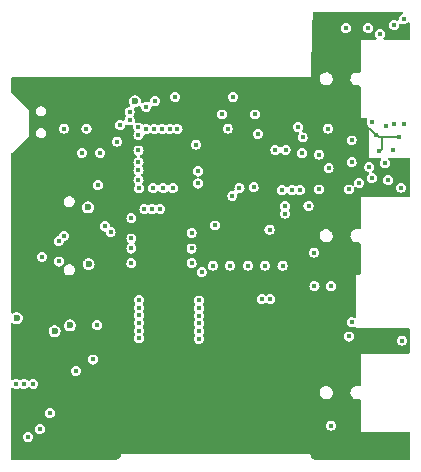
<source format=gbr>
%TF.GenerationSoftware,KiCad,Pcbnew,(6.99.0-1793-ga56955443f)*%
%TF.CreationDate,2022-09-01T09:47:35+01:00*%
%TF.ProjectId,Watchy-MrT-ESP32-S3-V1,57617463-6879-42d4-9d72-542d45535033,rev?*%
%TF.SameCoordinates,Original*%
%TF.FileFunction,Copper,L2,Inr*%
%TF.FilePolarity,Positive*%
%FSLAX46Y46*%
G04 Gerber Fmt 4.6, Leading zero omitted, Abs format (unit mm)*
G04 Created by KiCad (PCBNEW (6.99.0-1793-ga56955443f)) date 2022-09-01 09:47:35*
%MOMM*%
%LPD*%
G01*
G04 APERTURE LIST*
%TA.AperFunction,ViaPad*%
%ADD10C,0.600000*%
%TD*%
%TA.AperFunction,ViaPad*%
%ADD11C,0.450000*%
%TD*%
%TA.AperFunction,Conductor*%
%ADD12C,0.150000*%
%TD*%
G04 APERTURE END LIST*
D10*
%TO.N,GND*%
X113600000Y-67400000D03*
X127800000Y-91000000D03*
X140800000Y-55600000D03*
X136200000Y-91600000D03*
X111800000Y-71000000D03*
X119400000Y-86800000D03*
X127400000Y-61800000D03*
X113000000Y-92800000D03*
X122600000Y-91600000D03*
X111800000Y-61200000D03*
X132600000Y-91000000D03*
X128200000Y-91600000D03*
X128600000Y-87400000D03*
X114400000Y-72200000D03*
X131400000Y-89200000D03*
X134600000Y-84400000D03*
X127000000Y-86200000D03*
X137800000Y-92800000D03*
X130200000Y-91000000D03*
D11*
X122700000Y-68700000D03*
D10*
X116200000Y-89200000D03*
X111200000Y-74600000D03*
X127400000Y-86800000D03*
X131800000Y-83800000D03*
X131000000Y-81400000D03*
X110000000Y-84800000D03*
X113600000Y-70600000D03*
D11*
X121600000Y-69250000D03*
X122700000Y-67050000D03*
X121600000Y-68700000D03*
D10*
X119400000Y-89200000D03*
X110600000Y-79000000D03*
X131800000Y-88600000D03*
X120200000Y-89200000D03*
X125400000Y-92200000D03*
X135000000Y-88600000D03*
X117400000Y-83800000D03*
X127800000Y-89800000D03*
X113000000Y-67000000D03*
X132600000Y-83800000D03*
X131600000Y-71800000D03*
X133800000Y-88000000D03*
X127800000Y-85000000D03*
X130600000Y-61800000D03*
X122200000Y-83800000D03*
X134000000Y-77800000D03*
X132200000Y-61800000D03*
X133400000Y-62400000D03*
X141000000Y-91600000D03*
X131800000Y-86200000D03*
X119000000Y-83800000D03*
X142200000Y-92200000D03*
X127800000Y-92200000D03*
D11*
X121050000Y-65950000D03*
D10*
X113600000Y-69000000D03*
X136200000Y-92800000D03*
X132600000Y-88600000D03*
X111800000Y-71800000D03*
D11*
X140750000Y-67100000D03*
D10*
X115200000Y-78400000D03*
X115000000Y-61200000D03*
X131400000Y-90400000D03*
X127400000Y-85600000D03*
X113600000Y-72200000D03*
X126600000Y-89200000D03*
X131000000Y-89800000D03*
X122600000Y-88000000D03*
X111200000Y-68200000D03*
X110000000Y-73800000D03*
X134600000Y-85600000D03*
X128600000Y-89800000D03*
D11*
X123800000Y-68700000D03*
D10*
X134200000Y-83800000D03*
X131000000Y-71800000D03*
X130600000Y-85600000D03*
X119800000Y-91000000D03*
D11*
X120800000Y-74800000D03*
D10*
X129800000Y-82000000D03*
X132600000Y-89800000D03*
X123400000Y-86800000D03*
X136000000Y-56800000D03*
X132200000Y-82000000D03*
D11*
X122150000Y-68700000D03*
D10*
X121400000Y-87400000D03*
X130200000Y-61200000D03*
X125000000Y-89200000D03*
X122200000Y-88600000D03*
D11*
X140500000Y-65750000D03*
D10*
X115800000Y-91000000D03*
X124200000Y-91600000D03*
X133000000Y-74400000D03*
X127000000Y-91000000D03*
X112400000Y-69000000D03*
X110000000Y-69800000D03*
X113000000Y-71000000D03*
X130200000Y-86200000D03*
X113000000Y-64600000D03*
X129000000Y-88000000D03*
D11*
X124350000Y-68150000D03*
X137000000Y-67400000D03*
D10*
X114200000Y-61200000D03*
X142800000Y-57200000D03*
X140400000Y-83800000D03*
D11*
X125000000Y-72800000D03*
D10*
X132200000Y-86800000D03*
X141400000Y-92200000D03*
X128200000Y-86800000D03*
X110800000Y-84800000D03*
X110200000Y-61200000D03*
D11*
X122700000Y-67600000D03*
X122000000Y-74200000D03*
D10*
X122200000Y-91000000D03*
X110600000Y-61800000D03*
X132200000Y-91600000D03*
X125800000Y-90400000D03*
X129200000Y-74000000D03*
X113600000Y-68200000D03*
D11*
X122150000Y-65950000D03*
X132600000Y-73800000D03*
D10*
X110600000Y-73400000D03*
X130600000Y-88000000D03*
X129800000Y-86800000D03*
X129400000Y-87400000D03*
D11*
X140600000Y-68650000D03*
D10*
X130200000Y-81400000D03*
X117800000Y-83200000D03*
X113000000Y-69400000D03*
D11*
X125600000Y-72200000D03*
D10*
X124600000Y-61200000D03*
X135800000Y-86200000D03*
X133000000Y-90400000D03*
D11*
X121600000Y-65950000D03*
D10*
X110600000Y-67000000D03*
X134200000Y-61200000D03*
X127000000Y-92200000D03*
X124200000Y-90400000D03*
X135200000Y-63400000D03*
X110600000Y-70200000D03*
X119800000Y-88600000D03*
X127400000Y-63000000D03*
X110000000Y-80200000D03*
X135400000Y-84400000D03*
X116200000Y-61800000D03*
X134200000Y-89800000D03*
X132800000Y-75000000D03*
X131400000Y-85600000D03*
X126200000Y-88600000D03*
D11*
X115950000Y-64250000D03*
D10*
X134200000Y-88600000D03*
D11*
X121400000Y-74800000D03*
D10*
X118200000Y-62400000D03*
X114400000Y-76200000D03*
X135000000Y-61200000D03*
X123800000Y-89800000D03*
X127000000Y-62400000D03*
D11*
X123250000Y-69250000D03*
D10*
X111800000Y-79000000D03*
D11*
X123250000Y-66500000D03*
D10*
X138200000Y-75000000D03*
X133800000Y-89200000D03*
D11*
X123800000Y-67600000D03*
D10*
X131000000Y-83800000D03*
X129800000Y-61800000D03*
X135400000Y-91600000D03*
D11*
X117850000Y-74800000D03*
D10*
X135400000Y-58800000D03*
X131800000Y-62400000D03*
X129400000Y-86200000D03*
X112400000Y-68200000D03*
X132200000Y-83200000D03*
X110600000Y-78200000D03*
X129000000Y-85600000D03*
X115000000Y-91000000D03*
X126200000Y-87400000D03*
X135400000Y-60400000D03*
X137400000Y-65200000D03*
X113000000Y-61800000D03*
X133000000Y-84400000D03*
X111800000Y-69400000D03*
D11*
X121050000Y-66500000D03*
D10*
X128600000Y-85000000D03*
X116600000Y-62400000D03*
X115800000Y-88600000D03*
X129000000Y-91600000D03*
X115200000Y-80000000D03*
X123000000Y-85000000D03*
X110000000Y-70600000D03*
X128400000Y-75200000D03*
X134200000Y-85000000D03*
D11*
X121600000Y-66500000D03*
D10*
X124200000Y-88000000D03*
X127400000Y-89200000D03*
X111800000Y-79800000D03*
X122600000Y-90400000D03*
X119400000Y-91600000D03*
X118600000Y-91600000D03*
X127000000Y-87400000D03*
X121800000Y-91600000D03*
X130200000Y-87400000D03*
X131000000Y-88600000D03*
X127000000Y-89800000D03*
X136000000Y-60000000D03*
X132600000Y-92200000D03*
X133000000Y-88000000D03*
X122600000Y-89200000D03*
X120600000Y-88600000D03*
X119400000Y-83200000D03*
X138800000Y-76200000D03*
X114200000Y-92200000D03*
X133400000Y-91000000D03*
X113000000Y-67800000D03*
X123000000Y-87400000D03*
X117800000Y-61800000D03*
X135400000Y-55600000D03*
X132200000Y-88000000D03*
X118600000Y-61800000D03*
D11*
X120800000Y-76000000D03*
D10*
X136800000Y-60000000D03*
X111200000Y-79400000D03*
X113000000Y-63800000D03*
D11*
X139400000Y-65200000D03*
D10*
X116600000Y-91000000D03*
X126600000Y-86800000D03*
X124600000Y-88600000D03*
X117400000Y-61200000D03*
X113000000Y-66200000D03*
X129800000Y-85600000D03*
X113800000Y-91600000D03*
X118200000Y-83800000D03*
X115800000Y-89800000D03*
X125800000Y-91600000D03*
X115400000Y-90400000D03*
X111800000Y-78200000D03*
X138800000Y-77000000D03*
X119800000Y-87400000D03*
X123800000Y-88600000D03*
X125400000Y-91000000D03*
X126200000Y-92200000D03*
D11*
X122700000Y-69250000D03*
D10*
X129000000Y-90400000D03*
X128200000Y-88000000D03*
X129400000Y-89800000D03*
X120600000Y-91000000D03*
X127800000Y-61200000D03*
X121800000Y-90400000D03*
X136600000Y-88600000D03*
X134200000Y-87400000D03*
X128600000Y-83800000D03*
X135400000Y-89200000D03*
X133800000Y-91600000D03*
X110000000Y-68200000D03*
X131800000Y-85000000D03*
X135400000Y-57200000D03*
X131400000Y-83200000D03*
X117000000Y-63000000D03*
X133000000Y-83200000D03*
X119800000Y-83800000D03*
X126200000Y-91000000D03*
X130200000Y-85000000D03*
X129800000Y-91600000D03*
X138800000Y-62600000D03*
X137000000Y-86800000D03*
X110000000Y-75400000D03*
X113600000Y-66600000D03*
X143000000Y-92200000D03*
X129600000Y-74600000D03*
X133800000Y-84400000D03*
X142600000Y-92800000D03*
X129400000Y-62400000D03*
X115000000Y-89800000D03*
X125400000Y-89800000D03*
X141800000Y-91600000D03*
X125400000Y-87400000D03*
X123800000Y-61200000D03*
X111400000Y-64600000D03*
X131000000Y-86200000D03*
X121400000Y-88600000D03*
X129400000Y-80200000D03*
X133800000Y-86800000D03*
X127400000Y-91600000D03*
X120200000Y-86800000D03*
X129400000Y-81400000D03*
X114600000Y-80400000D03*
D11*
X121050000Y-68700000D03*
D10*
X121800000Y-89200000D03*
X130600000Y-84400000D03*
X119800000Y-61200000D03*
X131000000Y-62400000D03*
D11*
X123250000Y-67600000D03*
D10*
X110600000Y-71000000D03*
D11*
X134000000Y-71800000D03*
D10*
X128200000Y-85600000D03*
X137000000Y-92800000D03*
X113600000Y-71400000D03*
X114800000Y-69800000D03*
X110600000Y-71800000D03*
X132200000Y-89200000D03*
X117000000Y-61800000D03*
X110600000Y-75000000D03*
X119000000Y-88600000D03*
X110000000Y-76200000D03*
X119400000Y-84400000D03*
X134200000Y-86200000D03*
X133000000Y-61800000D03*
X133400000Y-85000000D03*
X131800000Y-61200000D03*
X115400000Y-71000000D03*
X120800000Y-77400000D03*
X132200000Y-84400000D03*
X134600000Y-88000000D03*
X125000000Y-86800000D03*
D11*
X121600000Y-68150000D03*
X124350000Y-67600000D03*
D10*
X136800000Y-61800000D03*
X133800000Y-90400000D03*
X129800000Y-90400000D03*
X112600000Y-61200000D03*
X131400000Y-91600000D03*
X133400000Y-83800000D03*
X127800000Y-88600000D03*
X130200000Y-92200000D03*
X118200000Y-85000000D03*
X121400000Y-92200000D03*
D11*
X120800000Y-74200000D03*
X121050000Y-69250000D03*
D10*
X134200000Y-91000000D03*
D11*
X122000000Y-74800000D03*
X122150000Y-66500000D03*
X121400000Y-75400000D03*
D10*
X111000000Y-61200000D03*
X119000000Y-85000000D03*
X115000000Y-62400000D03*
X131000000Y-92200000D03*
D11*
X134000000Y-73200000D03*
D10*
X124600000Y-87400000D03*
X111200000Y-69000000D03*
X110000000Y-74600000D03*
X130600000Y-80800000D03*
X111800000Y-74200000D03*
X128600000Y-88600000D03*
X131800000Y-89800000D03*
X119000000Y-87400000D03*
X121000000Y-89200000D03*
X133000000Y-85600000D03*
X110600000Y-69400000D03*
X114600000Y-61800000D03*
X136600000Y-86200000D03*
X116600000Y-88600000D03*
X111200000Y-73000000D03*
X112200000Y-92800000D03*
X129000000Y-86800000D03*
X111800000Y-75000000D03*
X129400000Y-85000000D03*
X117800000Y-84400000D03*
X127400000Y-90400000D03*
X113000000Y-70200000D03*
X123000000Y-88600000D03*
X128600000Y-86200000D03*
X125800000Y-88000000D03*
D11*
X121050000Y-67050000D03*
D10*
X124200000Y-86800000D03*
X111200000Y-78600000D03*
X116600000Y-89800000D03*
X130600000Y-83200000D03*
X114200000Y-69400000D03*
X125000000Y-91600000D03*
D11*
X121050000Y-68150000D03*
D10*
X128400000Y-74000000D03*
X138600000Y-92800000D03*
D11*
X127250000Y-69950000D03*
D10*
X138800000Y-62000000D03*
X110000000Y-73000000D03*
X135400000Y-85600000D03*
X135000000Y-83800000D03*
X111200000Y-70600000D03*
X120200000Y-84400000D03*
X129400000Y-82600000D03*
X119800000Y-85000000D03*
X121000000Y-84400000D03*
X135400000Y-59600000D03*
X135400000Y-82000000D03*
X133000000Y-89200000D03*
X115800000Y-61200000D03*
X136600000Y-55600000D03*
X128200000Y-84400000D03*
X135000000Y-85000000D03*
X129000000Y-84400000D03*
X131000000Y-91000000D03*
X135400000Y-92800000D03*
D11*
X121600000Y-67600000D03*
D10*
X137600000Y-72800000D03*
X131800000Y-82600000D03*
X132600000Y-62400000D03*
X118200000Y-89800000D03*
X123000000Y-61200000D03*
X117400000Y-89800000D03*
X110000000Y-71400000D03*
X137000000Y-73200000D03*
X123800000Y-91000000D03*
X123400000Y-88000000D03*
X138600000Y-88600000D03*
X135400000Y-58000000D03*
X128800000Y-73400000D03*
X113000000Y-72600000D03*
X123400000Y-90400000D03*
X114800000Y-70600000D03*
X111800000Y-68600000D03*
X129800000Y-80800000D03*
X129600000Y-75800000D03*
X135400000Y-90400000D03*
X111200000Y-71400000D03*
X133400000Y-92200000D03*
X110000000Y-72200000D03*
X135200000Y-64200000D03*
X120200000Y-91600000D03*
X138800000Y-75400000D03*
X129800000Y-88000000D03*
X121600000Y-77400000D03*
X126600000Y-61800000D03*
X120000000Y-77600000D03*
D11*
X142450000Y-65950000D03*
D10*
X131800000Y-92200000D03*
D11*
X121050000Y-67600000D03*
D10*
X129800000Y-84400000D03*
X111200000Y-80200000D03*
X132600000Y-85000000D03*
D11*
X122700000Y-68150000D03*
D10*
X119000000Y-78800000D03*
X120600000Y-89800000D03*
X135000000Y-89800000D03*
X129000000Y-61800000D03*
X119000000Y-91000000D03*
X112400000Y-70600000D03*
X113800000Y-92800000D03*
X123800000Y-92200000D03*
X110600000Y-62600000D03*
X110000000Y-79400000D03*
X116600000Y-61200000D03*
X119000000Y-77600000D03*
X110000000Y-78600000D03*
X135000000Y-86200000D03*
X126600000Y-91600000D03*
X124600000Y-92200000D03*
D11*
X120800000Y-75400000D03*
D10*
X114600000Y-78000000D03*
X136400000Y-72800000D03*
X134600000Y-86800000D03*
X121000000Y-88000000D03*
X110600000Y-79800000D03*
D11*
X121600000Y-67050000D03*
D10*
X123000000Y-91000000D03*
X135200000Y-65000000D03*
X140200000Y-92800000D03*
X132200000Y-74600000D03*
X126600000Y-63000000D03*
X122600000Y-84400000D03*
X113600000Y-69800000D03*
X126200000Y-61200000D03*
X141000000Y-92800000D03*
X121400000Y-85000000D03*
X111200000Y-77800000D03*
D11*
X123800000Y-67050000D03*
D10*
X110600000Y-75800000D03*
X123400000Y-89200000D03*
X122200000Y-61200000D03*
X138800000Y-59400000D03*
X121400000Y-89800000D03*
X117800000Y-90400000D03*
X111200000Y-76200000D03*
X110600000Y-72600000D03*
X115200000Y-79200000D03*
X128000000Y-75800000D03*
X139400000Y-92800000D03*
X122200000Y-85000000D03*
D11*
X123800000Y-69250000D03*
D10*
X129400000Y-92200000D03*
X135000000Y-91000000D03*
X133400000Y-61200000D03*
X133400000Y-87400000D03*
X130200000Y-82600000D03*
X114800000Y-69000000D03*
X117400000Y-88600000D03*
X119400000Y-88000000D03*
X111800000Y-73400000D03*
X113000000Y-68600000D03*
X117400000Y-62400000D03*
X133800000Y-61800000D03*
X132600000Y-86200000D03*
D11*
X123250000Y-68150000D03*
D10*
X130600000Y-90400000D03*
X119400000Y-78200000D03*
X114200000Y-70200000D03*
X118600000Y-84400000D03*
X121400000Y-91000000D03*
X131000000Y-82600000D03*
X125000000Y-88000000D03*
X132600000Y-61200000D03*
X123400000Y-85600000D03*
X135400000Y-61800000D03*
X135000000Y-92200000D03*
X122200000Y-87400000D03*
X121400000Y-83800000D03*
X133800000Y-85600000D03*
X119000000Y-89800000D03*
X118600000Y-88000000D03*
X118600000Y-86800000D03*
X129000000Y-82000000D03*
X133400000Y-88600000D03*
X115800000Y-62400000D03*
X123800000Y-87400000D03*
X113800000Y-75600000D03*
X139800000Y-92200000D03*
X126600000Y-90400000D03*
X131000000Y-71200000D03*
X124600000Y-86200000D03*
X129400000Y-88600000D03*
X125800000Y-89200000D03*
X128000000Y-74600000D03*
X129800000Y-89200000D03*
X111800000Y-72600000D03*
X133400000Y-86200000D03*
X117000000Y-89200000D03*
X115400000Y-61800000D03*
X110000000Y-77800000D03*
X118200000Y-91000000D03*
X127000000Y-61200000D03*
X130200000Y-63200000D03*
X134600000Y-89200000D03*
X117800000Y-89200000D03*
X131000000Y-87400000D03*
D11*
X123250000Y-67050000D03*
X122150000Y-67600000D03*
D10*
X120600000Y-83800000D03*
D11*
X137000000Y-68000000D03*
X125000000Y-72200000D03*
D10*
X121000000Y-91600000D03*
X140600000Y-92200000D03*
X115000000Y-88600000D03*
X139400000Y-91600000D03*
X110600000Y-67800000D03*
X112400000Y-71400000D03*
X135800000Y-88600000D03*
X131400000Y-84400000D03*
X134600000Y-61800000D03*
X119000000Y-61200000D03*
X134600000Y-90400000D03*
X125000000Y-90400000D03*
X129400000Y-91000000D03*
X127000000Y-88600000D03*
X114600000Y-91600000D03*
D11*
X124350000Y-68700000D03*
D10*
X119800000Y-92200000D03*
D11*
X116450000Y-64250000D03*
D10*
X127800000Y-86200000D03*
X126200000Y-89800000D03*
D11*
X136400000Y-67600000D03*
D10*
X129800000Y-83200000D03*
X120200000Y-88000000D03*
X132200000Y-85600000D03*
X112400000Y-72200000D03*
X120600000Y-92200000D03*
X141800000Y-92800000D03*
X138200000Y-77400000D03*
X133000000Y-86800000D03*
X123800000Y-86200000D03*
X110600000Y-68600000D03*
X140000000Y-55600000D03*
X130600000Y-82000000D03*
D11*
X122700000Y-66500000D03*
D10*
X118600000Y-90400000D03*
X116200000Y-90400000D03*
X122200000Y-92200000D03*
X119800000Y-78800000D03*
X133400000Y-89800000D03*
D11*
X122000000Y-76000000D03*
D10*
X110000000Y-69000000D03*
X120600000Y-85000000D03*
X132200000Y-90400000D03*
X133600000Y-75000000D03*
X129200000Y-75200000D03*
X114200000Y-68600000D03*
X132600000Y-87400000D03*
X115400000Y-89200000D03*
X123000000Y-89800000D03*
X114600000Y-79600000D03*
X113800000Y-61800000D03*
X111200000Y-77000000D03*
X112200000Y-64600000D03*
X124200000Y-89200000D03*
X136000000Y-56000000D03*
X134600000Y-91600000D03*
X116200000Y-63000000D03*
X135800000Y-92200000D03*
X118200000Y-61200000D03*
X112400000Y-69800000D03*
D11*
X122150000Y-68150000D03*
D10*
X127800000Y-87400000D03*
X128600000Y-91000000D03*
X135400000Y-56400000D03*
X140200000Y-91600000D03*
X130600000Y-91600000D03*
X130200000Y-62400000D03*
X138200000Y-75800000D03*
X130400000Y-71800000D03*
X131400000Y-88000000D03*
X111200000Y-69800000D03*
X111200000Y-75400000D03*
X126600000Y-88000000D03*
X126200000Y-62400000D03*
X121800000Y-84400000D03*
D11*
X123800000Y-68150000D03*
D10*
X131000000Y-75600000D03*
X131000000Y-61200000D03*
X117000000Y-90400000D03*
X124600000Y-89800000D03*
X110000000Y-77000000D03*
X142600000Y-91600000D03*
X111800000Y-70200000D03*
D11*
X123250000Y-68700000D03*
D10*
X113000000Y-71800000D03*
X128600000Y-61200000D03*
X124600000Y-91000000D03*
D11*
X122150000Y-69250000D03*
D10*
X110000000Y-67400000D03*
X129400000Y-61200000D03*
X113400000Y-61200000D03*
X121000000Y-90400000D03*
X131400000Y-61800000D03*
X135400000Y-88000000D03*
X128800000Y-74600000D03*
X130200000Y-89800000D03*
D11*
X109950000Y-87750000D03*
D10*
X130200000Y-83800000D03*
X118200000Y-78800000D03*
X128600000Y-92200000D03*
X130600000Y-86800000D03*
X112600000Y-92200000D03*
X115200000Y-77600000D03*
X114600000Y-92800000D03*
X115400000Y-63000000D03*
X130200000Y-88600000D03*
D11*
X122150000Y-67050000D03*
D10*
X118600000Y-83200000D03*
X131800000Y-91000000D03*
X121000000Y-86800000D03*
D11*
X122000000Y-75400000D03*
D10*
X131800000Y-87400000D03*
X121800000Y-88000000D03*
X129000000Y-89200000D03*
D11*
X142575659Y-69191764D03*
D10*
X119800000Y-89800000D03*
X139200000Y-55600000D03*
D11*
X121400000Y-76000000D03*
D10*
X128200000Y-90400000D03*
X129400000Y-83800000D03*
X123000000Y-92200000D03*
X127400000Y-88000000D03*
X110600000Y-74200000D03*
X111200000Y-73800000D03*
D11*
X121400000Y-74200000D03*
D10*
X119400000Y-90400000D03*
X131400000Y-82000000D03*
X111800000Y-77400000D03*
X118600000Y-78200000D03*
X125400000Y-88600000D03*
X110600000Y-76600000D03*
X131400000Y-86800000D03*
X118200000Y-88600000D03*
X113000000Y-65400000D03*
X123400000Y-91600000D03*
X129000000Y-83200000D03*
X130200000Y-80200000D03*
X135400000Y-86800000D03*
X135000000Y-87400000D03*
X134200000Y-92200000D03*
X120200000Y-90400000D03*
X134600000Y-66600000D03*
X128200000Y-89200000D03*
X110600000Y-77400000D03*
X114600000Y-78800000D03*
X138200000Y-76600000D03*
D11*
X123750000Y-66500000D03*
D10*
X113400000Y-92200000D03*
X121400000Y-61200000D03*
X119000000Y-92200000D03*
X138800000Y-60000000D03*
D11*
X126000000Y-71800000D03*
D10*
X130600000Y-89200000D03*
X111200000Y-72200000D03*
X133000000Y-91600000D03*
X128800000Y-75800000D03*
X131000000Y-85000000D03*
X120600000Y-61200000D03*
X112400000Y-73000000D03*
D11*
X117500000Y-75150000D03*
D10*
X139600000Y-83800000D03*
X122200000Y-89800000D03*
X117400000Y-91000000D03*
X120600000Y-87400000D03*
D11*
X124350000Y-69250000D03*
X125600000Y-72800000D03*
D10*
X118600000Y-89200000D03*
X111800000Y-80600000D03*
D11*
%TO.N,/MCU_Sheet/SPICLK_P*%
X123250000Y-70250000D03*
X128900000Y-70250000D03*
%TO.N,VDD_SPI*%
X119750000Y-76600000D03*
X128300000Y-70900000D03*
%TO.N,+3V3*%
X127900000Y-65200000D03*
X134250000Y-65950000D03*
X125415689Y-68800999D03*
X142550000Y-70200000D03*
X123450000Y-62500000D03*
X139900000Y-68450000D03*
X125700000Y-77350000D03*
X115950000Y-65200000D03*
X142650000Y-83150000D03*
X135200000Y-75700000D03*
X117100000Y-67250000D03*
X116900000Y-70000000D03*
X138400000Y-81600000D03*
X114050000Y-65200000D03*
%TO.N,Net-(D1-K)*%
X134750000Y-71750000D03*
X132750000Y-72400000D03*
X136650000Y-78550000D03*
%TO.N,/MCU_Sheet/PREVGH*%
X120400000Y-81650000D03*
X131450000Y-73750000D03*
X129600000Y-76800000D03*
%TO.N,Net-(J1-Pin_18)*%
X132550000Y-76800000D03*
X120400000Y-82950000D03*
%TO.N,Net-(J1-Pin_20)*%
X120400000Y-82300000D03*
X131050000Y-76800000D03*
%TO.N,Net-(J1-Pin_22)*%
X128100000Y-76800000D03*
X120400000Y-81000000D03*
%TO.N,Net-(J1-Pin_24)*%
X126650000Y-76800000D03*
X120400000Y-79700000D03*
D10*
%TO.N,VBUS*%
X116130000Y-76670000D03*
X116080000Y-71870000D03*
X114550000Y-81850000D03*
X110050000Y-81250000D03*
X113250000Y-82350000D03*
D11*
%TO.N,+BATT*%
X116500000Y-84750000D03*
D10*
X120050000Y-62900000D03*
D11*
X133850000Y-65050000D03*
X112850000Y-89300000D03*
X111450000Y-86800000D03*
X112000000Y-90650000D03*
%TO.N,VCC*%
X115550000Y-67250000D03*
X116850000Y-81850000D03*
X127400000Y-64000000D03*
X115050000Y-85700000D03*
%TO.N,/MCU_Sheet/PREVGL*%
X126850000Y-73400000D03*
X120400000Y-80350000D03*
%TO.N,/MCU_Sheet/SPICS0*%
X124850000Y-76600000D03*
X121500000Y-72000000D03*
%TO.N,/MCU_Sheet/SPID*%
X119750000Y-72800000D03*
X122450000Y-70250000D03*
%TO.N,/MCU_Sheet/SPIWP*%
X124850000Y-74050000D03*
X120850000Y-72000000D03*
%TO.N,/MCU_Sheet/SPIQ*%
X122200000Y-72000000D03*
X124850000Y-75350000D03*
%TO.N,/MCU_Sheet/SPICLK*%
X119750000Y-74500000D03*
X121600000Y-70250000D03*
X119750000Y-74500000D03*
%TO.N,/MCU_Sheet/SPIHD*%
X120400000Y-70250000D03*
X119750000Y-75350000D03*
%TO.N,I2C_SCL*%
X119600000Y-64500000D03*
X141272635Y-64955308D03*
X139800000Y-56700000D03*
X141200000Y-68150000D03*
X110650000Y-86800000D03*
X140100000Y-64650000D03*
X142000000Y-56450000D03*
X131950000Y-67000000D03*
%TO.N,I2C_SDA*%
X119600000Y-63800000D03*
X142800000Y-55950000D03*
X140105918Y-69395543D03*
X137900000Y-56700000D03*
X110000000Y-86800000D03*
X132800000Y-67000000D03*
X141950000Y-64850000D03*
X136450000Y-68550000D03*
%TO.N,BMP_INT*%
X138150000Y-70350000D03*
X120350000Y-69550000D03*
%TO.N,D_BUSY*%
X118550000Y-66300000D03*
X125450000Y-83000000D03*
%TO.N,D_RES*%
X125450000Y-82350000D03*
X120350000Y-68050000D03*
%TO.N,D_DC*%
X120350000Y-67050000D03*
X125450000Y-81700000D03*
%TO.N,D_MOSI*%
X120350000Y-65100000D03*
X125450000Y-79750000D03*
%TO.N,D_SCK*%
X125450000Y-80400000D03*
X120350000Y-65750000D03*
%TO.N,D_SS*%
X125450000Y-81050000D03*
X118800000Y-64900000D03*
%TO.N,/MCU_Sheet/RESE*%
X138150000Y-82800000D03*
X130800000Y-79650000D03*
%TO.N,/MCU_Sheet/GDR*%
X131500000Y-79650000D03*
X135250000Y-78550000D03*
%TO.N,BTN1*%
X136400000Y-65200000D03*
X135650000Y-70350000D03*
X135650000Y-67400000D03*
X123000000Y-65250000D03*
%TO.N,BTN2*%
X123650000Y-65250000D03*
X133350000Y-70400980D03*
%TO.N,BTN3*%
X136650000Y-90350000D03*
X132750000Y-71750000D03*
X132500000Y-70400000D03*
X122350000Y-65250000D03*
%TO.N,MAG_INT*%
X125250000Y-66550000D03*
X134000000Y-70400980D03*
%TO.N,MAG_DRDY*%
X125400000Y-69850000D03*
X141900000Y-67050000D03*
%TO.N,RTC_INT*%
X121000000Y-63350000D03*
X134196800Y-67296800D03*
%TO.N,LDO2*%
X120350000Y-68700000D03*
X130100000Y-70150000D03*
%TO.N,MAX17_INT*%
X121746095Y-62850564D03*
X111000000Y-91300000D03*
X112200000Y-76050000D03*
X113600000Y-76450000D03*
%TO.N,ACCEL_INT1*%
X141500000Y-69550000D03*
X121700000Y-65250000D03*
%TO.N,ACCEL_INT2*%
X139050000Y-69800981D03*
X121000000Y-65250000D03*
%TO.N,LDO2_EN*%
X128350000Y-62500000D03*
X130450000Y-65650000D03*
%TO.N,USB_N*%
X117513119Y-73463119D03*
X114065744Y-74266561D03*
%TO.N,USB_P*%
X117986881Y-73936881D03*
X113591982Y-74740323D03*
%TO.N,+3.3VA*%
X138400000Y-68050000D03*
X140800000Y-57200000D03*
X138400000Y-66200000D03*
X130200000Y-64000000D03*
X142800000Y-64850000D03*
%TD*%
D12*
%TO.N,GND*%
X140500000Y-65750000D02*
X139950000Y-65200000D01*
X139950000Y-65200000D02*
X139400000Y-65200000D01*
X140950000Y-65950000D02*
X140950000Y-66900000D01*
X140950000Y-66900000D02*
X140750000Y-67100000D01*
X142450000Y-65950000D02*
X140950000Y-65950000D01*
X140950000Y-65950000D02*
X140700000Y-65950000D01*
X140700000Y-65950000D02*
X140500000Y-65750000D01*
%TD*%
%TA.AperFunction,Conductor*%
%TO.N,GND*%
G36*
X142711689Y-55311002D02*
G01*
X142758182Y-55364658D01*
X142768286Y-55434932D01*
X142738792Y-55499512D01*
X142682505Y-55536833D01*
X142676667Y-55538730D01*
X142666874Y-55540281D01*
X142546780Y-55601472D01*
X142451472Y-55696780D01*
X142390281Y-55816874D01*
X142369196Y-55950000D01*
X142370330Y-55957161D01*
X142350745Y-56023862D01*
X142297089Y-56070355D01*
X142226815Y-56080459D01*
X142187545Y-56068008D01*
X142141962Y-56044783D01*
X142141961Y-56044783D01*
X142133126Y-56040281D01*
X142123337Y-56038731D01*
X142123335Y-56038730D01*
X142009793Y-56020747D01*
X142000000Y-56019196D01*
X141990207Y-56020747D01*
X141876665Y-56038730D01*
X141876663Y-56038731D01*
X141866874Y-56040281D01*
X141746780Y-56101472D01*
X141651472Y-56196780D01*
X141590281Y-56316874D01*
X141588731Y-56326663D01*
X141588730Y-56326665D01*
X141570816Y-56439769D01*
X141569196Y-56450000D01*
X141590281Y-56583126D01*
X141651472Y-56703220D01*
X141746780Y-56798528D01*
X141866874Y-56859719D01*
X141876663Y-56861269D01*
X141876665Y-56861270D01*
X141990207Y-56879253D01*
X142000000Y-56880804D01*
X142009793Y-56879253D01*
X142123335Y-56861270D01*
X142123337Y-56861269D01*
X142133126Y-56859719D01*
X142253220Y-56798528D01*
X142348528Y-56703220D01*
X142409719Y-56583126D01*
X142430804Y-56450000D01*
X142429670Y-56442839D01*
X142449255Y-56376138D01*
X142502911Y-56329645D01*
X142573185Y-56319541D01*
X142612455Y-56331992D01*
X142650688Y-56351472D01*
X142666874Y-56359719D01*
X142676663Y-56361269D01*
X142676665Y-56361270D01*
X142790207Y-56379253D01*
X142800000Y-56380804D01*
X142809793Y-56379253D01*
X142923335Y-56361270D01*
X142923337Y-56361269D01*
X142933126Y-56359719D01*
X143053220Y-56298528D01*
X143133905Y-56217843D01*
X143196217Y-56183817D01*
X143267032Y-56188882D01*
X143323868Y-56231429D01*
X143348679Y-56297949D01*
X143349000Y-56306938D01*
X143349000Y-57563000D01*
X143328998Y-57631121D01*
X143275342Y-57677614D01*
X143223000Y-57689000D01*
X141216938Y-57689000D01*
X141148817Y-57668998D01*
X141102324Y-57615342D01*
X141092220Y-57545068D01*
X141121714Y-57480488D01*
X141127843Y-57473905D01*
X141148528Y-57453220D01*
X141209719Y-57333126D01*
X141230804Y-57200000D01*
X141229253Y-57190207D01*
X141211270Y-57076665D01*
X141211269Y-57076663D01*
X141209719Y-57066874D01*
X141148528Y-56946780D01*
X141053220Y-56851472D01*
X140933126Y-56790281D01*
X140923337Y-56788731D01*
X140923335Y-56788730D01*
X140809793Y-56770747D01*
X140800000Y-56769196D01*
X140790207Y-56770747D01*
X140676665Y-56788730D01*
X140676663Y-56788731D01*
X140666874Y-56790281D01*
X140546780Y-56851472D01*
X140451472Y-56946780D01*
X140390281Y-57066874D01*
X140388731Y-57076663D01*
X140388730Y-57076665D01*
X140370747Y-57190207D01*
X140369196Y-57200000D01*
X140390281Y-57333126D01*
X140451472Y-57453220D01*
X140472157Y-57473905D01*
X140506183Y-57536217D01*
X140501118Y-57607032D01*
X140458571Y-57663868D01*
X140392051Y-57688679D01*
X140383062Y-57689000D01*
X139150198Y-57689000D01*
X139150000Y-57688918D01*
X139149802Y-57689000D01*
X139149235Y-57689235D01*
X139148918Y-57690000D01*
X139149000Y-57690198D01*
X139149000Y-60345919D01*
X139128998Y-60414040D01*
X139075342Y-60460533D01*
X139005068Y-60470637D01*
X138989006Y-60467247D01*
X138965042Y-60460533D01*
X138925665Y-60449500D01*
X138812342Y-60449500D01*
X138758650Y-60456880D01*
X138708626Y-60463755D01*
X138708623Y-60463756D01*
X138700080Y-60464930D01*
X138646961Y-60488003D01*
X138569187Y-60521785D01*
X138569184Y-60521787D01*
X138561280Y-60525220D01*
X138554596Y-60530658D01*
X138554594Y-60530659D01*
X138513024Y-60564479D01*
X138443892Y-60620722D01*
X138356623Y-60744353D01*
X138353739Y-60752469D01*
X138353737Y-60752472D01*
X138320666Y-60845525D01*
X138305946Y-60886944D01*
X138295619Y-61037921D01*
X138297371Y-61046351D01*
X138297371Y-61046354D01*
X138324655Y-61177651D01*
X138326408Y-61186085D01*
X138396029Y-61320447D01*
X138499320Y-61431044D01*
X138554813Y-61464790D01*
X138621255Y-61505195D01*
X138621258Y-61505196D01*
X138628618Y-61509672D01*
X138774335Y-61550500D01*
X138887658Y-61550500D01*
X138999920Y-61535070D01*
X139000192Y-61537049D01*
X139059988Y-61537787D01*
X139119236Y-61576905D01*
X139147929Y-61641845D01*
X139149000Y-61658236D01*
X139149000Y-64289802D01*
X139148918Y-64290000D01*
X139149000Y-64290198D01*
X139149235Y-64290765D01*
X139150000Y-64291082D01*
X139150198Y-64291000D01*
X139599756Y-64291000D01*
X139667877Y-64311002D01*
X139714370Y-64364658D01*
X139724474Y-64434932D01*
X139712023Y-64474203D01*
X139690281Y-64516874D01*
X139688731Y-64526663D01*
X139688730Y-64526665D01*
X139671869Y-64633126D01*
X139669196Y-64650000D01*
X139670747Y-64659793D01*
X139688075Y-64769196D01*
X139690281Y-64783126D01*
X139751472Y-64903220D01*
X139813095Y-64964843D01*
X139847121Y-65027155D01*
X139850000Y-65053938D01*
X139850000Y-67650000D01*
X140794062Y-67650000D01*
X140862183Y-67670002D01*
X140908676Y-67723658D01*
X140918780Y-67793932D01*
X140889286Y-67858512D01*
X140883157Y-67865095D01*
X140851472Y-67896780D01*
X140790281Y-68016874D01*
X140788731Y-68026663D01*
X140788730Y-68026665D01*
X140785861Y-68044782D01*
X140769196Y-68150000D01*
X140770747Y-68159793D01*
X140776636Y-68196972D01*
X140790281Y-68283126D01*
X140851472Y-68403220D01*
X140946780Y-68498528D01*
X141066874Y-68559719D01*
X141076663Y-68561269D01*
X141076665Y-68561270D01*
X141190207Y-68579253D01*
X141200000Y-68580804D01*
X141209793Y-68579253D01*
X141323335Y-68561270D01*
X141323337Y-68561269D01*
X141333126Y-68559719D01*
X141453220Y-68498528D01*
X141548528Y-68403220D01*
X141609719Y-68283126D01*
X141623365Y-68196972D01*
X141629253Y-68159793D01*
X141630804Y-68150000D01*
X141614139Y-68044782D01*
X141611270Y-68026665D01*
X141611269Y-68026663D01*
X141609719Y-68016874D01*
X141548528Y-67896780D01*
X141516843Y-67865095D01*
X141482817Y-67802783D01*
X141487882Y-67731968D01*
X141530429Y-67675132D01*
X141596949Y-67650321D01*
X141605938Y-67650000D01*
X143223000Y-67650000D01*
X143291121Y-67670002D01*
X143337614Y-67723658D01*
X143349000Y-67776000D01*
X143349000Y-70843000D01*
X143328998Y-70911121D01*
X143275342Y-70957614D01*
X143223000Y-70969000D01*
X139150198Y-70969000D01*
X139150000Y-70968918D01*
X139149802Y-70969000D01*
X139149235Y-70969235D01*
X139148918Y-70970000D01*
X139149000Y-70970198D01*
X139149000Y-73620919D01*
X139128998Y-73689040D01*
X139075342Y-73735533D01*
X139005068Y-73745637D01*
X138989006Y-73742247D01*
X138965042Y-73735533D01*
X138925665Y-73724500D01*
X138812342Y-73724500D01*
X138758650Y-73731880D01*
X138708626Y-73738755D01*
X138708623Y-73738756D01*
X138700080Y-73739930D01*
X138680286Y-73748528D01*
X138569187Y-73796785D01*
X138569184Y-73796787D01*
X138561280Y-73800220D01*
X138554596Y-73805658D01*
X138554594Y-73805659D01*
X138523687Y-73830804D01*
X138443892Y-73895722D01*
X138356623Y-74019353D01*
X138353739Y-74027469D01*
X138353737Y-74027472D01*
X138319217Y-74124602D01*
X138305946Y-74161944D01*
X138302438Y-74213228D01*
X138296283Y-74303220D01*
X138295619Y-74312921D01*
X138297371Y-74321351D01*
X138297371Y-74321354D01*
X138324655Y-74452651D01*
X138326408Y-74461085D01*
X138396029Y-74595447D01*
X138401911Y-74601745D01*
X138467319Y-74671779D01*
X138499320Y-74706044D01*
X138554813Y-74739790D01*
X138621255Y-74780195D01*
X138621258Y-74780196D01*
X138628618Y-74784672D01*
X138774335Y-74825500D01*
X138887658Y-74825500D01*
X138999920Y-74810070D01*
X139000192Y-74812049D01*
X139059988Y-74812787D01*
X139119236Y-74851905D01*
X139147929Y-74916845D01*
X139149000Y-74933236D01*
X139149000Y-77474000D01*
X139128998Y-77542121D01*
X139075342Y-77588614D01*
X139023000Y-77600000D01*
X138800000Y-77600000D01*
X138800000Y-81120647D01*
X138779998Y-81188768D01*
X138726342Y-81235261D01*
X138656068Y-81245365D01*
X138616799Y-81232915D01*
X138533126Y-81190281D01*
X138523337Y-81188731D01*
X138523335Y-81188730D01*
X138409793Y-81170747D01*
X138400000Y-81169196D01*
X138390207Y-81170747D01*
X138276665Y-81188730D01*
X138276663Y-81188731D01*
X138266874Y-81190281D01*
X138146780Y-81251472D01*
X138051472Y-81346780D01*
X137990281Y-81466874D01*
X137969196Y-81600000D01*
X137970747Y-81609793D01*
X137975059Y-81637015D01*
X137990281Y-81733126D01*
X138051472Y-81853220D01*
X138146780Y-81948528D01*
X138266874Y-82009719D01*
X138276663Y-82011269D01*
X138276665Y-82011270D01*
X138390207Y-82029253D01*
X138400000Y-82030804D01*
X138409793Y-82029253D01*
X138523335Y-82011270D01*
X138523337Y-82011269D01*
X138533126Y-82009719D01*
X138616798Y-81967086D01*
X138686573Y-81953982D01*
X138752358Y-81980682D01*
X138793265Y-82038709D01*
X138800000Y-82079353D01*
X138800000Y-82100000D01*
X143223000Y-82100000D01*
X143291121Y-82120002D01*
X143337614Y-82173658D01*
X143349000Y-82226000D01*
X143349000Y-84123000D01*
X143328998Y-84191121D01*
X143275342Y-84237614D01*
X143223000Y-84249000D01*
X139150198Y-84249000D01*
X139150000Y-84248918D01*
X139149802Y-84249000D01*
X139149235Y-84249235D01*
X139148918Y-84250000D01*
X139149000Y-84250198D01*
X139149000Y-86895919D01*
X139128998Y-86964040D01*
X139075342Y-87010533D01*
X139005068Y-87020637D01*
X138989006Y-87017247D01*
X138965042Y-87010533D01*
X138925665Y-86999500D01*
X138812342Y-86999500D01*
X138758650Y-87006880D01*
X138708626Y-87013755D01*
X138708623Y-87013756D01*
X138700080Y-87014930D01*
X138646961Y-87038003D01*
X138569187Y-87071785D01*
X138569184Y-87071787D01*
X138561280Y-87075220D01*
X138554596Y-87080658D01*
X138554594Y-87080659D01*
X138513024Y-87114479D01*
X138443892Y-87170722D01*
X138356623Y-87294353D01*
X138353739Y-87302469D01*
X138353737Y-87302472D01*
X138328903Y-87372349D01*
X138305946Y-87436944D01*
X138295619Y-87587921D01*
X138297371Y-87596351D01*
X138297371Y-87596354D01*
X138324655Y-87727651D01*
X138326408Y-87736085D01*
X138396029Y-87870447D01*
X138499320Y-87981044D01*
X138554813Y-88014790D01*
X138621255Y-88055195D01*
X138621258Y-88055196D01*
X138628618Y-88059672D01*
X138774335Y-88100500D01*
X138887658Y-88100500D01*
X138999920Y-88085070D01*
X139000192Y-88087049D01*
X139059988Y-88087787D01*
X139119236Y-88126905D01*
X139147929Y-88191845D01*
X139149000Y-88208236D01*
X139149000Y-90849802D01*
X139148918Y-90850000D01*
X139149000Y-90850198D01*
X139149235Y-90850765D01*
X139150000Y-90851082D01*
X139150198Y-90851000D01*
X143223000Y-90851000D01*
X143291121Y-90871002D01*
X143337614Y-90924658D01*
X143349000Y-90977000D01*
X143349000Y-93123000D01*
X143328998Y-93191121D01*
X143275342Y-93237614D01*
X143223000Y-93249000D01*
X135407079Y-93249000D01*
X135392972Y-93248208D01*
X135384202Y-93247220D01*
X135348456Y-93243192D01*
X135346121Y-93242906D01*
X135305918Y-93237614D01*
X135296784Y-93236411D01*
X135271618Y-93230420D01*
X135228774Y-93215428D01*
X135222190Y-93212915D01*
X135212809Y-93209030D01*
X135180706Y-93195731D01*
X135161894Y-93186012D01*
X135157858Y-93183476D01*
X135122785Y-93161438D01*
X135113154Y-93154739D01*
X135078136Y-93127869D01*
X135065756Y-93117011D01*
X135032989Y-93084244D01*
X135022131Y-93071864D01*
X134995261Y-93036846D01*
X134988562Y-93027215D01*
X134963988Y-92988106D01*
X134954269Y-92969294D01*
X134937088Y-92927818D01*
X134934567Y-92921213D01*
X134919581Y-92878386D01*
X134913588Y-92853215D01*
X134907096Y-92803900D01*
X134906810Y-92801562D01*
X134901719Y-92756376D01*
X134901018Y-92750156D01*
X134901082Y-92750000D01*
X134901000Y-92749802D01*
X134901000Y-92749000D01*
X118899000Y-92749000D01*
X118899000Y-92749802D01*
X118898918Y-92750000D01*
X118898982Y-92750156D01*
X118897175Y-92766193D01*
X118893190Y-92801562D01*
X118892904Y-92803900D01*
X118886412Y-92853215D01*
X118880419Y-92878386D01*
X118865433Y-92921213D01*
X118862912Y-92927818D01*
X118845731Y-92969294D01*
X118836012Y-92988106D01*
X118811438Y-93027215D01*
X118804739Y-93036846D01*
X118777869Y-93071864D01*
X118767011Y-93084244D01*
X118734244Y-93117011D01*
X118721864Y-93127869D01*
X118686846Y-93154739D01*
X118677215Y-93161438D01*
X118642142Y-93183476D01*
X118638106Y-93186012D01*
X118619294Y-93195731D01*
X118587191Y-93209030D01*
X118577810Y-93212915D01*
X118571226Y-93215428D01*
X118528382Y-93230420D01*
X118503216Y-93236411D01*
X118494082Y-93237614D01*
X118453879Y-93242906D01*
X118451544Y-93243192D01*
X118415798Y-93247220D01*
X118407028Y-93248208D01*
X118392921Y-93249000D01*
X109677000Y-93249000D01*
X109608879Y-93228998D01*
X109562386Y-93175342D01*
X109551000Y-93123000D01*
X109551000Y-91300000D01*
X110569196Y-91300000D01*
X110590281Y-91433126D01*
X110651472Y-91553220D01*
X110746780Y-91648528D01*
X110866874Y-91709719D01*
X110876663Y-91711269D01*
X110876665Y-91711270D01*
X110990207Y-91729253D01*
X111000000Y-91730804D01*
X111009793Y-91729253D01*
X111123335Y-91711270D01*
X111123337Y-91711269D01*
X111133126Y-91709719D01*
X111253220Y-91648528D01*
X111348528Y-91553220D01*
X111409719Y-91433126D01*
X111430804Y-91300000D01*
X111409719Y-91166874D01*
X111348528Y-91046780D01*
X111253220Y-90951472D01*
X111133126Y-90890281D01*
X111123337Y-90888731D01*
X111123335Y-90888730D01*
X111009793Y-90870747D01*
X111000000Y-90869196D01*
X110990207Y-90870747D01*
X110876665Y-90888730D01*
X110876663Y-90888731D01*
X110866874Y-90890281D01*
X110746780Y-90951472D01*
X110651472Y-91046780D01*
X110590281Y-91166874D01*
X110569196Y-91300000D01*
X109551000Y-91300000D01*
X109551000Y-90650000D01*
X111569196Y-90650000D01*
X111570747Y-90659793D01*
X111586574Y-90759719D01*
X111590281Y-90783126D01*
X111651472Y-90903220D01*
X111746780Y-90998528D01*
X111866874Y-91059719D01*
X111876663Y-91061269D01*
X111876665Y-91061270D01*
X111990207Y-91079253D01*
X112000000Y-91080804D01*
X112009793Y-91079253D01*
X112123335Y-91061270D01*
X112123337Y-91061269D01*
X112133126Y-91059719D01*
X112253220Y-90998528D01*
X112348528Y-90903220D01*
X112409719Y-90783126D01*
X112413427Y-90759719D01*
X112429253Y-90659793D01*
X112430804Y-90650000D01*
X112409719Y-90516874D01*
X112348528Y-90396780D01*
X112301748Y-90350000D01*
X136219196Y-90350000D01*
X136240281Y-90483126D01*
X136301472Y-90603220D01*
X136396780Y-90698528D01*
X136516874Y-90759719D01*
X136526663Y-90761269D01*
X136526665Y-90761270D01*
X136640207Y-90779253D01*
X136650000Y-90780804D01*
X136659793Y-90779253D01*
X136773335Y-90761270D01*
X136773337Y-90761269D01*
X136783126Y-90759719D01*
X136903220Y-90698528D01*
X136998528Y-90603220D01*
X137059719Y-90483126D01*
X137080804Y-90350000D01*
X137064139Y-90244782D01*
X137061270Y-90226665D01*
X137061269Y-90226663D01*
X137059719Y-90216874D01*
X136998528Y-90096780D01*
X136903220Y-90001472D01*
X136783126Y-89940281D01*
X136773337Y-89938731D01*
X136773335Y-89938730D01*
X136659793Y-89920747D01*
X136650000Y-89919196D01*
X136640207Y-89920747D01*
X136526665Y-89938730D01*
X136526663Y-89938731D01*
X136516874Y-89940281D01*
X136396780Y-90001472D01*
X136301472Y-90096780D01*
X136240281Y-90216874D01*
X136238731Y-90226663D01*
X136238730Y-90226665D01*
X136235861Y-90244782D01*
X136219196Y-90350000D01*
X112301748Y-90350000D01*
X112253220Y-90301472D01*
X112133126Y-90240281D01*
X112123337Y-90238731D01*
X112123335Y-90238730D01*
X112009793Y-90220747D01*
X112000000Y-90219196D01*
X111990207Y-90220747D01*
X111876665Y-90238730D01*
X111876663Y-90238731D01*
X111866874Y-90240281D01*
X111746780Y-90301472D01*
X111651472Y-90396780D01*
X111590281Y-90516874D01*
X111569196Y-90650000D01*
X109551000Y-90650000D01*
X109551000Y-89300000D01*
X112419196Y-89300000D01*
X112440281Y-89433126D01*
X112501472Y-89553220D01*
X112596780Y-89648528D01*
X112716874Y-89709719D01*
X112726663Y-89711269D01*
X112726665Y-89711270D01*
X112840207Y-89729253D01*
X112850000Y-89730804D01*
X112859793Y-89729253D01*
X112973335Y-89711270D01*
X112973337Y-89711269D01*
X112983126Y-89709719D01*
X113103220Y-89648528D01*
X113198528Y-89553220D01*
X113259719Y-89433126D01*
X113280804Y-89300000D01*
X113259719Y-89166874D01*
X113198528Y-89046780D01*
X113103220Y-88951472D01*
X112983126Y-88890281D01*
X112973337Y-88888731D01*
X112973335Y-88888730D01*
X112859793Y-88870747D01*
X112850000Y-88869196D01*
X112840207Y-88870747D01*
X112726665Y-88888730D01*
X112726663Y-88888731D01*
X112716874Y-88890281D01*
X112596780Y-88951472D01*
X112501472Y-89046780D01*
X112440281Y-89166874D01*
X112419196Y-89300000D01*
X109551000Y-89300000D01*
X109551000Y-87587921D01*
X135695619Y-87587921D01*
X135697371Y-87596351D01*
X135697371Y-87596354D01*
X135724655Y-87727651D01*
X135726408Y-87736085D01*
X135796029Y-87870447D01*
X135899320Y-87981044D01*
X135954813Y-88014790D01*
X136021255Y-88055195D01*
X136021258Y-88055196D01*
X136028618Y-88059672D01*
X136174335Y-88100500D01*
X136287658Y-88100500D01*
X136341350Y-88093120D01*
X136391374Y-88086245D01*
X136391377Y-88086244D01*
X136399920Y-88085070D01*
X136458391Y-88059672D01*
X136530813Y-88028215D01*
X136530816Y-88028213D01*
X136538720Y-88024780D01*
X136545404Y-88019342D01*
X136545406Y-88019341D01*
X136600221Y-87974745D01*
X136656108Y-87929278D01*
X136743377Y-87805647D01*
X136768100Y-87736085D01*
X136791168Y-87671177D01*
X136791168Y-87671176D01*
X136794054Y-87663056D01*
X136804381Y-87512079D01*
X136787081Y-87428823D01*
X136775345Y-87372349D01*
X136775344Y-87372346D01*
X136773592Y-87363915D01*
X136703971Y-87229553D01*
X136629414Y-87149722D01*
X136606563Y-87125255D01*
X136600680Y-87118956D01*
X136506826Y-87061882D01*
X136478745Y-87044805D01*
X136478742Y-87044804D01*
X136471382Y-87040328D01*
X136325665Y-86999500D01*
X136212342Y-86999500D01*
X136158650Y-87006880D01*
X136108626Y-87013755D01*
X136108623Y-87013756D01*
X136100080Y-87014930D01*
X136046961Y-87038003D01*
X135969187Y-87071785D01*
X135969184Y-87071787D01*
X135961280Y-87075220D01*
X135954596Y-87080658D01*
X135954594Y-87080659D01*
X135913024Y-87114479D01*
X135843892Y-87170722D01*
X135756623Y-87294353D01*
X135753739Y-87302469D01*
X135753737Y-87302472D01*
X135728903Y-87372349D01*
X135705946Y-87436944D01*
X135695619Y-87587921D01*
X109551000Y-87587921D01*
X109551000Y-87251657D01*
X109571002Y-87183536D01*
X109624658Y-87137043D01*
X109694932Y-87126939D01*
X109745864Y-87147612D01*
X109746780Y-87148528D01*
X109755611Y-87153028D01*
X109755613Y-87153029D01*
X109779665Y-87165284D01*
X109866874Y-87209719D01*
X109876663Y-87211269D01*
X109876665Y-87211270D01*
X109990207Y-87229253D01*
X110000000Y-87230804D01*
X110009793Y-87229253D01*
X110123335Y-87211270D01*
X110123337Y-87211269D01*
X110133126Y-87209719D01*
X110253220Y-87148528D01*
X110254890Y-87146858D01*
X110317806Y-87124410D01*
X110386957Y-87140489D01*
X110391949Y-87143697D01*
X110396780Y-87148528D01*
X110516874Y-87209719D01*
X110526663Y-87211269D01*
X110526665Y-87211270D01*
X110640207Y-87229253D01*
X110650000Y-87230804D01*
X110659793Y-87229253D01*
X110773335Y-87211270D01*
X110773337Y-87211269D01*
X110783126Y-87209719D01*
X110903220Y-87148528D01*
X110960905Y-87090843D01*
X111023217Y-87056817D01*
X111094032Y-87061882D01*
X111139095Y-87090843D01*
X111196780Y-87148528D01*
X111316874Y-87209719D01*
X111326663Y-87211269D01*
X111326665Y-87211270D01*
X111440207Y-87229253D01*
X111450000Y-87230804D01*
X111459793Y-87229253D01*
X111573335Y-87211270D01*
X111573337Y-87211269D01*
X111583126Y-87209719D01*
X111703220Y-87148528D01*
X111798528Y-87053220D01*
X111859719Y-86933126D01*
X111880804Y-86800000D01*
X111859719Y-86666874D01*
X111798528Y-86546780D01*
X111703220Y-86451472D01*
X111583126Y-86390281D01*
X111573337Y-86388731D01*
X111573335Y-86388730D01*
X111459793Y-86370747D01*
X111450000Y-86369196D01*
X111440207Y-86370747D01*
X111326665Y-86388730D01*
X111326663Y-86388731D01*
X111316874Y-86390281D01*
X111196780Y-86451472D01*
X111139095Y-86509157D01*
X111076783Y-86543183D01*
X111005968Y-86538118D01*
X110960905Y-86509157D01*
X110903220Y-86451472D01*
X110783126Y-86390281D01*
X110773337Y-86388731D01*
X110773335Y-86388730D01*
X110659793Y-86370747D01*
X110650000Y-86369196D01*
X110640207Y-86370747D01*
X110526665Y-86388730D01*
X110526663Y-86388731D01*
X110516874Y-86390281D01*
X110396780Y-86451472D01*
X110395110Y-86453142D01*
X110332194Y-86475590D01*
X110263043Y-86459511D01*
X110258051Y-86456303D01*
X110253220Y-86451472D01*
X110133126Y-86390281D01*
X110123337Y-86388731D01*
X110123335Y-86388730D01*
X110009793Y-86370747D01*
X110000000Y-86369196D01*
X109990207Y-86370747D01*
X109876665Y-86388730D01*
X109876663Y-86388731D01*
X109866874Y-86390281D01*
X109833777Y-86407145D01*
X109755613Y-86446971D01*
X109755611Y-86446972D01*
X109746780Y-86451472D01*
X109746261Y-86451991D01*
X109684195Y-86474137D01*
X109615043Y-86458058D01*
X109565562Y-86407145D01*
X109551000Y-86348343D01*
X109551000Y-85700000D01*
X114619196Y-85700000D01*
X114640281Y-85833126D01*
X114701472Y-85953220D01*
X114796780Y-86048528D01*
X114916874Y-86109719D01*
X114926663Y-86111269D01*
X114926665Y-86111270D01*
X115040207Y-86129253D01*
X115050000Y-86130804D01*
X115059793Y-86129253D01*
X115173335Y-86111270D01*
X115173337Y-86111269D01*
X115183126Y-86109719D01*
X115303220Y-86048528D01*
X115398528Y-85953220D01*
X115459719Y-85833126D01*
X115480804Y-85700000D01*
X115459719Y-85566874D01*
X115398528Y-85446780D01*
X115303220Y-85351472D01*
X115183126Y-85290281D01*
X115173337Y-85288731D01*
X115173335Y-85288730D01*
X115059793Y-85270747D01*
X115050000Y-85269196D01*
X115040207Y-85270747D01*
X114926665Y-85288730D01*
X114926663Y-85288731D01*
X114916874Y-85290281D01*
X114796780Y-85351472D01*
X114701472Y-85446780D01*
X114640281Y-85566874D01*
X114619196Y-85700000D01*
X109551000Y-85700000D01*
X109551000Y-84750000D01*
X116069196Y-84750000D01*
X116090281Y-84883126D01*
X116151472Y-85003220D01*
X116246780Y-85098528D01*
X116366874Y-85159719D01*
X116376663Y-85161269D01*
X116376665Y-85161270D01*
X116490207Y-85179253D01*
X116500000Y-85180804D01*
X116509793Y-85179253D01*
X116623335Y-85161270D01*
X116623337Y-85161269D01*
X116633126Y-85159719D01*
X116753220Y-85098528D01*
X116848528Y-85003220D01*
X116909719Y-84883126D01*
X116930804Y-84750000D01*
X116909719Y-84616874D01*
X116848528Y-84496780D01*
X116753220Y-84401472D01*
X116633126Y-84340281D01*
X116623337Y-84338731D01*
X116623335Y-84338730D01*
X116509793Y-84320747D01*
X116500000Y-84319196D01*
X116490207Y-84320747D01*
X116376665Y-84338730D01*
X116376663Y-84338731D01*
X116366874Y-84340281D01*
X116246780Y-84401472D01*
X116151472Y-84496780D01*
X116090281Y-84616874D01*
X116069196Y-84750000D01*
X109551000Y-84750000D01*
X109551000Y-82950000D01*
X119969196Y-82950000D01*
X119970747Y-82959793D01*
X119984146Y-83044388D01*
X119990281Y-83083126D01*
X120051472Y-83203220D01*
X120146780Y-83298528D01*
X120266874Y-83359719D01*
X120276663Y-83361269D01*
X120276665Y-83361270D01*
X120390207Y-83379253D01*
X120400000Y-83380804D01*
X120409793Y-83379253D01*
X120523335Y-83361270D01*
X120523337Y-83361269D01*
X120533126Y-83359719D01*
X120653220Y-83298528D01*
X120748528Y-83203220D01*
X120809719Y-83083126D01*
X120815855Y-83044388D01*
X120822885Y-83000000D01*
X125019196Y-83000000D01*
X125020747Y-83009793D01*
X125028736Y-83060231D01*
X125040281Y-83133126D01*
X125101472Y-83253220D01*
X125196780Y-83348528D01*
X125316874Y-83409719D01*
X125326663Y-83411269D01*
X125326665Y-83411270D01*
X125440207Y-83429253D01*
X125450000Y-83430804D01*
X125459793Y-83429253D01*
X125573335Y-83411270D01*
X125573337Y-83411269D01*
X125583126Y-83409719D01*
X125703220Y-83348528D01*
X125798528Y-83253220D01*
X125859719Y-83133126D01*
X125871265Y-83060231D01*
X125879253Y-83009793D01*
X125880804Y-83000000D01*
X125868662Y-82923335D01*
X125861270Y-82876665D01*
X125861269Y-82876663D01*
X125859719Y-82866874D01*
X125825645Y-82800000D01*
X137719196Y-82800000D01*
X137720747Y-82809793D01*
X137721175Y-82812492D01*
X137740281Y-82933126D01*
X137801472Y-83053220D01*
X137896780Y-83148528D01*
X138016874Y-83209719D01*
X138026663Y-83211269D01*
X138026665Y-83211270D01*
X138140207Y-83229253D01*
X138150000Y-83230804D01*
X138159793Y-83229253D01*
X138273335Y-83211270D01*
X138273337Y-83211269D01*
X138283126Y-83209719D01*
X138400331Y-83150000D01*
X142219196Y-83150000D01*
X142220747Y-83159793D01*
X142234146Y-83244388D01*
X142240281Y-83283126D01*
X142301472Y-83403220D01*
X142396780Y-83498528D01*
X142516874Y-83559719D01*
X142526663Y-83561269D01*
X142526665Y-83561270D01*
X142640207Y-83579253D01*
X142650000Y-83580804D01*
X142659793Y-83579253D01*
X142773335Y-83561270D01*
X142773337Y-83561269D01*
X142783126Y-83559719D01*
X142903220Y-83498528D01*
X142998528Y-83403220D01*
X143059719Y-83283126D01*
X143065855Y-83244388D01*
X143079253Y-83159793D01*
X143080804Y-83150000D01*
X143059719Y-83016874D01*
X142998528Y-82896780D01*
X142903220Y-82801472D01*
X142783126Y-82740281D01*
X142773337Y-82738731D01*
X142773335Y-82738730D01*
X142659793Y-82720747D01*
X142650000Y-82719196D01*
X142640207Y-82720747D01*
X142526665Y-82738730D01*
X142526663Y-82738731D01*
X142516874Y-82740281D01*
X142396780Y-82801472D01*
X142301472Y-82896780D01*
X142240281Y-83016874D01*
X142219196Y-83150000D01*
X138400331Y-83150000D01*
X138403220Y-83148528D01*
X138498528Y-83053220D01*
X138559719Y-82933126D01*
X138578826Y-82812492D01*
X138579253Y-82809793D01*
X138580804Y-82800000D01*
X138572375Y-82746780D01*
X138561270Y-82676665D01*
X138561269Y-82676663D01*
X138559719Y-82666874D01*
X138498528Y-82546780D01*
X138403220Y-82451472D01*
X138283126Y-82390281D01*
X138273337Y-82388731D01*
X138273335Y-82388730D01*
X138159793Y-82370747D01*
X138150000Y-82369196D01*
X138140207Y-82370747D01*
X138026665Y-82388730D01*
X138026663Y-82388731D01*
X138016874Y-82390281D01*
X137896780Y-82451472D01*
X137801472Y-82546780D01*
X137740281Y-82666874D01*
X137738731Y-82676663D01*
X137738730Y-82676665D01*
X137727625Y-82746780D01*
X137719196Y-82800000D01*
X125825645Y-82800000D01*
X125798528Y-82746780D01*
X125796858Y-82745110D01*
X125774410Y-82682194D01*
X125790489Y-82613043D01*
X125793697Y-82608051D01*
X125798528Y-82603220D01*
X125859719Y-82483126D01*
X125864733Y-82451472D01*
X125879253Y-82359793D01*
X125880804Y-82350000D01*
X125871334Y-82290207D01*
X125861270Y-82226665D01*
X125861269Y-82226663D01*
X125859719Y-82216874D01*
X125798528Y-82096780D01*
X125796858Y-82095110D01*
X125774410Y-82032194D01*
X125790489Y-81963043D01*
X125793697Y-81958051D01*
X125798528Y-81953220D01*
X125859719Y-81833126D01*
X125878826Y-81712492D01*
X125879253Y-81709793D01*
X125880804Y-81700000D01*
X125870057Y-81632143D01*
X125861270Y-81576665D01*
X125861269Y-81576663D01*
X125859719Y-81566874D01*
X125798528Y-81446780D01*
X125796858Y-81445110D01*
X125774410Y-81382194D01*
X125790489Y-81313043D01*
X125793697Y-81308051D01*
X125798528Y-81303220D01*
X125859719Y-81183126D01*
X125861926Y-81169196D01*
X125879253Y-81059793D01*
X125880804Y-81050000D01*
X125859719Y-80916874D01*
X125798528Y-80796780D01*
X125796858Y-80795110D01*
X125774410Y-80732194D01*
X125790489Y-80663043D01*
X125793697Y-80658051D01*
X125798528Y-80653220D01*
X125859719Y-80533126D01*
X125880804Y-80400000D01*
X125859719Y-80266874D01*
X125798528Y-80146780D01*
X125796858Y-80145110D01*
X125774410Y-80082194D01*
X125790489Y-80013043D01*
X125793697Y-80008051D01*
X125798528Y-80003220D01*
X125859719Y-79883126D01*
X125880804Y-79750000D01*
X125864966Y-79650000D01*
X130369196Y-79650000D01*
X130390281Y-79783126D01*
X130451472Y-79903220D01*
X130546780Y-79998528D01*
X130666874Y-80059719D01*
X130676663Y-80061269D01*
X130676665Y-80061270D01*
X130790207Y-80079253D01*
X130800000Y-80080804D01*
X130809793Y-80079253D01*
X130923335Y-80061270D01*
X130923337Y-80061269D01*
X130933126Y-80059719D01*
X131053220Y-79998528D01*
X131060905Y-79990843D01*
X131061925Y-79990286D01*
X131068252Y-79985689D01*
X131068846Y-79986507D01*
X131123217Y-79956817D01*
X131194032Y-79961882D01*
X131231534Y-79985984D01*
X131231748Y-79985689D01*
X131236900Y-79989432D01*
X131239095Y-79990843D01*
X131246780Y-79998528D01*
X131366874Y-80059719D01*
X131376663Y-80061269D01*
X131376665Y-80061270D01*
X131490207Y-80079253D01*
X131500000Y-80080804D01*
X131509793Y-80079253D01*
X131623335Y-80061270D01*
X131623337Y-80061269D01*
X131633126Y-80059719D01*
X131753220Y-79998528D01*
X131848528Y-79903220D01*
X131909719Y-79783126D01*
X131930804Y-79650000D01*
X131909719Y-79516874D01*
X131848528Y-79396780D01*
X131753220Y-79301472D01*
X131633126Y-79240281D01*
X131623337Y-79238731D01*
X131623335Y-79238730D01*
X131509793Y-79220747D01*
X131500000Y-79219196D01*
X131490207Y-79220747D01*
X131376665Y-79238730D01*
X131376663Y-79238731D01*
X131366874Y-79240281D01*
X131246780Y-79301472D01*
X131239095Y-79309157D01*
X131238075Y-79309714D01*
X131231748Y-79314311D01*
X131231154Y-79313493D01*
X131176783Y-79343183D01*
X131105968Y-79338118D01*
X131068466Y-79314016D01*
X131068252Y-79314311D01*
X131063100Y-79310568D01*
X131060905Y-79309157D01*
X131053220Y-79301472D01*
X130933126Y-79240281D01*
X130923337Y-79238731D01*
X130923335Y-79238730D01*
X130809793Y-79220747D01*
X130800000Y-79219196D01*
X130790207Y-79220747D01*
X130676665Y-79238730D01*
X130676663Y-79238731D01*
X130666874Y-79240281D01*
X130546780Y-79301472D01*
X130451472Y-79396780D01*
X130390281Y-79516874D01*
X130369196Y-79650000D01*
X125864966Y-79650000D01*
X125859719Y-79616874D01*
X125798528Y-79496780D01*
X125703220Y-79401472D01*
X125583126Y-79340281D01*
X125573337Y-79338731D01*
X125573335Y-79338730D01*
X125459793Y-79320747D01*
X125450000Y-79319196D01*
X125440207Y-79320747D01*
X125326665Y-79338730D01*
X125326663Y-79338731D01*
X125316874Y-79340281D01*
X125196780Y-79401472D01*
X125101472Y-79496780D01*
X125040281Y-79616874D01*
X125019196Y-79750000D01*
X125040281Y-79883126D01*
X125101472Y-80003220D01*
X125103142Y-80004890D01*
X125125590Y-80067806D01*
X125109511Y-80136957D01*
X125106303Y-80141949D01*
X125101472Y-80146780D01*
X125040281Y-80266874D01*
X125019196Y-80400000D01*
X125040281Y-80533126D01*
X125101472Y-80653220D01*
X125103142Y-80654890D01*
X125125590Y-80717806D01*
X125109511Y-80786957D01*
X125106303Y-80791949D01*
X125101472Y-80796780D01*
X125040281Y-80916874D01*
X125019196Y-81050000D01*
X125020747Y-81059793D01*
X125038075Y-81169196D01*
X125040281Y-81183126D01*
X125101472Y-81303220D01*
X125103142Y-81304890D01*
X125125590Y-81367806D01*
X125109511Y-81436957D01*
X125106303Y-81441949D01*
X125101472Y-81446780D01*
X125040281Y-81566874D01*
X125038731Y-81576663D01*
X125038730Y-81576665D01*
X125029943Y-81632143D01*
X125019196Y-81700000D01*
X125020747Y-81709793D01*
X125021175Y-81712492D01*
X125040281Y-81833126D01*
X125101472Y-81953220D01*
X125103142Y-81954890D01*
X125125590Y-82017806D01*
X125109511Y-82086957D01*
X125106303Y-82091949D01*
X125101472Y-82096780D01*
X125040281Y-82216874D01*
X125038731Y-82226663D01*
X125038730Y-82226665D01*
X125028666Y-82290207D01*
X125019196Y-82350000D01*
X125020747Y-82359793D01*
X125035268Y-82451472D01*
X125040281Y-82483126D01*
X125101472Y-82603220D01*
X125103142Y-82604890D01*
X125125590Y-82667806D01*
X125109511Y-82736957D01*
X125106303Y-82741949D01*
X125101472Y-82746780D01*
X125040281Y-82866874D01*
X125038731Y-82876663D01*
X125038730Y-82876665D01*
X125031338Y-82923335D01*
X125019196Y-83000000D01*
X120822885Y-83000000D01*
X120829253Y-82959793D01*
X120830804Y-82950000D01*
X120822375Y-82896780D01*
X120811270Y-82826665D01*
X120811269Y-82826663D01*
X120809719Y-82816874D01*
X120748528Y-82696780D01*
X120746858Y-82695110D01*
X120724410Y-82632194D01*
X120740489Y-82563043D01*
X120743697Y-82558051D01*
X120748528Y-82553220D01*
X120809719Y-82433126D01*
X120819845Y-82369196D01*
X120829253Y-82309793D01*
X120830804Y-82300000D01*
X120816239Y-82208041D01*
X120811270Y-82176665D01*
X120811269Y-82176663D01*
X120809719Y-82166874D01*
X120748528Y-82046780D01*
X120746858Y-82045110D01*
X120724410Y-81982194D01*
X120740489Y-81913043D01*
X120743697Y-81908051D01*
X120748528Y-81903220D01*
X120809719Y-81783126D01*
X120814887Y-81750500D01*
X120829253Y-81659793D01*
X120830804Y-81650000D01*
X120821334Y-81590207D01*
X120811270Y-81526665D01*
X120811269Y-81526663D01*
X120809719Y-81516874D01*
X120748528Y-81396780D01*
X120746858Y-81395110D01*
X120724410Y-81332194D01*
X120740489Y-81263043D01*
X120743697Y-81258051D01*
X120748528Y-81253220D01*
X120809719Y-81133126D01*
X120811696Y-81120647D01*
X120829253Y-81009793D01*
X120830804Y-81000000D01*
X120809719Y-80866874D01*
X120748528Y-80746780D01*
X120746858Y-80745110D01*
X120724410Y-80682194D01*
X120740489Y-80613043D01*
X120743697Y-80608051D01*
X120748528Y-80603220D01*
X120809719Y-80483126D01*
X120830804Y-80350000D01*
X120809719Y-80216874D01*
X120748528Y-80096780D01*
X120746858Y-80095110D01*
X120724410Y-80032194D01*
X120740489Y-79963043D01*
X120743697Y-79958051D01*
X120748528Y-79953220D01*
X120809719Y-79833126D01*
X120830804Y-79700000D01*
X120809719Y-79566874D01*
X120748528Y-79446780D01*
X120653220Y-79351472D01*
X120533126Y-79290281D01*
X120523337Y-79288731D01*
X120523335Y-79288730D01*
X120409793Y-79270747D01*
X120400000Y-79269196D01*
X120390207Y-79270747D01*
X120276665Y-79288730D01*
X120276663Y-79288731D01*
X120266874Y-79290281D01*
X120146780Y-79351472D01*
X120051472Y-79446780D01*
X119990281Y-79566874D01*
X119969196Y-79700000D01*
X119990281Y-79833126D01*
X120051472Y-79953220D01*
X120053142Y-79954890D01*
X120075590Y-80017806D01*
X120059511Y-80086957D01*
X120056303Y-80091949D01*
X120051472Y-80096780D01*
X119990281Y-80216874D01*
X119969196Y-80350000D01*
X119990281Y-80483126D01*
X120051472Y-80603220D01*
X120053142Y-80604890D01*
X120075590Y-80667806D01*
X120059511Y-80736957D01*
X120056303Y-80741949D01*
X120051472Y-80746780D01*
X119990281Y-80866874D01*
X119969196Y-81000000D01*
X119970747Y-81009793D01*
X119988305Y-81120647D01*
X119990281Y-81133126D01*
X120051472Y-81253220D01*
X120053142Y-81254890D01*
X120075590Y-81317806D01*
X120059511Y-81386957D01*
X120056303Y-81391949D01*
X120051472Y-81396780D01*
X119990281Y-81516874D01*
X119988731Y-81526663D01*
X119988730Y-81526665D01*
X119978666Y-81590207D01*
X119969196Y-81650000D01*
X119970747Y-81659793D01*
X119985114Y-81750500D01*
X119990281Y-81783126D01*
X120051472Y-81903220D01*
X120053142Y-81904890D01*
X120075590Y-81967806D01*
X120059511Y-82036957D01*
X120056303Y-82041949D01*
X120051472Y-82046780D01*
X119990281Y-82166874D01*
X119988731Y-82176663D01*
X119988730Y-82176665D01*
X119983761Y-82208041D01*
X119969196Y-82300000D01*
X119970747Y-82309793D01*
X119980156Y-82369196D01*
X119990281Y-82433126D01*
X120051472Y-82553220D01*
X120053142Y-82554890D01*
X120075590Y-82617806D01*
X120059511Y-82686957D01*
X120056303Y-82691949D01*
X120051472Y-82696780D01*
X119990281Y-82816874D01*
X119988731Y-82826663D01*
X119988730Y-82826665D01*
X119977625Y-82896780D01*
X119969196Y-82950000D01*
X109551000Y-82950000D01*
X109551000Y-82350000D01*
X112744353Y-82350000D01*
X112764835Y-82492457D01*
X112768577Y-82500651D01*
X112768578Y-82500654D01*
X112789644Y-82546780D01*
X112824623Y-82623373D01*
X112830525Y-82630184D01*
X112830526Y-82630186D01*
X112870800Y-82676665D01*
X112918872Y-82732143D01*
X112926449Y-82737013D01*
X112926452Y-82737015D01*
X113032367Y-82805082D01*
X113032369Y-82805083D01*
X113039947Y-82809953D01*
X113048591Y-82812491D01*
X113048593Y-82812492D01*
X113169394Y-82847962D01*
X113169396Y-82847962D01*
X113178039Y-82850500D01*
X113321961Y-82850500D01*
X113330604Y-82847962D01*
X113330606Y-82847962D01*
X113451407Y-82812492D01*
X113451409Y-82812491D01*
X113460053Y-82809953D01*
X113467631Y-82805083D01*
X113467633Y-82805082D01*
X113573548Y-82737015D01*
X113573551Y-82737013D01*
X113581128Y-82732143D01*
X113629200Y-82676665D01*
X113669474Y-82630186D01*
X113669475Y-82630184D01*
X113675377Y-82623373D01*
X113710356Y-82546780D01*
X113731422Y-82500654D01*
X113731423Y-82500651D01*
X113735165Y-82492457D01*
X113755647Y-82350000D01*
X113735165Y-82207543D01*
X113727847Y-82191517D01*
X113692980Y-82115172D01*
X113675377Y-82076627D01*
X113635672Y-82030804D01*
X113587029Y-81974667D01*
X113587028Y-81974666D01*
X113581128Y-81967857D01*
X113573551Y-81962987D01*
X113573548Y-81962985D01*
X113467633Y-81894918D01*
X113467631Y-81894917D01*
X113460053Y-81890047D01*
X113451409Y-81887509D01*
X113451407Y-81887508D01*
X113330606Y-81852038D01*
X113330604Y-81852038D01*
X113323664Y-81850000D01*
X114044353Y-81850000D01*
X114064835Y-81992457D01*
X114068577Y-82000651D01*
X114068578Y-82000654D01*
X114085958Y-82038709D01*
X114124623Y-82123373D01*
X114130525Y-82130184D01*
X114130526Y-82130186D01*
X114205283Y-82216460D01*
X114218872Y-82232143D01*
X114226449Y-82237013D01*
X114226452Y-82237015D01*
X114332367Y-82305082D01*
X114332369Y-82305083D01*
X114339947Y-82309953D01*
X114348591Y-82312491D01*
X114348593Y-82312492D01*
X114469394Y-82347962D01*
X114469396Y-82347962D01*
X114478039Y-82350500D01*
X114621961Y-82350500D01*
X114630604Y-82347962D01*
X114630606Y-82347962D01*
X114751407Y-82312492D01*
X114751409Y-82312491D01*
X114760053Y-82309953D01*
X114767631Y-82305083D01*
X114767633Y-82305082D01*
X114873548Y-82237015D01*
X114873551Y-82237013D01*
X114881128Y-82232143D01*
X114894717Y-82216460D01*
X114969474Y-82130186D01*
X114969475Y-82130184D01*
X114975377Y-82123373D01*
X115014042Y-82038709D01*
X115031422Y-82000654D01*
X115031423Y-82000651D01*
X115035165Y-81992457D01*
X115055647Y-81850000D01*
X116419196Y-81850000D01*
X116420747Y-81859793D01*
X116437863Y-81967857D01*
X116440281Y-81983126D01*
X116501472Y-82103220D01*
X116596780Y-82198528D01*
X116716874Y-82259719D01*
X116726663Y-82261269D01*
X116726665Y-82261270D01*
X116840207Y-82279253D01*
X116850000Y-82280804D01*
X116859793Y-82279253D01*
X116973335Y-82261270D01*
X116973337Y-82261269D01*
X116983126Y-82259719D01*
X117103220Y-82198528D01*
X117198528Y-82103220D01*
X117259719Y-81983126D01*
X117262138Y-81967857D01*
X117279253Y-81859793D01*
X117280804Y-81850000D01*
X117259719Y-81716874D01*
X117198528Y-81596780D01*
X117103220Y-81501472D01*
X116983126Y-81440281D01*
X116973337Y-81438731D01*
X116973335Y-81438730D01*
X116859793Y-81420747D01*
X116850000Y-81419196D01*
X116840207Y-81420747D01*
X116726665Y-81438730D01*
X116726663Y-81438731D01*
X116716874Y-81440281D01*
X116596780Y-81501472D01*
X116501472Y-81596780D01*
X116440281Y-81716874D01*
X116419196Y-81850000D01*
X115055647Y-81850000D01*
X115035165Y-81707543D01*
X115008435Y-81649012D01*
X114997621Y-81625333D01*
X114975377Y-81576627D01*
X114959273Y-81558041D01*
X114887029Y-81474667D01*
X114887028Y-81474666D01*
X114881128Y-81467857D01*
X114873551Y-81462987D01*
X114873548Y-81462985D01*
X114767633Y-81394918D01*
X114767631Y-81394917D01*
X114760053Y-81390047D01*
X114751409Y-81387509D01*
X114751407Y-81387508D01*
X114630606Y-81352038D01*
X114630604Y-81352038D01*
X114621961Y-81349500D01*
X114478039Y-81349500D01*
X114469396Y-81352038D01*
X114469394Y-81352038D01*
X114348593Y-81387508D01*
X114348591Y-81387509D01*
X114339947Y-81390047D01*
X114332369Y-81394917D01*
X114332367Y-81394918D01*
X114226452Y-81462985D01*
X114226449Y-81462987D01*
X114218872Y-81467857D01*
X114212972Y-81474666D01*
X114212971Y-81474667D01*
X114140728Y-81558041D01*
X114124623Y-81576627D01*
X114102379Y-81625333D01*
X114091566Y-81649012D01*
X114064835Y-81707543D01*
X114044353Y-81850000D01*
X113323664Y-81850000D01*
X113321961Y-81849500D01*
X113178039Y-81849500D01*
X113169396Y-81852038D01*
X113169394Y-81852038D01*
X113048593Y-81887508D01*
X113048591Y-81887509D01*
X113039947Y-81890047D01*
X113032369Y-81894917D01*
X113032367Y-81894918D01*
X112926452Y-81962985D01*
X112926449Y-81962987D01*
X112918872Y-81967857D01*
X112912972Y-81974666D01*
X112912971Y-81974667D01*
X112864329Y-82030804D01*
X112824623Y-82076627D01*
X112807020Y-82115172D01*
X112772154Y-82191517D01*
X112764835Y-82207543D01*
X112744353Y-82350000D01*
X109551000Y-82350000D01*
X109551000Y-81755010D01*
X109571002Y-81686889D01*
X109624658Y-81640396D01*
X109694932Y-81630292D01*
X109745121Y-81649012D01*
X109832367Y-81705082D01*
X109832369Y-81705083D01*
X109839947Y-81709953D01*
X109848591Y-81712491D01*
X109848593Y-81712492D01*
X109969394Y-81747962D01*
X109969396Y-81747962D01*
X109978039Y-81750500D01*
X110121961Y-81750500D01*
X110130604Y-81747962D01*
X110130606Y-81747962D01*
X110251407Y-81712492D01*
X110251409Y-81712491D01*
X110260053Y-81709953D01*
X110267631Y-81705083D01*
X110267633Y-81705082D01*
X110373548Y-81637015D01*
X110373551Y-81637013D01*
X110381128Y-81632143D01*
X110411770Y-81596780D01*
X110469474Y-81530186D01*
X110469475Y-81530184D01*
X110475377Y-81523373D01*
X110502956Y-81462985D01*
X110531422Y-81400654D01*
X110531423Y-81400651D01*
X110535165Y-81392457D01*
X110555647Y-81250000D01*
X110535165Y-81107543D01*
X110475377Y-80976627D01*
X110415948Y-80908041D01*
X110387029Y-80874667D01*
X110387028Y-80874666D01*
X110381128Y-80867857D01*
X110373551Y-80862987D01*
X110373548Y-80862985D01*
X110267633Y-80794918D01*
X110267631Y-80794917D01*
X110260053Y-80790047D01*
X110251409Y-80787509D01*
X110251407Y-80787508D01*
X110130606Y-80752038D01*
X110130604Y-80752038D01*
X110121961Y-80749500D01*
X109978039Y-80749500D01*
X109969396Y-80752038D01*
X109969394Y-80752038D01*
X109848593Y-80787508D01*
X109848591Y-80787509D01*
X109839947Y-80790047D01*
X109832369Y-80794917D01*
X109832367Y-80794918D01*
X109745121Y-80850988D01*
X109677000Y-80870990D01*
X109608879Y-80850988D01*
X109562386Y-80797332D01*
X109551000Y-80744990D01*
X109551000Y-78550000D01*
X134819196Y-78550000D01*
X134840281Y-78683126D01*
X134901472Y-78803220D01*
X134996780Y-78898528D01*
X135116874Y-78959719D01*
X135126663Y-78961269D01*
X135126665Y-78961270D01*
X135240207Y-78979253D01*
X135250000Y-78980804D01*
X135259793Y-78979253D01*
X135373335Y-78961270D01*
X135373337Y-78961269D01*
X135383126Y-78959719D01*
X135503220Y-78898528D01*
X135598528Y-78803220D01*
X135659719Y-78683126D01*
X135680804Y-78550000D01*
X136219196Y-78550000D01*
X136240281Y-78683126D01*
X136301472Y-78803220D01*
X136396780Y-78898528D01*
X136516874Y-78959719D01*
X136526663Y-78961269D01*
X136526665Y-78961270D01*
X136640207Y-78979253D01*
X136650000Y-78980804D01*
X136659793Y-78979253D01*
X136773335Y-78961270D01*
X136773337Y-78961269D01*
X136783126Y-78959719D01*
X136903220Y-78898528D01*
X136998528Y-78803220D01*
X137059719Y-78683126D01*
X137080804Y-78550000D01*
X137059719Y-78416874D01*
X136998528Y-78296780D01*
X136903220Y-78201472D01*
X136783126Y-78140281D01*
X136773337Y-78138731D01*
X136773335Y-78138730D01*
X136659793Y-78120747D01*
X136650000Y-78119196D01*
X136640207Y-78120747D01*
X136526665Y-78138730D01*
X136526663Y-78138731D01*
X136516874Y-78140281D01*
X136396780Y-78201472D01*
X136301472Y-78296780D01*
X136240281Y-78416874D01*
X136219196Y-78550000D01*
X135680804Y-78550000D01*
X135659719Y-78416874D01*
X135598528Y-78296780D01*
X135503220Y-78201472D01*
X135383126Y-78140281D01*
X135373337Y-78138731D01*
X135373335Y-78138730D01*
X135259793Y-78120747D01*
X135250000Y-78119196D01*
X135240207Y-78120747D01*
X135126665Y-78138730D01*
X135126663Y-78138731D01*
X135116874Y-78140281D01*
X134996780Y-78201472D01*
X134901472Y-78296780D01*
X134840281Y-78416874D01*
X134819196Y-78550000D01*
X109551000Y-78550000D01*
X109551000Y-77228367D01*
X114014500Y-77228367D01*
X114053022Y-77359561D01*
X114126945Y-77474589D01*
X114133755Y-77480490D01*
X114133757Y-77480492D01*
X114223469Y-77558227D01*
X114230282Y-77564130D01*
X114245505Y-77571082D01*
X114346461Y-77617188D01*
X114346464Y-77617189D01*
X114354658Y-77620931D01*
X114363575Y-77622213D01*
X114451541Y-77634861D01*
X114451548Y-77634862D01*
X114455989Y-77635500D01*
X114524011Y-77635500D01*
X114528452Y-77634862D01*
X114528459Y-77634861D01*
X114616425Y-77622213D01*
X114625342Y-77620931D01*
X114633536Y-77617189D01*
X114633539Y-77617188D01*
X114734495Y-77571082D01*
X114749718Y-77564130D01*
X114756531Y-77558227D01*
X114846243Y-77480492D01*
X114846245Y-77480490D01*
X114853055Y-77474589D01*
X114926978Y-77359561D01*
X114929785Y-77350000D01*
X125269196Y-77350000D01*
X125270747Y-77359793D01*
X125287728Y-77467005D01*
X125290281Y-77483126D01*
X125351472Y-77603220D01*
X125446780Y-77698528D01*
X125566874Y-77759719D01*
X125576663Y-77761269D01*
X125576665Y-77761270D01*
X125690207Y-77779253D01*
X125700000Y-77780804D01*
X125709793Y-77779253D01*
X125823335Y-77761270D01*
X125823337Y-77761269D01*
X125833126Y-77759719D01*
X125953220Y-77698528D01*
X126048528Y-77603220D01*
X126109719Y-77483126D01*
X126112273Y-77467005D01*
X126129253Y-77359793D01*
X126130804Y-77350000D01*
X126129253Y-77340207D01*
X126111270Y-77226665D01*
X126111269Y-77226663D01*
X126109719Y-77216874D01*
X126101671Y-77201079D01*
X126088567Y-77131302D01*
X126092724Y-77121060D01*
X126046967Y-77095219D01*
X125953220Y-77001472D01*
X125833126Y-76940281D01*
X125823337Y-76938731D01*
X125823335Y-76938730D01*
X125709793Y-76920747D01*
X125700000Y-76919196D01*
X125690207Y-76920747D01*
X125576665Y-76938730D01*
X125576663Y-76938731D01*
X125566874Y-76940281D01*
X125446780Y-77001472D01*
X125351472Y-77096780D01*
X125290281Y-77216874D01*
X125288731Y-77226663D01*
X125288730Y-77226665D01*
X125270747Y-77340207D01*
X125269196Y-77350000D01*
X114929785Y-77350000D01*
X114965500Y-77228367D01*
X114965500Y-77091633D01*
X114926978Y-76960439D01*
X114860510Y-76857011D01*
X114857929Y-76852995D01*
X114857929Y-76852994D01*
X114853055Y-76845411D01*
X114846245Y-76839510D01*
X114846243Y-76839508D01*
X114756531Y-76761773D01*
X114756529Y-76761772D01*
X114749718Y-76755870D01*
X114663964Y-76716707D01*
X114633539Y-76702812D01*
X114633536Y-76702811D01*
X114625342Y-76699069D01*
X114608164Y-76696599D01*
X114528459Y-76685139D01*
X114528452Y-76685138D01*
X114524011Y-76684500D01*
X114455989Y-76684500D01*
X114451548Y-76685138D01*
X114451541Y-76685139D01*
X114371836Y-76696599D01*
X114354658Y-76699069D01*
X114346464Y-76702811D01*
X114346461Y-76702812D01*
X114316036Y-76716707D01*
X114230282Y-76755870D01*
X114223471Y-76761772D01*
X114223469Y-76761773D01*
X114165581Y-76811933D01*
X114101000Y-76841426D01*
X114082829Y-76838813D01*
X114089617Y-76857011D01*
X114074526Y-76926385D01*
X114069936Y-76934119D01*
X114053022Y-76960439D01*
X114014500Y-77091633D01*
X114014500Y-77228367D01*
X109551000Y-77228367D01*
X109551000Y-76050000D01*
X111769196Y-76050000D01*
X111770747Y-76059793D01*
X111788075Y-76169196D01*
X111790281Y-76183126D01*
X111851472Y-76303220D01*
X111946780Y-76398528D01*
X112066874Y-76459719D01*
X112076663Y-76461269D01*
X112076665Y-76461270D01*
X112190207Y-76479253D01*
X112200000Y-76480804D01*
X112209793Y-76479253D01*
X112323335Y-76461270D01*
X112323337Y-76461269D01*
X112333126Y-76459719D01*
X112352201Y-76450000D01*
X113169196Y-76450000D01*
X113170747Y-76459793D01*
X113181478Y-76527543D01*
X113190281Y-76583126D01*
X113251472Y-76703220D01*
X113346780Y-76798528D01*
X113466874Y-76859719D01*
X113476663Y-76861269D01*
X113476665Y-76861270D01*
X113590207Y-76879253D01*
X113600000Y-76880804D01*
X113609793Y-76879253D01*
X113723335Y-76861270D01*
X113723337Y-76861269D01*
X113733126Y-76859719D01*
X113853220Y-76798528D01*
X113874843Y-76776905D01*
X113937155Y-76742879D01*
X113965346Y-76744895D01*
X113957069Y-76716707D01*
X113968282Y-76670000D01*
X115624353Y-76670000D01*
X115644835Y-76812457D01*
X115648577Y-76820651D01*
X115648578Y-76820654D01*
X115665182Y-76857011D01*
X115704623Y-76943373D01*
X115710525Y-76950184D01*
X115710526Y-76950186D01*
X115779038Y-77029253D01*
X115798872Y-77052143D01*
X115806449Y-77057013D01*
X115806452Y-77057015D01*
X115912367Y-77125082D01*
X115912369Y-77125083D01*
X115919947Y-77129953D01*
X115928591Y-77132491D01*
X115928593Y-77132492D01*
X116049394Y-77167962D01*
X116049396Y-77167962D01*
X116058039Y-77170500D01*
X116201961Y-77170500D01*
X116210604Y-77167962D01*
X116210606Y-77167962D01*
X116331407Y-77132492D01*
X116331409Y-77132491D01*
X116340053Y-77129953D01*
X116347631Y-77125083D01*
X116347633Y-77125082D01*
X116453548Y-77057015D01*
X116453551Y-77057013D01*
X116461128Y-77052143D01*
X116480962Y-77029253D01*
X116549474Y-76950186D01*
X116549475Y-76950184D01*
X116555377Y-76943373D01*
X116594818Y-76857011D01*
X116611422Y-76820654D01*
X116611423Y-76820651D01*
X116615165Y-76812457D01*
X116635647Y-76670000D01*
X116625583Y-76600000D01*
X119319196Y-76600000D01*
X119320747Y-76609793D01*
X119334146Y-76694388D01*
X119340281Y-76733126D01*
X119401472Y-76853220D01*
X119496780Y-76948528D01*
X119616874Y-77009719D01*
X119626663Y-77011269D01*
X119626665Y-77011270D01*
X119740207Y-77029253D01*
X119750000Y-77030804D01*
X119759793Y-77029253D01*
X119873335Y-77011270D01*
X119873337Y-77011269D01*
X119883126Y-77009719D01*
X120003220Y-76948528D01*
X120098528Y-76853220D01*
X120159719Y-76733126D01*
X120165855Y-76694388D01*
X120179253Y-76609793D01*
X120180804Y-76600000D01*
X124419196Y-76600000D01*
X124420747Y-76609793D01*
X124434146Y-76694388D01*
X124440281Y-76733126D01*
X124501472Y-76853220D01*
X124596780Y-76948528D01*
X124716874Y-77009719D01*
X124726663Y-77011269D01*
X124726665Y-77011270D01*
X124840207Y-77029253D01*
X124850000Y-77030804D01*
X124859793Y-77029253D01*
X124973335Y-77011270D01*
X124973337Y-77011269D01*
X124983126Y-77009719D01*
X125103220Y-76948528D01*
X125198528Y-76853220D01*
X125225645Y-76800000D01*
X126219196Y-76800000D01*
X126220747Y-76809793D01*
X126238075Y-76919196D01*
X126240281Y-76933126D01*
X126244782Y-76941959D01*
X126248329Y-76948921D01*
X126261433Y-77018698D01*
X126257276Y-77028940D01*
X126303033Y-77054781D01*
X126396780Y-77148528D01*
X126516874Y-77209719D01*
X126526663Y-77211269D01*
X126526665Y-77211270D01*
X126640207Y-77229253D01*
X126650000Y-77230804D01*
X126659793Y-77229253D01*
X126773335Y-77211270D01*
X126773337Y-77211269D01*
X126783126Y-77209719D01*
X126903220Y-77148528D01*
X126998528Y-77053220D01*
X127059719Y-76933126D01*
X127061926Y-76919196D01*
X127079253Y-76809793D01*
X127080804Y-76800000D01*
X127669196Y-76800000D01*
X127670747Y-76809793D01*
X127688075Y-76919196D01*
X127690281Y-76933126D01*
X127751472Y-77053220D01*
X127846780Y-77148528D01*
X127966874Y-77209719D01*
X127976663Y-77211269D01*
X127976665Y-77211270D01*
X128090207Y-77229253D01*
X128100000Y-77230804D01*
X128109793Y-77229253D01*
X128223335Y-77211270D01*
X128223337Y-77211269D01*
X128233126Y-77209719D01*
X128353220Y-77148528D01*
X128448528Y-77053220D01*
X128509719Y-76933126D01*
X128511926Y-76919196D01*
X128529253Y-76809793D01*
X128530804Y-76800000D01*
X129169196Y-76800000D01*
X129170747Y-76809793D01*
X129188075Y-76919196D01*
X129190281Y-76933126D01*
X129251472Y-77053220D01*
X129346780Y-77148528D01*
X129466874Y-77209719D01*
X129476663Y-77211269D01*
X129476665Y-77211270D01*
X129590207Y-77229253D01*
X129600000Y-77230804D01*
X129609793Y-77229253D01*
X129723335Y-77211270D01*
X129723337Y-77211269D01*
X129733126Y-77209719D01*
X129853220Y-77148528D01*
X129948528Y-77053220D01*
X130009719Y-76933126D01*
X130011926Y-76919196D01*
X130029253Y-76809793D01*
X130030804Y-76800000D01*
X130619196Y-76800000D01*
X130620747Y-76809793D01*
X130638075Y-76919196D01*
X130640281Y-76933126D01*
X130701472Y-77053220D01*
X130796780Y-77148528D01*
X130916874Y-77209719D01*
X130926663Y-77211269D01*
X130926665Y-77211270D01*
X131040207Y-77229253D01*
X131050000Y-77230804D01*
X131059793Y-77229253D01*
X131173335Y-77211270D01*
X131173337Y-77211269D01*
X131183126Y-77209719D01*
X131303220Y-77148528D01*
X131398528Y-77053220D01*
X131459719Y-76933126D01*
X131461926Y-76919196D01*
X131479253Y-76809793D01*
X131480804Y-76800000D01*
X132119196Y-76800000D01*
X132120747Y-76809793D01*
X132138075Y-76919196D01*
X132140281Y-76933126D01*
X132201472Y-77053220D01*
X132296780Y-77148528D01*
X132416874Y-77209719D01*
X132426663Y-77211269D01*
X132426665Y-77211270D01*
X132540207Y-77229253D01*
X132550000Y-77230804D01*
X132559793Y-77229253D01*
X132673335Y-77211270D01*
X132673337Y-77211269D01*
X132683126Y-77209719D01*
X132803220Y-77148528D01*
X132898528Y-77053220D01*
X132959719Y-76933126D01*
X132961926Y-76919196D01*
X132979253Y-76809793D01*
X132980804Y-76800000D01*
X132977146Y-76776905D01*
X132961270Y-76676665D01*
X132961269Y-76676663D01*
X132959719Y-76666874D01*
X132898528Y-76546780D01*
X132803220Y-76451472D01*
X132683126Y-76390281D01*
X132673337Y-76388731D01*
X132673335Y-76388730D01*
X132559793Y-76370747D01*
X132550000Y-76369196D01*
X132540207Y-76370747D01*
X132426665Y-76388730D01*
X132426663Y-76388731D01*
X132416874Y-76390281D01*
X132296780Y-76451472D01*
X132201472Y-76546780D01*
X132140281Y-76666874D01*
X132138731Y-76676663D01*
X132138730Y-76676665D01*
X132122854Y-76776905D01*
X132119196Y-76800000D01*
X131480804Y-76800000D01*
X131477146Y-76776905D01*
X131461270Y-76676665D01*
X131461269Y-76676663D01*
X131459719Y-76666874D01*
X131398528Y-76546780D01*
X131303220Y-76451472D01*
X131183126Y-76390281D01*
X131173337Y-76388731D01*
X131173335Y-76388730D01*
X131059793Y-76370747D01*
X131050000Y-76369196D01*
X131040207Y-76370747D01*
X130926665Y-76388730D01*
X130926663Y-76388731D01*
X130916874Y-76390281D01*
X130796780Y-76451472D01*
X130701472Y-76546780D01*
X130640281Y-76666874D01*
X130638731Y-76676663D01*
X130638730Y-76676665D01*
X130622854Y-76776905D01*
X130619196Y-76800000D01*
X130030804Y-76800000D01*
X130027146Y-76776905D01*
X130011270Y-76676665D01*
X130011269Y-76676663D01*
X130009719Y-76666874D01*
X129948528Y-76546780D01*
X129853220Y-76451472D01*
X129733126Y-76390281D01*
X129723337Y-76388731D01*
X129723335Y-76388730D01*
X129609793Y-76370747D01*
X129600000Y-76369196D01*
X129590207Y-76370747D01*
X129476665Y-76388730D01*
X129476663Y-76388731D01*
X129466874Y-76390281D01*
X129346780Y-76451472D01*
X129251472Y-76546780D01*
X129190281Y-76666874D01*
X129188731Y-76676663D01*
X129188730Y-76676665D01*
X129172854Y-76776905D01*
X129169196Y-76800000D01*
X128530804Y-76800000D01*
X128527146Y-76776905D01*
X128511270Y-76676665D01*
X128511269Y-76676663D01*
X128509719Y-76666874D01*
X128448528Y-76546780D01*
X128353220Y-76451472D01*
X128233126Y-76390281D01*
X128223337Y-76388731D01*
X128223335Y-76388730D01*
X128109793Y-76370747D01*
X128100000Y-76369196D01*
X128090207Y-76370747D01*
X127976665Y-76388730D01*
X127976663Y-76388731D01*
X127966874Y-76390281D01*
X127846780Y-76451472D01*
X127751472Y-76546780D01*
X127690281Y-76666874D01*
X127688731Y-76676663D01*
X127688730Y-76676665D01*
X127672854Y-76776905D01*
X127669196Y-76800000D01*
X127080804Y-76800000D01*
X127077146Y-76776905D01*
X127061270Y-76676665D01*
X127061269Y-76676663D01*
X127059719Y-76666874D01*
X126998528Y-76546780D01*
X126903220Y-76451472D01*
X126783126Y-76390281D01*
X126773337Y-76388731D01*
X126773335Y-76388730D01*
X126659793Y-76370747D01*
X126650000Y-76369196D01*
X126640207Y-76370747D01*
X126526665Y-76388730D01*
X126526663Y-76388731D01*
X126516874Y-76390281D01*
X126396780Y-76451472D01*
X126301472Y-76546780D01*
X126240281Y-76666874D01*
X126238731Y-76676663D01*
X126238730Y-76676665D01*
X126222854Y-76776905D01*
X126219196Y-76800000D01*
X125225645Y-76800000D01*
X125259719Y-76733126D01*
X125265855Y-76694388D01*
X125279253Y-76609793D01*
X125280804Y-76600000D01*
X125272375Y-76546780D01*
X125261270Y-76476665D01*
X125261269Y-76476663D01*
X125259719Y-76466874D01*
X125198528Y-76346780D01*
X125103220Y-76251472D01*
X124983126Y-76190281D01*
X124973337Y-76188731D01*
X124973335Y-76188730D01*
X124859793Y-76170747D01*
X124850000Y-76169196D01*
X124840207Y-76170747D01*
X124726665Y-76188730D01*
X124726663Y-76188731D01*
X124716874Y-76190281D01*
X124596780Y-76251472D01*
X124501472Y-76346780D01*
X124440281Y-76466874D01*
X124438731Y-76476663D01*
X124438730Y-76476665D01*
X124427625Y-76546780D01*
X124419196Y-76600000D01*
X120180804Y-76600000D01*
X120172375Y-76546780D01*
X120161270Y-76476665D01*
X120161269Y-76476663D01*
X120159719Y-76466874D01*
X120098528Y-76346780D01*
X120003220Y-76251472D01*
X119883126Y-76190281D01*
X119873337Y-76188731D01*
X119873335Y-76188730D01*
X119759793Y-76170747D01*
X119750000Y-76169196D01*
X119740207Y-76170747D01*
X119626665Y-76188730D01*
X119626663Y-76188731D01*
X119616874Y-76190281D01*
X119496780Y-76251472D01*
X119401472Y-76346780D01*
X119340281Y-76466874D01*
X119338731Y-76476663D01*
X119338730Y-76476665D01*
X119327625Y-76546780D01*
X119319196Y-76600000D01*
X116625583Y-76600000D01*
X116615165Y-76527543D01*
X116593112Y-76479253D01*
X116578369Y-76446972D01*
X116555377Y-76396627D01*
X116548535Y-76388730D01*
X116467029Y-76294667D01*
X116467028Y-76294666D01*
X116461128Y-76287857D01*
X116453551Y-76282987D01*
X116453548Y-76282985D01*
X116347633Y-76214918D01*
X116347631Y-76214917D01*
X116340053Y-76210047D01*
X116331409Y-76207509D01*
X116331407Y-76207508D01*
X116210606Y-76172038D01*
X116210604Y-76172038D01*
X116201961Y-76169500D01*
X116058039Y-76169500D01*
X116049396Y-76172038D01*
X116049394Y-76172038D01*
X115928593Y-76207508D01*
X115928591Y-76207509D01*
X115919947Y-76210047D01*
X115912369Y-76214917D01*
X115912367Y-76214918D01*
X115806452Y-76282985D01*
X115806449Y-76282987D01*
X115798872Y-76287857D01*
X115792972Y-76294666D01*
X115792971Y-76294667D01*
X115711466Y-76388730D01*
X115704623Y-76396627D01*
X115681631Y-76446972D01*
X115666889Y-76479253D01*
X115644835Y-76527543D01*
X115624353Y-76670000D01*
X113968282Y-76670000D01*
X113970802Y-76659505D01*
X114005218Y-76591959D01*
X114009719Y-76583126D01*
X114018523Y-76527543D01*
X114029253Y-76459793D01*
X114030804Y-76450000D01*
X114029253Y-76440207D01*
X114011270Y-76326665D01*
X114011269Y-76326663D01*
X114009719Y-76316874D01*
X113948528Y-76196780D01*
X113853220Y-76101472D01*
X113733126Y-76040281D01*
X113723337Y-76038731D01*
X113723335Y-76038730D01*
X113609793Y-76020747D01*
X113600000Y-76019196D01*
X113590207Y-76020747D01*
X113476665Y-76038730D01*
X113476663Y-76038731D01*
X113466874Y-76040281D01*
X113346780Y-76101472D01*
X113251472Y-76196780D01*
X113190281Y-76316874D01*
X113188731Y-76326663D01*
X113188730Y-76326665D01*
X113170747Y-76440207D01*
X113169196Y-76450000D01*
X112352201Y-76450000D01*
X112453220Y-76398528D01*
X112548528Y-76303220D01*
X112609719Y-76183126D01*
X112611926Y-76169196D01*
X112629253Y-76059793D01*
X112630804Y-76050000D01*
X112609719Y-75916874D01*
X112548528Y-75796780D01*
X112453220Y-75701472D01*
X112333126Y-75640281D01*
X112323337Y-75638731D01*
X112323335Y-75638730D01*
X112209793Y-75620747D01*
X112200000Y-75619196D01*
X112190207Y-75620747D01*
X112076665Y-75638730D01*
X112076663Y-75638731D01*
X112066874Y-75640281D01*
X111946780Y-75701472D01*
X111851472Y-75796780D01*
X111790281Y-75916874D01*
X111769196Y-76050000D01*
X109551000Y-76050000D01*
X109551000Y-75350000D01*
X119319196Y-75350000D01*
X119340281Y-75483126D01*
X119401472Y-75603220D01*
X119496780Y-75698528D01*
X119616874Y-75759719D01*
X119626663Y-75761269D01*
X119626665Y-75761270D01*
X119740207Y-75779253D01*
X119750000Y-75780804D01*
X119759793Y-75779253D01*
X119873335Y-75761270D01*
X119873337Y-75761269D01*
X119883126Y-75759719D01*
X120003220Y-75698528D01*
X120098528Y-75603220D01*
X120159719Y-75483126D01*
X120180804Y-75350000D01*
X124419196Y-75350000D01*
X124440281Y-75483126D01*
X124501472Y-75603220D01*
X124596780Y-75698528D01*
X124716874Y-75759719D01*
X124726663Y-75761269D01*
X124726665Y-75761270D01*
X124840207Y-75779253D01*
X124850000Y-75780804D01*
X124859793Y-75779253D01*
X124973335Y-75761270D01*
X124973337Y-75761269D01*
X124983126Y-75759719D01*
X125100331Y-75700000D01*
X134769196Y-75700000D01*
X134770747Y-75709793D01*
X134778655Y-75759719D01*
X134790281Y-75833126D01*
X134851472Y-75953220D01*
X134946780Y-76048528D01*
X135066874Y-76109719D01*
X135076663Y-76111269D01*
X135076665Y-76111270D01*
X135190207Y-76129253D01*
X135200000Y-76130804D01*
X135209793Y-76129253D01*
X135323335Y-76111270D01*
X135323337Y-76111269D01*
X135333126Y-76109719D01*
X135453220Y-76048528D01*
X135548528Y-75953220D01*
X135609719Y-75833126D01*
X135621346Y-75759719D01*
X135629253Y-75709793D01*
X135630804Y-75700000D01*
X135629253Y-75690207D01*
X135611270Y-75576665D01*
X135611269Y-75576663D01*
X135609719Y-75566874D01*
X135548528Y-75446780D01*
X135453220Y-75351472D01*
X135333126Y-75290281D01*
X135323337Y-75288731D01*
X135323335Y-75288730D01*
X135209793Y-75270747D01*
X135200000Y-75269196D01*
X135190207Y-75270747D01*
X135076665Y-75288730D01*
X135076663Y-75288731D01*
X135066874Y-75290281D01*
X134946780Y-75351472D01*
X134851472Y-75446780D01*
X134790281Y-75566874D01*
X134788731Y-75576663D01*
X134788730Y-75576665D01*
X134770747Y-75690207D01*
X134769196Y-75700000D01*
X125100331Y-75700000D01*
X125103220Y-75698528D01*
X125198528Y-75603220D01*
X125259719Y-75483126D01*
X125280804Y-75350000D01*
X125279253Y-75340207D01*
X125261270Y-75226665D01*
X125261269Y-75226663D01*
X125259719Y-75216874D01*
X125198528Y-75096780D01*
X125103220Y-75001472D01*
X124983126Y-74940281D01*
X124973337Y-74938731D01*
X124973335Y-74938730D01*
X124859793Y-74920747D01*
X124850000Y-74919196D01*
X124840207Y-74920747D01*
X124726665Y-74938730D01*
X124726663Y-74938731D01*
X124716874Y-74940281D01*
X124596780Y-75001472D01*
X124501472Y-75096780D01*
X124440281Y-75216874D01*
X124438731Y-75226663D01*
X124438730Y-75226665D01*
X124420747Y-75340207D01*
X124419196Y-75350000D01*
X120180804Y-75350000D01*
X120179253Y-75340207D01*
X120161270Y-75226665D01*
X120161269Y-75226663D01*
X120159719Y-75216874D01*
X120098528Y-75096780D01*
X120015843Y-75014095D01*
X119981817Y-74951783D01*
X119986882Y-74880968D01*
X120015843Y-74835905D01*
X120098528Y-74753220D01*
X120159719Y-74633126D01*
X120180804Y-74500000D01*
X120177518Y-74479253D01*
X120161270Y-74376665D01*
X120161269Y-74376663D01*
X120159719Y-74366874D01*
X120098528Y-74246780D01*
X120003220Y-74151472D01*
X119883126Y-74090281D01*
X119873337Y-74088731D01*
X119873335Y-74088730D01*
X119759793Y-74070747D01*
X119750000Y-74069196D01*
X119740207Y-74070747D01*
X119626665Y-74088730D01*
X119626663Y-74088731D01*
X119616874Y-74090281D01*
X119496780Y-74151472D01*
X119401472Y-74246780D01*
X119340281Y-74366874D01*
X119338731Y-74376663D01*
X119338730Y-74376665D01*
X119322482Y-74479253D01*
X119319196Y-74500000D01*
X119340281Y-74633126D01*
X119401472Y-74753220D01*
X119484157Y-74835905D01*
X119518183Y-74898217D01*
X119513118Y-74969032D01*
X119484157Y-75014095D01*
X119401472Y-75096780D01*
X119340281Y-75216874D01*
X119338731Y-75226663D01*
X119338730Y-75226665D01*
X119320747Y-75340207D01*
X119319196Y-75350000D01*
X109551000Y-75350000D01*
X109551000Y-74740323D01*
X113161178Y-74740323D01*
X113162729Y-74750116D01*
X113176317Y-74835905D01*
X113182263Y-74873449D01*
X113243454Y-74993543D01*
X113338762Y-75088851D01*
X113458856Y-75150042D01*
X113468645Y-75151592D01*
X113468647Y-75151593D01*
X113582189Y-75169576D01*
X113591982Y-75171127D01*
X113601775Y-75169576D01*
X113715317Y-75151593D01*
X113715319Y-75151592D01*
X113725108Y-75150042D01*
X113845202Y-75088851D01*
X113940510Y-74993543D01*
X114001701Y-74873449D01*
X114007648Y-74835905D01*
X114014339Y-74793656D01*
X114044752Y-74729503D01*
X114105020Y-74691976D01*
X114119077Y-74688918D01*
X114189079Y-74677831D01*
X114189081Y-74677830D01*
X114198870Y-74676280D01*
X114318964Y-74615089D01*
X114414272Y-74519781D01*
X114475463Y-74399687D01*
X114478668Y-74379455D01*
X114494997Y-74276354D01*
X114496548Y-74266561D01*
X114488101Y-74213228D01*
X114477014Y-74143226D01*
X114477013Y-74143224D01*
X114475463Y-74133435D01*
X114414272Y-74013341D01*
X114318964Y-73918033D01*
X114198870Y-73856842D01*
X114189081Y-73855292D01*
X114189079Y-73855291D01*
X114075537Y-73837308D01*
X114065744Y-73835757D01*
X114055951Y-73837308D01*
X113942409Y-73855291D01*
X113942407Y-73855292D01*
X113932618Y-73856842D01*
X113812524Y-73918033D01*
X113717216Y-74013341D01*
X113656025Y-74133435D01*
X113654475Y-74143224D01*
X113654474Y-74143226D01*
X113643387Y-74213228D01*
X113612974Y-74277381D01*
X113552706Y-74314908D01*
X113538649Y-74317966D01*
X113468647Y-74329053D01*
X113468645Y-74329054D01*
X113458856Y-74330604D01*
X113338762Y-74391795D01*
X113243454Y-74487103D01*
X113182263Y-74607197D01*
X113161178Y-74740323D01*
X109551000Y-74740323D01*
X109551000Y-73463119D01*
X117082315Y-73463119D01*
X117103400Y-73596245D01*
X117164591Y-73716339D01*
X117259899Y-73811647D01*
X117379993Y-73872838D01*
X117389782Y-73874388D01*
X117389784Y-73874389D01*
X117459786Y-73885476D01*
X117523939Y-73915889D01*
X117561466Y-73976157D01*
X117564524Y-73990214D01*
X117567077Y-74006330D01*
X117577162Y-74070007D01*
X117638353Y-74190101D01*
X117733661Y-74285409D01*
X117853755Y-74346600D01*
X117863544Y-74348150D01*
X117863546Y-74348151D01*
X117977088Y-74366134D01*
X117986881Y-74367685D01*
X117996674Y-74366134D01*
X118110216Y-74348151D01*
X118110218Y-74348150D01*
X118120007Y-74346600D01*
X118240101Y-74285409D01*
X118335409Y-74190101D01*
X118396600Y-74070007D01*
X118399769Y-74050000D01*
X124419196Y-74050000D01*
X124420747Y-74059793D01*
X124436574Y-74159719D01*
X124440281Y-74183126D01*
X124501472Y-74303220D01*
X124596780Y-74398528D01*
X124716874Y-74459719D01*
X124726663Y-74461269D01*
X124726665Y-74461270D01*
X124840207Y-74479253D01*
X124850000Y-74480804D01*
X124859793Y-74479253D01*
X124973335Y-74461270D01*
X124973337Y-74461269D01*
X124983126Y-74459719D01*
X125103220Y-74398528D01*
X125188827Y-74312921D01*
X135695619Y-74312921D01*
X135697371Y-74321351D01*
X135697371Y-74321354D01*
X135724655Y-74452651D01*
X135726408Y-74461085D01*
X135796029Y-74595447D01*
X135801911Y-74601745D01*
X135867319Y-74671779D01*
X135899320Y-74706044D01*
X135954813Y-74739790D01*
X136021255Y-74780195D01*
X136021258Y-74780196D01*
X136028618Y-74784672D01*
X136174335Y-74825500D01*
X136287658Y-74825500D01*
X136341350Y-74818120D01*
X136391374Y-74811245D01*
X136391377Y-74811244D01*
X136399920Y-74810070D01*
X136458391Y-74784672D01*
X136530813Y-74753215D01*
X136530816Y-74753213D01*
X136538720Y-74749780D01*
X136545404Y-74744342D01*
X136545406Y-74744341D01*
X136613083Y-74689281D01*
X136656108Y-74654278D01*
X136743377Y-74530647D01*
X136757750Y-74490207D01*
X136791168Y-74396177D01*
X136791168Y-74396176D01*
X136794054Y-74388056D01*
X136804381Y-74237079D01*
X136793170Y-74183126D01*
X136775345Y-74097349D01*
X136775344Y-74097346D01*
X136773592Y-74088915D01*
X136703971Y-73954553D01*
X136672019Y-73920341D01*
X136606563Y-73850255D01*
X136600680Y-73843956D01*
X136520047Y-73794922D01*
X136478745Y-73769805D01*
X136478742Y-73769804D01*
X136471382Y-73765328D01*
X136325665Y-73724500D01*
X136212342Y-73724500D01*
X136158650Y-73731880D01*
X136108626Y-73738755D01*
X136108623Y-73738756D01*
X136100080Y-73739930D01*
X136080286Y-73748528D01*
X135969187Y-73796785D01*
X135969184Y-73796787D01*
X135961280Y-73800220D01*
X135954596Y-73805658D01*
X135954594Y-73805659D01*
X135923687Y-73830804D01*
X135843892Y-73895722D01*
X135756623Y-74019353D01*
X135753739Y-74027469D01*
X135753737Y-74027472D01*
X135719217Y-74124602D01*
X135705946Y-74161944D01*
X135702438Y-74213228D01*
X135696283Y-74303220D01*
X135695619Y-74312921D01*
X125188827Y-74312921D01*
X125198528Y-74303220D01*
X125259719Y-74183126D01*
X125263427Y-74159719D01*
X125279253Y-74059793D01*
X125280804Y-74050000D01*
X125271335Y-73990214D01*
X125261270Y-73926665D01*
X125261269Y-73926663D01*
X125259719Y-73916874D01*
X125198528Y-73796780D01*
X125103220Y-73701472D01*
X124983126Y-73640281D01*
X124973337Y-73638731D01*
X124973335Y-73638730D01*
X124859793Y-73620747D01*
X124850000Y-73619196D01*
X124840207Y-73620747D01*
X124726665Y-73638730D01*
X124726663Y-73638731D01*
X124716874Y-73640281D01*
X124596780Y-73701472D01*
X124501472Y-73796780D01*
X124440281Y-73916874D01*
X124438731Y-73926663D01*
X124438730Y-73926665D01*
X124428665Y-73990214D01*
X124419196Y-74050000D01*
X118399769Y-74050000D01*
X118406686Y-74006330D01*
X118416134Y-73946674D01*
X118417685Y-73936881D01*
X118405008Y-73856842D01*
X118398151Y-73813546D01*
X118398150Y-73813544D01*
X118396600Y-73803755D01*
X118335409Y-73683661D01*
X118240101Y-73588353D01*
X118120007Y-73527162D01*
X118110218Y-73525612D01*
X118110216Y-73525611D01*
X118040214Y-73514524D01*
X117976061Y-73484111D01*
X117938534Y-73423843D01*
X117935476Y-73409786D01*
X117933926Y-73400000D01*
X126419196Y-73400000D01*
X126420747Y-73409793D01*
X126437335Y-73514524D01*
X126440281Y-73533126D01*
X126501472Y-73653220D01*
X126596780Y-73748528D01*
X126716874Y-73809719D01*
X126726663Y-73811269D01*
X126726665Y-73811270D01*
X126840207Y-73829253D01*
X126850000Y-73830804D01*
X126859793Y-73829253D01*
X126973335Y-73811270D01*
X126973337Y-73811269D01*
X126983126Y-73809719D01*
X127100331Y-73750000D01*
X131019196Y-73750000D01*
X131020747Y-73759793D01*
X131038652Y-73872838D01*
X131040281Y-73883126D01*
X131101472Y-74003220D01*
X131196780Y-74098528D01*
X131316874Y-74159719D01*
X131326663Y-74161269D01*
X131326665Y-74161270D01*
X131440207Y-74179253D01*
X131450000Y-74180804D01*
X131459793Y-74179253D01*
X131573335Y-74161270D01*
X131573337Y-74161269D01*
X131583126Y-74159719D01*
X131703220Y-74098528D01*
X131798528Y-74003220D01*
X131859719Y-73883126D01*
X131861349Y-73872838D01*
X131879253Y-73759793D01*
X131880804Y-73750000D01*
X131864077Y-73644388D01*
X131861270Y-73626665D01*
X131861269Y-73626663D01*
X131859719Y-73616874D01*
X131798528Y-73496780D01*
X131703220Y-73401472D01*
X131583126Y-73340281D01*
X131573337Y-73338731D01*
X131573335Y-73338730D01*
X131459793Y-73320747D01*
X131450000Y-73319196D01*
X131440207Y-73320747D01*
X131326665Y-73338730D01*
X131326663Y-73338731D01*
X131316874Y-73340281D01*
X131196780Y-73401472D01*
X131101472Y-73496780D01*
X131040281Y-73616874D01*
X131038731Y-73626663D01*
X131038730Y-73626665D01*
X131035923Y-73644388D01*
X131019196Y-73750000D01*
X127100331Y-73750000D01*
X127103220Y-73748528D01*
X127198528Y-73653220D01*
X127259719Y-73533126D01*
X127262666Y-73514524D01*
X127279253Y-73409793D01*
X127280804Y-73400000D01*
X127279253Y-73390207D01*
X127261270Y-73276665D01*
X127261269Y-73276663D01*
X127259719Y-73266874D01*
X127198528Y-73146780D01*
X127103220Y-73051472D01*
X126983126Y-72990281D01*
X126973337Y-72988731D01*
X126973335Y-72988730D01*
X126859793Y-72970747D01*
X126850000Y-72969196D01*
X126840207Y-72970747D01*
X126726665Y-72988730D01*
X126726663Y-72988731D01*
X126716874Y-72990281D01*
X126596780Y-73051472D01*
X126501472Y-73146780D01*
X126440281Y-73266874D01*
X126438731Y-73276663D01*
X126438730Y-73276665D01*
X126420747Y-73390207D01*
X126419196Y-73400000D01*
X117933926Y-73400000D01*
X117924389Y-73339784D01*
X117924388Y-73339782D01*
X117922838Y-73329993D01*
X117861647Y-73209899D01*
X117766339Y-73114591D01*
X117646245Y-73053400D01*
X117636456Y-73051850D01*
X117636454Y-73051849D01*
X117522912Y-73033866D01*
X117513119Y-73032315D01*
X117503326Y-73033866D01*
X117389784Y-73051849D01*
X117389782Y-73051850D01*
X117379993Y-73053400D01*
X117259899Y-73114591D01*
X117164591Y-73209899D01*
X117103400Y-73329993D01*
X117101850Y-73339782D01*
X117101849Y-73339784D01*
X117092312Y-73400000D01*
X117082315Y-73463119D01*
X109551000Y-73463119D01*
X109551000Y-72800000D01*
X119319196Y-72800000D01*
X119340281Y-72933126D01*
X119401472Y-73053220D01*
X119496780Y-73148528D01*
X119616874Y-73209719D01*
X119626663Y-73211269D01*
X119626665Y-73211270D01*
X119740207Y-73229253D01*
X119750000Y-73230804D01*
X119759793Y-73229253D01*
X119873335Y-73211270D01*
X119873337Y-73211269D01*
X119883126Y-73209719D01*
X120003220Y-73148528D01*
X120098528Y-73053220D01*
X120159719Y-72933126D01*
X120180804Y-72800000D01*
X120179253Y-72790207D01*
X120161270Y-72676665D01*
X120161269Y-72676663D01*
X120159719Y-72666874D01*
X120098528Y-72546780D01*
X120003220Y-72451472D01*
X119883126Y-72390281D01*
X119873337Y-72388731D01*
X119873335Y-72388730D01*
X119759793Y-72370747D01*
X119750000Y-72369196D01*
X119740207Y-72370747D01*
X119626665Y-72388730D01*
X119626663Y-72388731D01*
X119616874Y-72390281D01*
X119496780Y-72451472D01*
X119401472Y-72546780D01*
X119340281Y-72666874D01*
X119338731Y-72676663D01*
X119338730Y-72676665D01*
X119320747Y-72790207D01*
X119319196Y-72800000D01*
X109551000Y-72800000D01*
X109551000Y-71870000D01*
X115574353Y-71870000D01*
X115594835Y-72012457D01*
X115654623Y-72143373D01*
X115660525Y-72150184D01*
X115660526Y-72150186D01*
X115685713Y-72179253D01*
X115748872Y-72252143D01*
X115756449Y-72257013D01*
X115756452Y-72257015D01*
X115862367Y-72325082D01*
X115862369Y-72325083D01*
X115869947Y-72329953D01*
X115878591Y-72332491D01*
X115878593Y-72332492D01*
X115999394Y-72367962D01*
X115999396Y-72367962D01*
X116008039Y-72370500D01*
X116151961Y-72370500D01*
X116160604Y-72367962D01*
X116160606Y-72367962D01*
X116281407Y-72332492D01*
X116281409Y-72332491D01*
X116290053Y-72329953D01*
X116297631Y-72325083D01*
X116297633Y-72325082D01*
X116403548Y-72257015D01*
X116403551Y-72257013D01*
X116411128Y-72252143D01*
X116474287Y-72179253D01*
X116499474Y-72150186D01*
X116499475Y-72150184D01*
X116505377Y-72143373D01*
X116565165Y-72012457D01*
X116566956Y-72000000D01*
X120419196Y-72000000D01*
X120440281Y-72133126D01*
X120501472Y-72253220D01*
X120596780Y-72348528D01*
X120716874Y-72409719D01*
X120726663Y-72411269D01*
X120726665Y-72411270D01*
X120840207Y-72429253D01*
X120850000Y-72430804D01*
X120859793Y-72429253D01*
X120973335Y-72411270D01*
X120973337Y-72411269D01*
X120983126Y-72409719D01*
X121103220Y-72348528D01*
X121104890Y-72346858D01*
X121167806Y-72324410D01*
X121236957Y-72340489D01*
X121241949Y-72343697D01*
X121246780Y-72348528D01*
X121366874Y-72409719D01*
X121376663Y-72411269D01*
X121376665Y-72411270D01*
X121490207Y-72429253D01*
X121500000Y-72430804D01*
X121509793Y-72429253D01*
X121623335Y-72411270D01*
X121623337Y-72411269D01*
X121633126Y-72409719D01*
X121753220Y-72348528D01*
X121760905Y-72340843D01*
X121761925Y-72340286D01*
X121768252Y-72335689D01*
X121768846Y-72336507D01*
X121823217Y-72306817D01*
X121894032Y-72311882D01*
X121931534Y-72335984D01*
X121931748Y-72335689D01*
X121936900Y-72339432D01*
X121939095Y-72340843D01*
X121946780Y-72348528D01*
X122066874Y-72409719D01*
X122076663Y-72411269D01*
X122076665Y-72411270D01*
X122190207Y-72429253D01*
X122200000Y-72430804D01*
X122209793Y-72429253D01*
X122323335Y-72411270D01*
X122323337Y-72411269D01*
X122333126Y-72409719D01*
X122352201Y-72400000D01*
X132319196Y-72400000D01*
X132320747Y-72409793D01*
X132326636Y-72446972D01*
X132340281Y-72533126D01*
X132401472Y-72653220D01*
X132496780Y-72748528D01*
X132616874Y-72809719D01*
X132626663Y-72811269D01*
X132626665Y-72811270D01*
X132740207Y-72829253D01*
X132750000Y-72830804D01*
X132759793Y-72829253D01*
X132873335Y-72811270D01*
X132873337Y-72811269D01*
X132883126Y-72809719D01*
X133003220Y-72748528D01*
X133098528Y-72653220D01*
X133159719Y-72533126D01*
X133173365Y-72446972D01*
X133179253Y-72409793D01*
X133180804Y-72400000D01*
X133173365Y-72353031D01*
X133161270Y-72276665D01*
X133161269Y-72276663D01*
X133159719Y-72266874D01*
X133098528Y-72146780D01*
X133096858Y-72145110D01*
X133074410Y-72082194D01*
X133090489Y-72013043D01*
X133093697Y-72008051D01*
X133098528Y-72003220D01*
X133159719Y-71883126D01*
X133180804Y-71750000D01*
X134319196Y-71750000D01*
X134340281Y-71883126D01*
X134401472Y-72003220D01*
X134496780Y-72098528D01*
X134616874Y-72159719D01*
X134626663Y-72161269D01*
X134626665Y-72161270D01*
X134740207Y-72179253D01*
X134750000Y-72180804D01*
X134759793Y-72179253D01*
X134873335Y-72161270D01*
X134873337Y-72161269D01*
X134883126Y-72159719D01*
X135003220Y-72098528D01*
X135098528Y-72003220D01*
X135159719Y-71883126D01*
X135180804Y-71750000D01*
X135179184Y-71739769D01*
X135161270Y-71626665D01*
X135161269Y-71626663D01*
X135159719Y-71616874D01*
X135098528Y-71496780D01*
X135003220Y-71401472D01*
X134883126Y-71340281D01*
X134873337Y-71338731D01*
X134873335Y-71338730D01*
X134759793Y-71320747D01*
X134750000Y-71319196D01*
X134740207Y-71320747D01*
X134626665Y-71338730D01*
X134626663Y-71338731D01*
X134616874Y-71340281D01*
X134496780Y-71401472D01*
X134401472Y-71496780D01*
X134340281Y-71616874D01*
X134338731Y-71626663D01*
X134338730Y-71626665D01*
X134320816Y-71739769D01*
X134319196Y-71750000D01*
X133180804Y-71750000D01*
X133179184Y-71739769D01*
X133161270Y-71626665D01*
X133161269Y-71626663D01*
X133159719Y-71616874D01*
X133098528Y-71496780D01*
X133003220Y-71401472D01*
X132883126Y-71340281D01*
X132873337Y-71338731D01*
X132873335Y-71338730D01*
X132759793Y-71320747D01*
X132750000Y-71319196D01*
X132740207Y-71320747D01*
X132626665Y-71338730D01*
X132626663Y-71338731D01*
X132616874Y-71340281D01*
X132496780Y-71401472D01*
X132401472Y-71496780D01*
X132340281Y-71616874D01*
X132338731Y-71626663D01*
X132338730Y-71626665D01*
X132320816Y-71739769D01*
X132319196Y-71750000D01*
X132340281Y-71883126D01*
X132401472Y-72003220D01*
X132403142Y-72004890D01*
X132425590Y-72067806D01*
X132409511Y-72136957D01*
X132406303Y-72141949D01*
X132401472Y-72146780D01*
X132340281Y-72266874D01*
X132338731Y-72276663D01*
X132338730Y-72276665D01*
X132326635Y-72353031D01*
X132319196Y-72400000D01*
X122352201Y-72400000D01*
X122453220Y-72348528D01*
X122548528Y-72253220D01*
X122609719Y-72133126D01*
X122630804Y-72000000D01*
X122612293Y-71883126D01*
X122611270Y-71876665D01*
X122611269Y-71876663D01*
X122609719Y-71866874D01*
X122548528Y-71746780D01*
X122453220Y-71651472D01*
X122333126Y-71590281D01*
X122323337Y-71588731D01*
X122323335Y-71588730D01*
X122209793Y-71570747D01*
X122200000Y-71569196D01*
X122190207Y-71570747D01*
X122076665Y-71588730D01*
X122076663Y-71588731D01*
X122066874Y-71590281D01*
X121946780Y-71651472D01*
X121939095Y-71659157D01*
X121938075Y-71659714D01*
X121931748Y-71664311D01*
X121931154Y-71663493D01*
X121876783Y-71693183D01*
X121805968Y-71688118D01*
X121768466Y-71664016D01*
X121768252Y-71664311D01*
X121763100Y-71660568D01*
X121760905Y-71659157D01*
X121753220Y-71651472D01*
X121633126Y-71590281D01*
X121623337Y-71588731D01*
X121623335Y-71588730D01*
X121509793Y-71570747D01*
X121500000Y-71569196D01*
X121490207Y-71570747D01*
X121376665Y-71588730D01*
X121376663Y-71588731D01*
X121366874Y-71590281D01*
X121246780Y-71651472D01*
X121245110Y-71653142D01*
X121182194Y-71675590D01*
X121113043Y-71659511D01*
X121108051Y-71656303D01*
X121103220Y-71651472D01*
X120983126Y-71590281D01*
X120973337Y-71588731D01*
X120973335Y-71588730D01*
X120859793Y-71570747D01*
X120850000Y-71569196D01*
X120840207Y-71570747D01*
X120726665Y-71588730D01*
X120726663Y-71588731D01*
X120716874Y-71590281D01*
X120596780Y-71651472D01*
X120501472Y-71746780D01*
X120440281Y-71866874D01*
X120438731Y-71876663D01*
X120438730Y-71876665D01*
X120437707Y-71883126D01*
X120419196Y-72000000D01*
X116566956Y-72000000D01*
X116585647Y-71870000D01*
X116565165Y-71727543D01*
X116550116Y-71694589D01*
X116519095Y-71626665D01*
X116505377Y-71596627D01*
X116498535Y-71588730D01*
X116417029Y-71494667D01*
X116417028Y-71494666D01*
X116411128Y-71487857D01*
X116403551Y-71482987D01*
X116403548Y-71482985D01*
X116297633Y-71414918D01*
X116297631Y-71414917D01*
X116290053Y-71410047D01*
X116281409Y-71407509D01*
X116281407Y-71407508D01*
X116160606Y-71372038D01*
X116160604Y-71372038D01*
X116151961Y-71369500D01*
X116008039Y-71369500D01*
X115999396Y-71372038D01*
X115999394Y-71372038D01*
X115878593Y-71407508D01*
X115878591Y-71407509D01*
X115869947Y-71410047D01*
X115862369Y-71414917D01*
X115862367Y-71414918D01*
X115756452Y-71482985D01*
X115756449Y-71482987D01*
X115748872Y-71487857D01*
X115742972Y-71494666D01*
X115742971Y-71494667D01*
X115661466Y-71588730D01*
X115654623Y-71596627D01*
X115640905Y-71626665D01*
X115609885Y-71694589D01*
X115594835Y-71727543D01*
X115574353Y-71870000D01*
X109551000Y-71870000D01*
X109551000Y-71448367D01*
X114014500Y-71448367D01*
X114017038Y-71457010D01*
X114017038Y-71457011D01*
X114049979Y-71569196D01*
X114053022Y-71579561D01*
X114089983Y-71637075D01*
X114104533Y-71659714D01*
X114126945Y-71694589D01*
X114133755Y-71700490D01*
X114133757Y-71700492D01*
X114187177Y-71746780D01*
X114230282Y-71784130D01*
X114280266Y-71806957D01*
X114346461Y-71837188D01*
X114346464Y-71837189D01*
X114354658Y-71840931D01*
X114363575Y-71842213D01*
X114451541Y-71854861D01*
X114451548Y-71854862D01*
X114455989Y-71855500D01*
X114524011Y-71855500D01*
X114528452Y-71854862D01*
X114528459Y-71854861D01*
X114616425Y-71842213D01*
X114625342Y-71840931D01*
X114633536Y-71837189D01*
X114633539Y-71837188D01*
X114699734Y-71806957D01*
X114749718Y-71784130D01*
X114792823Y-71746780D01*
X114846243Y-71700492D01*
X114846245Y-71700490D01*
X114853055Y-71694589D01*
X114875468Y-71659714D01*
X114890017Y-71637075D01*
X114926978Y-71579561D01*
X114930022Y-71569196D01*
X114962962Y-71457011D01*
X114962962Y-71457010D01*
X114965500Y-71448367D01*
X114965500Y-71311633D01*
X114926978Y-71180439D01*
X114853055Y-71065411D01*
X114846245Y-71059510D01*
X114846243Y-71059508D01*
X114756531Y-70981773D01*
X114756529Y-70981772D01*
X114749718Y-70975870D01*
X114699734Y-70953043D01*
X114633539Y-70922812D01*
X114633536Y-70922811D01*
X114625342Y-70919069D01*
X114608164Y-70916599D01*
X114528459Y-70905139D01*
X114528452Y-70905138D01*
X114524011Y-70904500D01*
X114455989Y-70904500D01*
X114451548Y-70905138D01*
X114451541Y-70905139D01*
X114371836Y-70916599D01*
X114354658Y-70919069D01*
X114346464Y-70922811D01*
X114346461Y-70922812D01*
X114280266Y-70953043D01*
X114230282Y-70975870D01*
X114223471Y-70981772D01*
X114223469Y-70981773D01*
X114133757Y-71059508D01*
X114133755Y-71059510D01*
X114126945Y-71065411D01*
X114053022Y-71180439D01*
X114014500Y-71311633D01*
X114014500Y-71448367D01*
X109551000Y-71448367D01*
X109551000Y-70900000D01*
X127869196Y-70900000D01*
X127870747Y-70909793D01*
X127883436Y-70989906D01*
X127890281Y-71033126D01*
X127951472Y-71153220D01*
X128046780Y-71248528D01*
X128166874Y-71309719D01*
X128176663Y-71311269D01*
X128176665Y-71311270D01*
X128290207Y-71329253D01*
X128300000Y-71330804D01*
X128309793Y-71329253D01*
X128423335Y-71311270D01*
X128423337Y-71311269D01*
X128433126Y-71309719D01*
X128553220Y-71248528D01*
X128648528Y-71153220D01*
X128709719Y-71033126D01*
X128716565Y-70989906D01*
X128729253Y-70909793D01*
X128730804Y-70900000D01*
X128729253Y-70890206D01*
X128717970Y-70818965D01*
X128727070Y-70748554D01*
X128772792Y-70694240D01*
X128840621Y-70673268D01*
X128862130Y-70674806D01*
X128900000Y-70680804D01*
X128909793Y-70679253D01*
X129023335Y-70661270D01*
X129023337Y-70661269D01*
X129033126Y-70659719D01*
X129153220Y-70598528D01*
X129248528Y-70503220D01*
X129309719Y-70383126D01*
X129317970Y-70331035D01*
X129329253Y-70259793D01*
X129330804Y-70250000D01*
X129329253Y-70240207D01*
X129314966Y-70150000D01*
X129669196Y-70150000D01*
X129670747Y-70159793D01*
X129686586Y-70259794D01*
X129690281Y-70283126D01*
X129751472Y-70403220D01*
X129846780Y-70498528D01*
X129966874Y-70559719D01*
X129976663Y-70561269D01*
X129976665Y-70561270D01*
X130090207Y-70579253D01*
X130100000Y-70580804D01*
X130109793Y-70579253D01*
X130223335Y-70561270D01*
X130223337Y-70561269D01*
X130233126Y-70559719D01*
X130353220Y-70498528D01*
X130448528Y-70403220D01*
X130450169Y-70400000D01*
X132069196Y-70400000D01*
X132070747Y-70409793D01*
X132087544Y-70515843D01*
X132090281Y-70533126D01*
X132151472Y-70653220D01*
X132246780Y-70748528D01*
X132366874Y-70809719D01*
X132376663Y-70811269D01*
X132376665Y-70811270D01*
X132490207Y-70829253D01*
X132500000Y-70830804D01*
X132509793Y-70829253D01*
X132623335Y-70811270D01*
X132623337Y-70811269D01*
X132633126Y-70809719D01*
X132753220Y-70748528D01*
X132835415Y-70666333D01*
X132897727Y-70632307D01*
X132968542Y-70637372D01*
X133013605Y-70666333D01*
X133096780Y-70749508D01*
X133216874Y-70810699D01*
X133226663Y-70812249D01*
X133226665Y-70812250D01*
X133340207Y-70830233D01*
X133350000Y-70831784D01*
X133359793Y-70830233D01*
X133473335Y-70812250D01*
X133473337Y-70812249D01*
X133483126Y-70810699D01*
X133603220Y-70749508D01*
X133604890Y-70747838D01*
X133667806Y-70725390D01*
X133736957Y-70741469D01*
X133741949Y-70744677D01*
X133746780Y-70749508D01*
X133866874Y-70810699D01*
X133876663Y-70812249D01*
X133876665Y-70812250D01*
X133990207Y-70830233D01*
X134000000Y-70831784D01*
X134009793Y-70830233D01*
X134123335Y-70812250D01*
X134123337Y-70812249D01*
X134133126Y-70810699D01*
X134253220Y-70749508D01*
X134348528Y-70654200D01*
X134409719Y-70534106D01*
X134413501Y-70510231D01*
X134429253Y-70410773D01*
X134430804Y-70400980D01*
X134427976Y-70383126D01*
X134422730Y-70350000D01*
X135219196Y-70350000D01*
X135220747Y-70359793D01*
X135238075Y-70469196D01*
X135240281Y-70483126D01*
X135301472Y-70603220D01*
X135396780Y-70698528D01*
X135516874Y-70759719D01*
X135526663Y-70761269D01*
X135526665Y-70761270D01*
X135640207Y-70779253D01*
X135650000Y-70780804D01*
X135659793Y-70779253D01*
X135773335Y-70761270D01*
X135773337Y-70761269D01*
X135783126Y-70759719D01*
X135903220Y-70698528D01*
X135998528Y-70603220D01*
X136059719Y-70483126D01*
X136061926Y-70469196D01*
X136079253Y-70359793D01*
X136080804Y-70350000D01*
X137719196Y-70350000D01*
X137720747Y-70359793D01*
X137738075Y-70469196D01*
X137740281Y-70483126D01*
X137801472Y-70603220D01*
X137896780Y-70698528D01*
X138016874Y-70759719D01*
X138026663Y-70761269D01*
X138026665Y-70761270D01*
X138140207Y-70779253D01*
X138150000Y-70780804D01*
X138159793Y-70779253D01*
X138273335Y-70761270D01*
X138273337Y-70761269D01*
X138283126Y-70759719D01*
X138403220Y-70698528D01*
X138498528Y-70603220D01*
X138559719Y-70483126D01*
X138561926Y-70469196D01*
X138579253Y-70359793D01*
X138580804Y-70350000D01*
X138563092Y-70238171D01*
X138572192Y-70167760D01*
X138617914Y-70113446D01*
X138685742Y-70092473D01*
X138754141Y-70111500D01*
X138776636Y-70129365D01*
X138796780Y-70149509D01*
X138916874Y-70210700D01*
X138926663Y-70212250D01*
X138926665Y-70212251D01*
X139040207Y-70230234D01*
X139050000Y-70231785D01*
X139059793Y-70230234D01*
X139173335Y-70212251D01*
X139173337Y-70212250D01*
X139183126Y-70210700D01*
X139204126Y-70200000D01*
X142119196Y-70200000D01*
X142120747Y-70209793D01*
X142128736Y-70260231D01*
X142140281Y-70333126D01*
X142201472Y-70453220D01*
X142296780Y-70548528D01*
X142416874Y-70609719D01*
X142426663Y-70611269D01*
X142426665Y-70611270D01*
X142540207Y-70629253D01*
X142550000Y-70630804D01*
X142559793Y-70629253D01*
X142673335Y-70611270D01*
X142673337Y-70611269D01*
X142683126Y-70609719D01*
X142803220Y-70548528D01*
X142898528Y-70453220D01*
X142959719Y-70333126D01*
X142971265Y-70260231D01*
X142979253Y-70209793D01*
X142980804Y-70200000D01*
X142971334Y-70140207D01*
X142961270Y-70076665D01*
X142961269Y-70076663D01*
X142959719Y-70066874D01*
X142898528Y-69946780D01*
X142803220Y-69851472D01*
X142683126Y-69790281D01*
X142673337Y-69788731D01*
X142673335Y-69788730D01*
X142559793Y-69770747D01*
X142550000Y-69769196D01*
X142540207Y-69770747D01*
X142426665Y-69788730D01*
X142426663Y-69788731D01*
X142416874Y-69790281D01*
X142296780Y-69851472D01*
X142201472Y-69946780D01*
X142140281Y-70066874D01*
X142138731Y-70076663D01*
X142138730Y-70076665D01*
X142128666Y-70140207D01*
X142119196Y-70200000D01*
X139204126Y-70200000D01*
X139303220Y-70149509D01*
X139398528Y-70054201D01*
X139459719Y-69934107D01*
X139463778Y-69908483D01*
X139479253Y-69810774D01*
X139480804Y-69800981D01*
X139478864Y-69788730D01*
X139461270Y-69677646D01*
X139461269Y-69677644D01*
X139459719Y-69667855D01*
X139398528Y-69547761D01*
X139303220Y-69452453D01*
X139183126Y-69391262D01*
X139173337Y-69389712D01*
X139173335Y-69389711D01*
X139059793Y-69371728D01*
X139050000Y-69370177D01*
X139040207Y-69371728D01*
X138926665Y-69389711D01*
X138926663Y-69389712D01*
X138916874Y-69391262D01*
X138796780Y-69452453D01*
X138701472Y-69547761D01*
X138640281Y-69667855D01*
X138638731Y-69677644D01*
X138638730Y-69677646D01*
X138621136Y-69788730D01*
X138619196Y-69800981D01*
X138633536Y-69891517D01*
X138636908Y-69912810D01*
X138627808Y-69983221D01*
X138582086Y-70037535D01*
X138514258Y-70058508D01*
X138445859Y-70039481D01*
X138423364Y-70021616D01*
X138403220Y-70001472D01*
X138283126Y-69940281D01*
X138273337Y-69938731D01*
X138273335Y-69938730D01*
X138159793Y-69920747D01*
X138150000Y-69919196D01*
X138140207Y-69920747D01*
X138026665Y-69938730D01*
X138026663Y-69938731D01*
X138016874Y-69940281D01*
X137896780Y-70001472D01*
X137801472Y-70096780D01*
X137740281Y-70216874D01*
X137738731Y-70226663D01*
X137738730Y-70226665D01*
X137729788Y-70283126D01*
X137719196Y-70350000D01*
X136080804Y-70350000D01*
X136070212Y-70283126D01*
X136061270Y-70226665D01*
X136061269Y-70226663D01*
X136059719Y-70216874D01*
X135998528Y-70096780D01*
X135903220Y-70001472D01*
X135783126Y-69940281D01*
X135773337Y-69938731D01*
X135773335Y-69938730D01*
X135659793Y-69920747D01*
X135650000Y-69919196D01*
X135640207Y-69920747D01*
X135526665Y-69938730D01*
X135526663Y-69938731D01*
X135516874Y-69940281D01*
X135396780Y-70001472D01*
X135301472Y-70096780D01*
X135240281Y-70216874D01*
X135238731Y-70226663D01*
X135238730Y-70226665D01*
X135229788Y-70283126D01*
X135219196Y-70350000D01*
X134422730Y-70350000D01*
X134411270Y-70277645D01*
X134411269Y-70277643D01*
X134409719Y-70267854D01*
X134348528Y-70147760D01*
X134253220Y-70052452D01*
X134133126Y-69991261D01*
X134123337Y-69989711D01*
X134123335Y-69989710D01*
X134009793Y-69971727D01*
X134000000Y-69970176D01*
X133990207Y-69971727D01*
X133876665Y-69989710D01*
X133876663Y-69989711D01*
X133866874Y-69991261D01*
X133746780Y-70052452D01*
X133745110Y-70054122D01*
X133682194Y-70076570D01*
X133613043Y-70060491D01*
X133608051Y-70057283D01*
X133603220Y-70052452D01*
X133483126Y-69991261D01*
X133473337Y-69989711D01*
X133473335Y-69989710D01*
X133359793Y-69971727D01*
X133350000Y-69970176D01*
X133340207Y-69971727D01*
X133226665Y-69989710D01*
X133226663Y-69989711D01*
X133216874Y-69991261D01*
X133096780Y-70052452D01*
X133014585Y-70134647D01*
X132952273Y-70168673D01*
X132881458Y-70163608D01*
X132836395Y-70134647D01*
X132753220Y-70051472D01*
X132633126Y-69990281D01*
X132623337Y-69988731D01*
X132623335Y-69988730D01*
X132509793Y-69970747D01*
X132500000Y-69969196D01*
X132490207Y-69970747D01*
X132376665Y-69988730D01*
X132376663Y-69988731D01*
X132366874Y-69990281D01*
X132246780Y-70051472D01*
X132151472Y-70146780D01*
X132090281Y-70266874D01*
X132088731Y-70276663D01*
X132088730Y-70276665D01*
X132075564Y-70359793D01*
X132069196Y-70400000D01*
X130450169Y-70400000D01*
X130509719Y-70283126D01*
X130513415Y-70259794D01*
X130529253Y-70159793D01*
X130530804Y-70150000D01*
X130525557Y-70116874D01*
X130511270Y-70026665D01*
X130511269Y-70026663D01*
X130509719Y-70016874D01*
X130448528Y-69896780D01*
X130353220Y-69801472D01*
X130233126Y-69740281D01*
X130223337Y-69738731D01*
X130223335Y-69738730D01*
X130109793Y-69720747D01*
X130100000Y-69719196D01*
X130090207Y-69720747D01*
X129976665Y-69738730D01*
X129976663Y-69738731D01*
X129966874Y-69740281D01*
X129846780Y-69801472D01*
X129751472Y-69896780D01*
X129690281Y-70016874D01*
X129688731Y-70026663D01*
X129688730Y-70026665D01*
X129674443Y-70116874D01*
X129669196Y-70150000D01*
X129314966Y-70150000D01*
X129311270Y-70126665D01*
X129311269Y-70126663D01*
X129309719Y-70116874D01*
X129248528Y-69996780D01*
X129153220Y-69901472D01*
X129033126Y-69840281D01*
X129023337Y-69838731D01*
X129023335Y-69838730D01*
X128909793Y-69820747D01*
X128900000Y-69819196D01*
X128890207Y-69820747D01*
X128776665Y-69838730D01*
X128776663Y-69838731D01*
X128766874Y-69840281D01*
X128646780Y-69901472D01*
X128551472Y-69996780D01*
X128490281Y-70116874D01*
X128488731Y-70126663D01*
X128488730Y-70126665D01*
X128470747Y-70240207D01*
X128469196Y-70250000D01*
X128470747Y-70259793D01*
X128470747Y-70259794D01*
X128482030Y-70331035D01*
X128472930Y-70401446D01*
X128427208Y-70455760D01*
X128359379Y-70476732D01*
X128337870Y-70475194D01*
X128309793Y-70470747D01*
X128300000Y-70469196D01*
X128290207Y-70470747D01*
X128176665Y-70488730D01*
X128176663Y-70488731D01*
X128166874Y-70490281D01*
X128046780Y-70551472D01*
X127951472Y-70646780D01*
X127890281Y-70766874D01*
X127888731Y-70776663D01*
X127888730Y-70776665D01*
X127880000Y-70831784D01*
X127869196Y-70900000D01*
X109551000Y-70900000D01*
X109551000Y-70000000D01*
X116469196Y-70000000D01*
X116470747Y-70009793D01*
X116484146Y-70094388D01*
X116490281Y-70133126D01*
X116551472Y-70253220D01*
X116646780Y-70348528D01*
X116766874Y-70409719D01*
X116776663Y-70411269D01*
X116776665Y-70411270D01*
X116890207Y-70429253D01*
X116900000Y-70430804D01*
X116909793Y-70429253D01*
X117023335Y-70411270D01*
X117023337Y-70411269D01*
X117033126Y-70409719D01*
X117153220Y-70348528D01*
X117248528Y-70253220D01*
X117309719Y-70133126D01*
X117315855Y-70094388D01*
X117329253Y-70009793D01*
X117330804Y-70000000D01*
X117328295Y-69984157D01*
X117311270Y-69876665D01*
X117311269Y-69876663D01*
X117309719Y-69866874D01*
X117248528Y-69746780D01*
X117153220Y-69651472D01*
X117033126Y-69590281D01*
X117023337Y-69588731D01*
X117023335Y-69588730D01*
X116909793Y-69570747D01*
X116900000Y-69569196D01*
X116890207Y-69570747D01*
X116776665Y-69588730D01*
X116776663Y-69588731D01*
X116766874Y-69590281D01*
X116646780Y-69651472D01*
X116551472Y-69746780D01*
X116490281Y-69866874D01*
X116488731Y-69876663D01*
X116488730Y-69876665D01*
X116471705Y-69984157D01*
X116469196Y-70000000D01*
X109551000Y-70000000D01*
X109551000Y-69550000D01*
X119919196Y-69550000D01*
X119920747Y-69559793D01*
X119935268Y-69651472D01*
X119940281Y-69683126D01*
X120001472Y-69803220D01*
X120036899Y-69838647D01*
X120070925Y-69900959D01*
X120065860Y-69971774D01*
X120053554Y-69994698D01*
X120051472Y-69996780D01*
X120046970Y-70005616D01*
X120046969Y-70005617D01*
X120038817Y-70021616D01*
X119990281Y-70116874D01*
X119988731Y-70126663D01*
X119988730Y-70126665D01*
X119970747Y-70240207D01*
X119969196Y-70250000D01*
X119970747Y-70259793D01*
X119982031Y-70331035D01*
X119990281Y-70383126D01*
X120051472Y-70503220D01*
X120146780Y-70598528D01*
X120266874Y-70659719D01*
X120276663Y-70661269D01*
X120276665Y-70661270D01*
X120390207Y-70679253D01*
X120400000Y-70680804D01*
X120409793Y-70679253D01*
X120523335Y-70661270D01*
X120523337Y-70661269D01*
X120533126Y-70659719D01*
X120653220Y-70598528D01*
X120748528Y-70503220D01*
X120809719Y-70383126D01*
X120817970Y-70331035D01*
X120829253Y-70259793D01*
X120830804Y-70250000D01*
X121169196Y-70250000D01*
X121170747Y-70259793D01*
X121182031Y-70331035D01*
X121190281Y-70383126D01*
X121251472Y-70503220D01*
X121346780Y-70598528D01*
X121466874Y-70659719D01*
X121476663Y-70661269D01*
X121476665Y-70661270D01*
X121590207Y-70679253D01*
X121600000Y-70680804D01*
X121609793Y-70679253D01*
X121723335Y-70661270D01*
X121723337Y-70661269D01*
X121733126Y-70659719D01*
X121853220Y-70598528D01*
X121935905Y-70515843D01*
X121998217Y-70481817D01*
X122069032Y-70486882D01*
X122114095Y-70515843D01*
X122196780Y-70598528D01*
X122316874Y-70659719D01*
X122326663Y-70661269D01*
X122326665Y-70661270D01*
X122440207Y-70679253D01*
X122450000Y-70680804D01*
X122459793Y-70679253D01*
X122573335Y-70661270D01*
X122573337Y-70661269D01*
X122583126Y-70659719D01*
X122703220Y-70598528D01*
X122760905Y-70540843D01*
X122823217Y-70506817D01*
X122894032Y-70511882D01*
X122939095Y-70540843D01*
X122996780Y-70598528D01*
X123116874Y-70659719D01*
X123126663Y-70661269D01*
X123126665Y-70661270D01*
X123240207Y-70679253D01*
X123250000Y-70680804D01*
X123259793Y-70679253D01*
X123373335Y-70661270D01*
X123373337Y-70661269D01*
X123383126Y-70659719D01*
X123503220Y-70598528D01*
X123598528Y-70503220D01*
X123659719Y-70383126D01*
X123667970Y-70331035D01*
X123679253Y-70259793D01*
X123680804Y-70250000D01*
X123679253Y-70240207D01*
X123661270Y-70126665D01*
X123661269Y-70126663D01*
X123659719Y-70116874D01*
X123598528Y-69996780D01*
X123503220Y-69901472D01*
X123402201Y-69850000D01*
X124969196Y-69850000D01*
X124970747Y-69859793D01*
X124988476Y-69971727D01*
X124990281Y-69983126D01*
X125051472Y-70103220D01*
X125146780Y-70198528D01*
X125266874Y-70259719D01*
X125276663Y-70261269D01*
X125276665Y-70261270D01*
X125390207Y-70279253D01*
X125400000Y-70280804D01*
X125409793Y-70279253D01*
X125523335Y-70261270D01*
X125523337Y-70261269D01*
X125533126Y-70259719D01*
X125653220Y-70198528D01*
X125748528Y-70103220D01*
X125809719Y-69983126D01*
X125811525Y-69971727D01*
X125829253Y-69859793D01*
X125830804Y-69850000D01*
X125822405Y-69796972D01*
X125811270Y-69726665D01*
X125811269Y-69726663D01*
X125809719Y-69716874D01*
X125748528Y-69596780D01*
X125653220Y-69501472D01*
X125533207Y-69440323D01*
X125481593Y-69391575D01*
X125464527Y-69322660D01*
X125487428Y-69255458D01*
X125542507Y-69211717D01*
X125548815Y-69210718D01*
X125668909Y-69149527D01*
X125764217Y-69054219D01*
X125825408Y-68934125D01*
X125830496Y-68902005D01*
X125844942Y-68810792D01*
X125846493Y-68800999D01*
X125832117Y-68710231D01*
X125826959Y-68677664D01*
X125826958Y-68677662D01*
X125825408Y-68667873D01*
X125765349Y-68550000D01*
X136019196Y-68550000D01*
X136040281Y-68683126D01*
X136101472Y-68803220D01*
X136196780Y-68898528D01*
X136316874Y-68959719D01*
X136326663Y-68961269D01*
X136326665Y-68961270D01*
X136440207Y-68979253D01*
X136450000Y-68980804D01*
X136459793Y-68979253D01*
X136573335Y-68961270D01*
X136573337Y-68961269D01*
X136583126Y-68959719D01*
X136703220Y-68898528D01*
X136798528Y-68803220D01*
X136859719Y-68683126D01*
X136880804Y-68550000D01*
X136879253Y-68540207D01*
X136861270Y-68426665D01*
X136861269Y-68426663D01*
X136859719Y-68416874D01*
X136798528Y-68296780D01*
X136703220Y-68201472D01*
X136583126Y-68140281D01*
X136573337Y-68138731D01*
X136573335Y-68138730D01*
X136459793Y-68120747D01*
X136450000Y-68119196D01*
X136440207Y-68120747D01*
X136326665Y-68138730D01*
X136326663Y-68138731D01*
X136316874Y-68140281D01*
X136196780Y-68201472D01*
X136101472Y-68296780D01*
X136040281Y-68416874D01*
X136038731Y-68426663D01*
X136038730Y-68426665D01*
X136020747Y-68540207D01*
X136019196Y-68550000D01*
X125765349Y-68550000D01*
X125764217Y-68547779D01*
X125668909Y-68452471D01*
X125548815Y-68391280D01*
X125539026Y-68389730D01*
X125539024Y-68389729D01*
X125425482Y-68371746D01*
X125415689Y-68370195D01*
X125405896Y-68371746D01*
X125292354Y-68389729D01*
X125292352Y-68389730D01*
X125282563Y-68391280D01*
X125162469Y-68452471D01*
X125067161Y-68547779D01*
X125005970Y-68667873D01*
X125004420Y-68677662D01*
X125004419Y-68677664D01*
X124999261Y-68710231D01*
X124984885Y-68800999D01*
X124986436Y-68810792D01*
X125000883Y-68902005D01*
X125005970Y-68934125D01*
X125067161Y-69054219D01*
X125162469Y-69149527D01*
X125277667Y-69208223D01*
X125282481Y-69210676D01*
X125334096Y-69259424D01*
X125351162Y-69328339D01*
X125328261Y-69395541D01*
X125273182Y-69439282D01*
X125266874Y-69440281D01*
X125146780Y-69501472D01*
X125051472Y-69596780D01*
X124990281Y-69716874D01*
X124988731Y-69726663D01*
X124988730Y-69726665D01*
X124977595Y-69796972D01*
X124969196Y-69850000D01*
X123402201Y-69850000D01*
X123383126Y-69840281D01*
X123373337Y-69838731D01*
X123373335Y-69838730D01*
X123259793Y-69820747D01*
X123250000Y-69819196D01*
X123240207Y-69820747D01*
X123126665Y-69838730D01*
X123126663Y-69838731D01*
X123116874Y-69840281D01*
X122996780Y-69901472D01*
X122939095Y-69959157D01*
X122876783Y-69993183D01*
X122805968Y-69988118D01*
X122760905Y-69959157D01*
X122703220Y-69901472D01*
X122583126Y-69840281D01*
X122573337Y-69838731D01*
X122573335Y-69838730D01*
X122459793Y-69820747D01*
X122450000Y-69819196D01*
X122440207Y-69820747D01*
X122326665Y-69838730D01*
X122326663Y-69838731D01*
X122316874Y-69840281D01*
X122196780Y-69901472D01*
X122114095Y-69984157D01*
X122051783Y-70018183D01*
X121980968Y-70013118D01*
X121935905Y-69984157D01*
X121853220Y-69901472D01*
X121733126Y-69840281D01*
X121723337Y-69838731D01*
X121723335Y-69838730D01*
X121609793Y-69820747D01*
X121600000Y-69819196D01*
X121590207Y-69820747D01*
X121476665Y-69838730D01*
X121476663Y-69838731D01*
X121466874Y-69840281D01*
X121346780Y-69901472D01*
X121251472Y-69996780D01*
X121190281Y-70116874D01*
X121188731Y-70126663D01*
X121188730Y-70126665D01*
X121170747Y-70240207D01*
X121169196Y-70250000D01*
X120830804Y-70250000D01*
X120829253Y-70240207D01*
X120811270Y-70126665D01*
X120811269Y-70126663D01*
X120809719Y-70116874D01*
X120748528Y-69996780D01*
X120713101Y-69961353D01*
X120679075Y-69899041D01*
X120684140Y-69828226D01*
X120696446Y-69805302D01*
X120698528Y-69803220D01*
X120759719Y-69683126D01*
X120764733Y-69651472D01*
X120779253Y-69559793D01*
X120780804Y-69550000D01*
X120765354Y-69452453D01*
X120761270Y-69426665D01*
X120761269Y-69426663D01*
X120759719Y-69416874D01*
X120698528Y-69296780D01*
X120615843Y-69214095D01*
X120581817Y-69151783D01*
X120586882Y-69080968D01*
X120615843Y-69035905D01*
X120698528Y-68953220D01*
X120759719Y-68833126D01*
X120763257Y-68810792D01*
X120779253Y-68709793D01*
X120780804Y-68700000D01*
X120762293Y-68583126D01*
X120761270Y-68576665D01*
X120761269Y-68576663D01*
X120759719Y-68566874D01*
X120698528Y-68446780D01*
X120696858Y-68445110D01*
X120674410Y-68382194D01*
X120690489Y-68313043D01*
X120693697Y-68308051D01*
X120698528Y-68303220D01*
X120759719Y-68183126D01*
X120769845Y-68119196D01*
X120779253Y-68059793D01*
X120780804Y-68050000D01*
X137969196Y-68050000D01*
X137970747Y-68059793D01*
X137980156Y-68119196D01*
X137990281Y-68183126D01*
X138051472Y-68303220D01*
X138146780Y-68398528D01*
X138266874Y-68459719D01*
X138276663Y-68461269D01*
X138276665Y-68461270D01*
X138390207Y-68479253D01*
X138400000Y-68480804D01*
X138409793Y-68479253D01*
X138523335Y-68461270D01*
X138523337Y-68461269D01*
X138533126Y-68459719D01*
X138552201Y-68450000D01*
X139469196Y-68450000D01*
X139470747Y-68459793D01*
X139486574Y-68559719D01*
X139490281Y-68583126D01*
X139551472Y-68703220D01*
X139646780Y-68798528D01*
X139766874Y-68859719D01*
X139776667Y-68861270D01*
X139778698Y-68861930D01*
X139837303Y-68902005D01*
X139864939Y-68967402D01*
X139852831Y-69037359D01*
X139828855Y-69070858D01*
X139757390Y-69142323D01*
X139696199Y-69262417D01*
X139694649Y-69272206D01*
X139694648Y-69272208D01*
X139678886Y-69371728D01*
X139675114Y-69395543D01*
X139676665Y-69405336D01*
X139691179Y-69496972D01*
X139696199Y-69528669D01*
X139757390Y-69648763D01*
X139852698Y-69744071D01*
X139972792Y-69805262D01*
X139982581Y-69806812D01*
X139982583Y-69806813D01*
X140096125Y-69824796D01*
X140105918Y-69826347D01*
X140115711Y-69824796D01*
X140229253Y-69806813D01*
X140229255Y-69806812D01*
X140239044Y-69805262D01*
X140359138Y-69744071D01*
X140454446Y-69648763D01*
X140504768Y-69550000D01*
X141069196Y-69550000D01*
X141070747Y-69559793D01*
X141085268Y-69651472D01*
X141090281Y-69683126D01*
X141151472Y-69803220D01*
X141246780Y-69898528D01*
X141366874Y-69959719D01*
X141376663Y-69961269D01*
X141376665Y-69961270D01*
X141490207Y-69979253D01*
X141500000Y-69980804D01*
X141509793Y-69979253D01*
X141623335Y-69961270D01*
X141623337Y-69961269D01*
X141633126Y-69959719D01*
X141753220Y-69898528D01*
X141848528Y-69803220D01*
X141909719Y-69683126D01*
X141914733Y-69651472D01*
X141929253Y-69559793D01*
X141930804Y-69550000D01*
X141915354Y-69452453D01*
X141911270Y-69426665D01*
X141911269Y-69426663D01*
X141909719Y-69416874D01*
X141848528Y-69296780D01*
X141753220Y-69201472D01*
X141633126Y-69140281D01*
X141623337Y-69138731D01*
X141623335Y-69138730D01*
X141509793Y-69120747D01*
X141500000Y-69119196D01*
X141490207Y-69120747D01*
X141376665Y-69138730D01*
X141376663Y-69138731D01*
X141366874Y-69140281D01*
X141246780Y-69201472D01*
X141151472Y-69296780D01*
X141090281Y-69416874D01*
X141088731Y-69426663D01*
X141088730Y-69426665D01*
X141084646Y-69452453D01*
X141069196Y-69550000D01*
X140504768Y-69550000D01*
X140515637Y-69528669D01*
X140520658Y-69496972D01*
X140535171Y-69405336D01*
X140536722Y-69395543D01*
X140532950Y-69371728D01*
X140517188Y-69272208D01*
X140517187Y-69272206D01*
X140515637Y-69262417D01*
X140454446Y-69142323D01*
X140359138Y-69047015D01*
X140239044Y-68985824D01*
X140229251Y-68984273D01*
X140227220Y-68983613D01*
X140168615Y-68943538D01*
X140140979Y-68878141D01*
X140153087Y-68808184D01*
X140177063Y-68774685D01*
X140248528Y-68703220D01*
X140309719Y-68583126D01*
X140313427Y-68559719D01*
X140329253Y-68459793D01*
X140330804Y-68450000D01*
X140323395Y-68403220D01*
X140311270Y-68326665D01*
X140311269Y-68326663D01*
X140309719Y-68316874D01*
X140248528Y-68196780D01*
X140153220Y-68101472D01*
X140033126Y-68040281D01*
X140023337Y-68038731D01*
X140023335Y-68038730D01*
X139909793Y-68020747D01*
X139900000Y-68019196D01*
X139890207Y-68020747D01*
X139776665Y-68038730D01*
X139776663Y-68038731D01*
X139766874Y-68040281D01*
X139646780Y-68101472D01*
X139551472Y-68196780D01*
X139490281Y-68316874D01*
X139488731Y-68326663D01*
X139488730Y-68326665D01*
X139476605Y-68403220D01*
X139469196Y-68450000D01*
X138552201Y-68450000D01*
X138653220Y-68398528D01*
X138748528Y-68303220D01*
X138809719Y-68183126D01*
X138819845Y-68119196D01*
X138829253Y-68059793D01*
X138830804Y-68050000D01*
X138809719Y-67916874D01*
X138748528Y-67796780D01*
X138653220Y-67701472D01*
X138533126Y-67640281D01*
X138523337Y-67638731D01*
X138523335Y-67638730D01*
X138409793Y-67620747D01*
X138400000Y-67619196D01*
X138390207Y-67620747D01*
X138276665Y-67638730D01*
X138276663Y-67638731D01*
X138266874Y-67640281D01*
X138146780Y-67701472D01*
X138051472Y-67796780D01*
X137990281Y-67916874D01*
X137969196Y-68050000D01*
X120780804Y-68050000D01*
X120759719Y-67916874D01*
X120698528Y-67796780D01*
X120603220Y-67701472D01*
X120526276Y-67662267D01*
X120474661Y-67613519D01*
X120457595Y-67544604D01*
X120480496Y-67477402D01*
X120526276Y-67437733D01*
X120594388Y-67403028D01*
X120594387Y-67403028D01*
X120603220Y-67398528D01*
X120698528Y-67303220D01*
X120759719Y-67183126D01*
X120780804Y-67050000D01*
X120772885Y-67000000D01*
X131519196Y-67000000D01*
X131520747Y-67009793D01*
X131526636Y-67046972D01*
X131540281Y-67133126D01*
X131601472Y-67253220D01*
X131696780Y-67348528D01*
X131816874Y-67409719D01*
X131826663Y-67411269D01*
X131826665Y-67411270D01*
X131940207Y-67429253D01*
X131950000Y-67430804D01*
X131959793Y-67429253D01*
X132073335Y-67411270D01*
X132073337Y-67411269D01*
X132083126Y-67409719D01*
X132203220Y-67348528D01*
X132285905Y-67265843D01*
X132348217Y-67231817D01*
X132419032Y-67236882D01*
X132464095Y-67265843D01*
X132546780Y-67348528D01*
X132666874Y-67409719D01*
X132676663Y-67411269D01*
X132676665Y-67411270D01*
X132790207Y-67429253D01*
X132800000Y-67430804D01*
X132809793Y-67429253D01*
X132923335Y-67411270D01*
X132923337Y-67411269D01*
X132933126Y-67409719D01*
X133053220Y-67348528D01*
X133104948Y-67296800D01*
X133765996Y-67296800D01*
X133767547Y-67306593D01*
X133783881Y-67409719D01*
X133787081Y-67429926D01*
X133848272Y-67550020D01*
X133943580Y-67645328D01*
X134063674Y-67706519D01*
X134073463Y-67708069D01*
X134073465Y-67708070D01*
X134187007Y-67726053D01*
X134196800Y-67727604D01*
X134206593Y-67726053D01*
X134320135Y-67708070D01*
X134320137Y-67708069D01*
X134329926Y-67706519D01*
X134450020Y-67645328D01*
X134545328Y-67550020D01*
X134606519Y-67429926D01*
X134609720Y-67409719D01*
X134611259Y-67400000D01*
X135219196Y-67400000D01*
X135220747Y-67409793D01*
X135234146Y-67494388D01*
X135240281Y-67533126D01*
X135301472Y-67653220D01*
X135396780Y-67748528D01*
X135516874Y-67809719D01*
X135526663Y-67811269D01*
X135526665Y-67811270D01*
X135640207Y-67829253D01*
X135650000Y-67830804D01*
X135659793Y-67829253D01*
X135773335Y-67811270D01*
X135773337Y-67811269D01*
X135783126Y-67809719D01*
X135903220Y-67748528D01*
X135998528Y-67653220D01*
X136059719Y-67533126D01*
X136065855Y-67494388D01*
X136079253Y-67409793D01*
X136080804Y-67400000D01*
X136076581Y-67373335D01*
X136061270Y-67276665D01*
X136061269Y-67276663D01*
X136059719Y-67266874D01*
X135998528Y-67146780D01*
X135903220Y-67051472D01*
X135783126Y-66990281D01*
X135773337Y-66988731D01*
X135773335Y-66988730D01*
X135659793Y-66970747D01*
X135650000Y-66969196D01*
X135640207Y-66970747D01*
X135526665Y-66988730D01*
X135526663Y-66988731D01*
X135516874Y-66990281D01*
X135396780Y-67051472D01*
X135301472Y-67146780D01*
X135240281Y-67266874D01*
X135238731Y-67276663D01*
X135238730Y-67276665D01*
X135223419Y-67373335D01*
X135219196Y-67400000D01*
X134611259Y-67400000D01*
X134626053Y-67306593D01*
X134627604Y-67296800D01*
X134606519Y-67163674D01*
X134545328Y-67043580D01*
X134450020Y-66948272D01*
X134329926Y-66887081D01*
X134320137Y-66885531D01*
X134320135Y-66885530D01*
X134206593Y-66867547D01*
X134196800Y-66865996D01*
X134187007Y-66867547D01*
X134073465Y-66885530D01*
X134073463Y-66885531D01*
X134063674Y-66887081D01*
X133943580Y-66948272D01*
X133848272Y-67043580D01*
X133787081Y-67163674D01*
X133765996Y-67296800D01*
X133104948Y-67296800D01*
X133148528Y-67253220D01*
X133209719Y-67133126D01*
X133223365Y-67046972D01*
X133229253Y-67009793D01*
X133230804Y-67000000D01*
X133222611Y-66948272D01*
X133211270Y-66876665D01*
X133211269Y-66876663D01*
X133209719Y-66866874D01*
X133148528Y-66746780D01*
X133053220Y-66651472D01*
X132933126Y-66590281D01*
X132923337Y-66588731D01*
X132923335Y-66588730D01*
X132809793Y-66570747D01*
X132800000Y-66569196D01*
X132790207Y-66570747D01*
X132676665Y-66588730D01*
X132676663Y-66588731D01*
X132666874Y-66590281D01*
X132546780Y-66651472D01*
X132464095Y-66734157D01*
X132401783Y-66768183D01*
X132330968Y-66763118D01*
X132285905Y-66734157D01*
X132203220Y-66651472D01*
X132083126Y-66590281D01*
X132073337Y-66588731D01*
X132073335Y-66588730D01*
X131959793Y-66570747D01*
X131950000Y-66569196D01*
X131940207Y-66570747D01*
X131826665Y-66588730D01*
X131826663Y-66588731D01*
X131816874Y-66590281D01*
X131696780Y-66651472D01*
X131601472Y-66746780D01*
X131540281Y-66866874D01*
X131538731Y-66876663D01*
X131538730Y-66876665D01*
X131527389Y-66948272D01*
X131519196Y-67000000D01*
X120772885Y-67000000D01*
X120772375Y-66996780D01*
X120761270Y-66926665D01*
X120761269Y-66926663D01*
X120759719Y-66916874D01*
X120698528Y-66796780D01*
X120603220Y-66701472D01*
X120483126Y-66640281D01*
X120473337Y-66638731D01*
X120473335Y-66638730D01*
X120359793Y-66620747D01*
X120350000Y-66619196D01*
X120340207Y-66620747D01*
X120226665Y-66638730D01*
X120226663Y-66638731D01*
X120216874Y-66640281D01*
X120096780Y-66701472D01*
X120001472Y-66796780D01*
X119940281Y-66916874D01*
X119938731Y-66926663D01*
X119938730Y-66926665D01*
X119927625Y-66996780D01*
X119919196Y-67050000D01*
X119940281Y-67183126D01*
X120001472Y-67303220D01*
X120096780Y-67398528D01*
X120105613Y-67403028D01*
X120105612Y-67403028D01*
X120173724Y-67437733D01*
X120225339Y-67486481D01*
X120242405Y-67555396D01*
X120219504Y-67622598D01*
X120173724Y-67662267D01*
X120096780Y-67701472D01*
X120001472Y-67796780D01*
X119940281Y-67916874D01*
X119919196Y-68050000D01*
X119920747Y-68059793D01*
X119930156Y-68119196D01*
X119940281Y-68183126D01*
X120001472Y-68303220D01*
X120003142Y-68304890D01*
X120025590Y-68367806D01*
X120009511Y-68436957D01*
X120006303Y-68441949D01*
X120001472Y-68446780D01*
X119940281Y-68566874D01*
X119938731Y-68576663D01*
X119938730Y-68576665D01*
X119937707Y-68583126D01*
X119919196Y-68700000D01*
X119920747Y-68709793D01*
X119936744Y-68810792D01*
X119940281Y-68833126D01*
X120001472Y-68953220D01*
X120084157Y-69035905D01*
X120118183Y-69098217D01*
X120113118Y-69169032D01*
X120084157Y-69214095D01*
X120001472Y-69296780D01*
X119940281Y-69416874D01*
X119938731Y-69426663D01*
X119938730Y-69426665D01*
X119934646Y-69452453D01*
X119919196Y-69550000D01*
X109551000Y-69550000D01*
X109551000Y-67352604D01*
X109571002Y-67284483D01*
X109587905Y-67263509D01*
X109601414Y-67250000D01*
X115119196Y-67250000D01*
X115120747Y-67259793D01*
X115128736Y-67310231D01*
X115140281Y-67383126D01*
X115201472Y-67503220D01*
X115296780Y-67598528D01*
X115416874Y-67659719D01*
X115426663Y-67661269D01*
X115426665Y-67661270D01*
X115540207Y-67679253D01*
X115550000Y-67680804D01*
X115559793Y-67679253D01*
X115673335Y-67661270D01*
X115673337Y-67661269D01*
X115683126Y-67659719D01*
X115803220Y-67598528D01*
X115898528Y-67503220D01*
X115959719Y-67383126D01*
X115971265Y-67310231D01*
X115979253Y-67259793D01*
X115980804Y-67250000D01*
X116669196Y-67250000D01*
X116670747Y-67259793D01*
X116678736Y-67310231D01*
X116690281Y-67383126D01*
X116751472Y-67503220D01*
X116846780Y-67598528D01*
X116966874Y-67659719D01*
X116976663Y-67661269D01*
X116976665Y-67661270D01*
X117090207Y-67679253D01*
X117100000Y-67680804D01*
X117109793Y-67679253D01*
X117223335Y-67661270D01*
X117223337Y-67661269D01*
X117233126Y-67659719D01*
X117353220Y-67598528D01*
X117448528Y-67503220D01*
X117509719Y-67383126D01*
X117521265Y-67310231D01*
X117529253Y-67259793D01*
X117530804Y-67250000D01*
X117518662Y-67173335D01*
X117511270Y-67126665D01*
X117511269Y-67126663D01*
X117509719Y-67116874D01*
X117448528Y-66996780D01*
X117353220Y-66901472D01*
X117233126Y-66840281D01*
X117223337Y-66838731D01*
X117223335Y-66838730D01*
X117109793Y-66820747D01*
X117100000Y-66819196D01*
X117090207Y-66820747D01*
X116976665Y-66838730D01*
X116976663Y-66838731D01*
X116966874Y-66840281D01*
X116846780Y-66901472D01*
X116751472Y-66996780D01*
X116690281Y-67116874D01*
X116688731Y-67126663D01*
X116688730Y-67126665D01*
X116681338Y-67173335D01*
X116669196Y-67250000D01*
X115980804Y-67250000D01*
X115968662Y-67173335D01*
X115961270Y-67126665D01*
X115961269Y-67126663D01*
X115959719Y-67116874D01*
X115898528Y-66996780D01*
X115803220Y-66901472D01*
X115683126Y-66840281D01*
X115673337Y-66838731D01*
X115673335Y-66838730D01*
X115559793Y-66820747D01*
X115550000Y-66819196D01*
X115540207Y-66820747D01*
X115426665Y-66838730D01*
X115426663Y-66838731D01*
X115416874Y-66840281D01*
X115296780Y-66901472D01*
X115201472Y-66996780D01*
X115140281Y-67116874D01*
X115138731Y-67126663D01*
X115138730Y-67126665D01*
X115131338Y-67173335D01*
X115119196Y-67250000D01*
X109601414Y-67250000D01*
X110551414Y-66300000D01*
X118119196Y-66300000D01*
X118120747Y-66309793D01*
X118128655Y-66359719D01*
X118140281Y-66433126D01*
X118201472Y-66553220D01*
X118296780Y-66648528D01*
X118416874Y-66709719D01*
X118426663Y-66711269D01*
X118426665Y-66711270D01*
X118540207Y-66729253D01*
X118550000Y-66730804D01*
X118559793Y-66729253D01*
X118673335Y-66711270D01*
X118673337Y-66711269D01*
X118683126Y-66709719D01*
X118803220Y-66648528D01*
X118898528Y-66553220D01*
X118900169Y-66550000D01*
X124819196Y-66550000D01*
X124820747Y-66559793D01*
X124835268Y-66651472D01*
X124840281Y-66683126D01*
X124901472Y-66803220D01*
X124996780Y-66898528D01*
X125116874Y-66959719D01*
X125126663Y-66961269D01*
X125126665Y-66961270D01*
X125240207Y-66979253D01*
X125250000Y-66980804D01*
X125259793Y-66979253D01*
X125373335Y-66961270D01*
X125373337Y-66961269D01*
X125383126Y-66959719D01*
X125503220Y-66898528D01*
X125598528Y-66803220D01*
X125659719Y-66683126D01*
X125664733Y-66651472D01*
X125679253Y-66559793D01*
X125680804Y-66550000D01*
X125659719Y-66416874D01*
X125598528Y-66296780D01*
X125503220Y-66201472D01*
X125383126Y-66140281D01*
X125373337Y-66138731D01*
X125373335Y-66138730D01*
X125259793Y-66120747D01*
X125250000Y-66119196D01*
X125240207Y-66120747D01*
X125126665Y-66138730D01*
X125126663Y-66138731D01*
X125116874Y-66140281D01*
X124996780Y-66201472D01*
X124901472Y-66296780D01*
X124840281Y-66416874D01*
X124819196Y-66550000D01*
X118900169Y-66550000D01*
X118959719Y-66433126D01*
X118971346Y-66359719D01*
X118979253Y-66309793D01*
X118980804Y-66300000D01*
X118963415Y-66190207D01*
X118961270Y-66176665D01*
X118961269Y-66176663D01*
X118959719Y-66166874D01*
X118898528Y-66046780D01*
X118803220Y-65951472D01*
X118683126Y-65890281D01*
X118673337Y-65888731D01*
X118673335Y-65888730D01*
X118559793Y-65870747D01*
X118550000Y-65869196D01*
X118540207Y-65870747D01*
X118426665Y-65888730D01*
X118426663Y-65888731D01*
X118416874Y-65890281D01*
X118296780Y-65951472D01*
X118201472Y-66046780D01*
X118140281Y-66166874D01*
X118138731Y-66176663D01*
X118138730Y-66176665D01*
X118136585Y-66190207D01*
X118119196Y-66300000D01*
X110551414Y-66300000D01*
X111050567Y-65800847D01*
X111050765Y-65800765D01*
X111051000Y-65800198D01*
X111051082Y-65800000D01*
X111051000Y-65799802D01*
X111051000Y-65589000D01*
X111691946Y-65589000D01*
X111693497Y-65598793D01*
X111709017Y-65696780D01*
X111713031Y-65722126D01*
X111774222Y-65842220D01*
X111869530Y-65937528D01*
X111989624Y-65998719D01*
X111999413Y-66000269D01*
X111999415Y-66000270D01*
X112018042Y-66003220D01*
X112089262Y-66014500D01*
X112156238Y-66014500D01*
X112227458Y-66003220D01*
X112246085Y-66000270D01*
X112246087Y-66000269D01*
X112255876Y-65998719D01*
X112375970Y-65937528D01*
X112471278Y-65842220D01*
X112532469Y-65722126D01*
X112536484Y-65696780D01*
X112552003Y-65598793D01*
X112553554Y-65589000D01*
X112551243Y-65574410D01*
X112534020Y-65465665D01*
X112534019Y-65465663D01*
X112532469Y-65455874D01*
X112471278Y-65335780D01*
X112375970Y-65240472D01*
X112296539Y-65200000D01*
X113619196Y-65200000D01*
X113620747Y-65209793D01*
X113636574Y-65309719D01*
X113640281Y-65333126D01*
X113701472Y-65453220D01*
X113796780Y-65548528D01*
X113916874Y-65609719D01*
X113926663Y-65611269D01*
X113926665Y-65611270D01*
X114040207Y-65629253D01*
X114050000Y-65630804D01*
X114059793Y-65629253D01*
X114173335Y-65611270D01*
X114173337Y-65611269D01*
X114183126Y-65609719D01*
X114303220Y-65548528D01*
X114398528Y-65453220D01*
X114459719Y-65333126D01*
X114463427Y-65309719D01*
X114479253Y-65209793D01*
X114480804Y-65200000D01*
X115519196Y-65200000D01*
X115520747Y-65209793D01*
X115536574Y-65309719D01*
X115540281Y-65333126D01*
X115601472Y-65453220D01*
X115696780Y-65548528D01*
X115816874Y-65609719D01*
X115826663Y-65611269D01*
X115826665Y-65611270D01*
X115940207Y-65629253D01*
X115950000Y-65630804D01*
X115959793Y-65629253D01*
X116073335Y-65611270D01*
X116073337Y-65611269D01*
X116083126Y-65609719D01*
X116203220Y-65548528D01*
X116298528Y-65453220D01*
X116359719Y-65333126D01*
X116363427Y-65309719D01*
X116379253Y-65209793D01*
X116380804Y-65200000D01*
X116378131Y-65183126D01*
X116361270Y-65076665D01*
X116361269Y-65076663D01*
X116359719Y-65066874D01*
X116298528Y-64946780D01*
X116251748Y-64900000D01*
X118369196Y-64900000D01*
X118390281Y-65033126D01*
X118451472Y-65153220D01*
X118546780Y-65248528D01*
X118666874Y-65309719D01*
X118676663Y-65311269D01*
X118676665Y-65311270D01*
X118790207Y-65329253D01*
X118800000Y-65330804D01*
X118809793Y-65329253D01*
X118923335Y-65311270D01*
X118923337Y-65311269D01*
X118933126Y-65309719D01*
X119053220Y-65248528D01*
X119148528Y-65153220D01*
X119209719Y-65033126D01*
X119216586Y-64989769D01*
X119219879Y-64968980D01*
X119250292Y-64904828D01*
X119310560Y-64867301D01*
X119381550Y-64868315D01*
X119401531Y-64876425D01*
X119466874Y-64909719D01*
X119476663Y-64911269D01*
X119476665Y-64911270D01*
X119590207Y-64929253D01*
X119600000Y-64930804D01*
X119609793Y-64929253D01*
X119723335Y-64911270D01*
X119723337Y-64911269D01*
X119733126Y-64909719D01*
X119747977Y-64902152D01*
X119817754Y-64889048D01*
X119883538Y-64915748D01*
X119924445Y-64973775D01*
X119929629Y-65034129D01*
X119919196Y-65100000D01*
X119920747Y-65109793D01*
X119938075Y-65219196D01*
X119940281Y-65233126D01*
X120001472Y-65353220D01*
X120003142Y-65354890D01*
X120025590Y-65417806D01*
X120009511Y-65486957D01*
X120006303Y-65491949D01*
X120001472Y-65496780D01*
X119940281Y-65616874D01*
X119938731Y-65626663D01*
X119938730Y-65626665D01*
X119923611Y-65722126D01*
X119919196Y-65750000D01*
X119920747Y-65759793D01*
X119938075Y-65869196D01*
X119940281Y-65883126D01*
X120001472Y-66003220D01*
X120096780Y-66098528D01*
X120216874Y-66159719D01*
X120226663Y-66161269D01*
X120226665Y-66161270D01*
X120340207Y-66179253D01*
X120350000Y-66180804D01*
X120359793Y-66179253D01*
X120473335Y-66161270D01*
X120473337Y-66161269D01*
X120483126Y-66159719D01*
X120603220Y-66098528D01*
X120698528Y-66003220D01*
X120759719Y-65883126D01*
X120763622Y-65858483D01*
X120777149Y-65773079D01*
X120807562Y-65708926D01*
X120867830Y-65671399D01*
X120921308Y-65668341D01*
X120990206Y-65679253D01*
X120990207Y-65679253D01*
X121000000Y-65680804D01*
X121009793Y-65679253D01*
X121123335Y-65661270D01*
X121123337Y-65661269D01*
X121133126Y-65659719D01*
X121253220Y-65598528D01*
X121260905Y-65590843D01*
X121261925Y-65590286D01*
X121268252Y-65585689D01*
X121268846Y-65586507D01*
X121323217Y-65556817D01*
X121394032Y-65561882D01*
X121431534Y-65585984D01*
X121431748Y-65585689D01*
X121436900Y-65589432D01*
X121439095Y-65590843D01*
X121446780Y-65598528D01*
X121566874Y-65659719D01*
X121576663Y-65661269D01*
X121576665Y-65661270D01*
X121690207Y-65679253D01*
X121700000Y-65680804D01*
X121709793Y-65679253D01*
X121823335Y-65661270D01*
X121823337Y-65661269D01*
X121833126Y-65659719D01*
X121953220Y-65598528D01*
X121954890Y-65596858D01*
X122017806Y-65574410D01*
X122086957Y-65590489D01*
X122091949Y-65593697D01*
X122096780Y-65598528D01*
X122216874Y-65659719D01*
X122226663Y-65661269D01*
X122226665Y-65661270D01*
X122340207Y-65679253D01*
X122350000Y-65680804D01*
X122359793Y-65679253D01*
X122473335Y-65661270D01*
X122473337Y-65661269D01*
X122483126Y-65659719D01*
X122603220Y-65598528D01*
X122604890Y-65596858D01*
X122667806Y-65574410D01*
X122736957Y-65590489D01*
X122741949Y-65593697D01*
X122746780Y-65598528D01*
X122866874Y-65659719D01*
X122876663Y-65661269D01*
X122876665Y-65661270D01*
X122990207Y-65679253D01*
X123000000Y-65680804D01*
X123009793Y-65679253D01*
X123123335Y-65661270D01*
X123123337Y-65661269D01*
X123133126Y-65659719D01*
X123253220Y-65598528D01*
X123254890Y-65596858D01*
X123317806Y-65574410D01*
X123386957Y-65590489D01*
X123391949Y-65593697D01*
X123396780Y-65598528D01*
X123516874Y-65659719D01*
X123526663Y-65661269D01*
X123526665Y-65661270D01*
X123640207Y-65679253D01*
X123650000Y-65680804D01*
X123659793Y-65679253D01*
X123773335Y-65661270D01*
X123773337Y-65661269D01*
X123783126Y-65659719D01*
X123802201Y-65650000D01*
X130019196Y-65650000D01*
X130020747Y-65659793D01*
X130038690Y-65773079D01*
X130040281Y-65783126D01*
X130101472Y-65903220D01*
X130196780Y-65998528D01*
X130316874Y-66059719D01*
X130326663Y-66061269D01*
X130326665Y-66061270D01*
X130440207Y-66079253D01*
X130450000Y-66080804D01*
X130459793Y-66079253D01*
X130573335Y-66061270D01*
X130573337Y-66061269D01*
X130583126Y-66059719D01*
X130703220Y-65998528D01*
X130798528Y-65903220D01*
X130859719Y-65783126D01*
X130861311Y-65773079D01*
X130879253Y-65659793D01*
X130880804Y-65650000D01*
X130873365Y-65603031D01*
X130861270Y-65526665D01*
X130861269Y-65526663D01*
X130859719Y-65516874D01*
X130798528Y-65396780D01*
X130703220Y-65301472D01*
X130583126Y-65240281D01*
X130573337Y-65238731D01*
X130573335Y-65238730D01*
X130459793Y-65220747D01*
X130450000Y-65219196D01*
X130440207Y-65220747D01*
X130326665Y-65238730D01*
X130326663Y-65238731D01*
X130316874Y-65240281D01*
X130196780Y-65301472D01*
X130101472Y-65396780D01*
X130040281Y-65516874D01*
X130038731Y-65526663D01*
X130038730Y-65526665D01*
X130026635Y-65603031D01*
X130019196Y-65650000D01*
X123802201Y-65650000D01*
X123903220Y-65598528D01*
X123998528Y-65503220D01*
X124059719Y-65383126D01*
X124065856Y-65344382D01*
X124079253Y-65259793D01*
X124080804Y-65250000D01*
X124072885Y-65200000D01*
X127469196Y-65200000D01*
X127470747Y-65209793D01*
X127486574Y-65309719D01*
X127490281Y-65333126D01*
X127551472Y-65453220D01*
X127646780Y-65548528D01*
X127766874Y-65609719D01*
X127776663Y-65611269D01*
X127776665Y-65611270D01*
X127890207Y-65629253D01*
X127900000Y-65630804D01*
X127909793Y-65629253D01*
X128023335Y-65611270D01*
X128023337Y-65611269D01*
X128033126Y-65609719D01*
X128153220Y-65548528D01*
X128248528Y-65453220D01*
X128309719Y-65333126D01*
X128313427Y-65309719D01*
X128329253Y-65209793D01*
X128330804Y-65200000D01*
X128328131Y-65183126D01*
X128311270Y-65076665D01*
X128311269Y-65076663D01*
X128309719Y-65066874D01*
X128301121Y-65050000D01*
X133419196Y-65050000D01*
X133420747Y-65059793D01*
X133437173Y-65163500D01*
X133440281Y-65183126D01*
X133501472Y-65303220D01*
X133596780Y-65398528D01*
X133716874Y-65459719D01*
X133726665Y-65461270D01*
X133726666Y-65461270D01*
X133751723Y-65465239D01*
X133836637Y-65478688D01*
X133900789Y-65509099D01*
X133938317Y-65569367D01*
X133937303Y-65640356D01*
X133912942Y-65680753D01*
X133914311Y-65681748D01*
X133908484Y-65689768D01*
X133901472Y-65696780D01*
X133840281Y-65816874D01*
X133838731Y-65826663D01*
X133838730Y-65826665D01*
X133826605Y-65903220D01*
X133819196Y-65950000D01*
X133820747Y-65959793D01*
X133836574Y-66059719D01*
X133840281Y-66083126D01*
X133901472Y-66203220D01*
X133996780Y-66298528D01*
X134116874Y-66359719D01*
X134126663Y-66361269D01*
X134126665Y-66361270D01*
X134240207Y-66379253D01*
X134250000Y-66380804D01*
X134259793Y-66379253D01*
X134373335Y-66361270D01*
X134373337Y-66361269D01*
X134383126Y-66359719D01*
X134503220Y-66298528D01*
X134598528Y-66203220D01*
X134600169Y-66200000D01*
X137969196Y-66200000D01*
X137990281Y-66333126D01*
X138051472Y-66453220D01*
X138146780Y-66548528D01*
X138266874Y-66609719D01*
X138276663Y-66611269D01*
X138276665Y-66611270D01*
X138390207Y-66629253D01*
X138400000Y-66630804D01*
X138409793Y-66629253D01*
X138523335Y-66611270D01*
X138523337Y-66611269D01*
X138533126Y-66609719D01*
X138653220Y-66548528D01*
X138748528Y-66453220D01*
X138809719Y-66333126D01*
X138830804Y-66200000D01*
X138823711Y-66155218D01*
X138811270Y-66076665D01*
X138811269Y-66076663D01*
X138809719Y-66066874D01*
X138748528Y-65946780D01*
X138653220Y-65851472D01*
X138533126Y-65790281D01*
X138523337Y-65788731D01*
X138523335Y-65788730D01*
X138409793Y-65770747D01*
X138400000Y-65769196D01*
X138390207Y-65770747D01*
X138276665Y-65788730D01*
X138276663Y-65788731D01*
X138266874Y-65790281D01*
X138146780Y-65851472D01*
X138051472Y-65946780D01*
X137990281Y-66066874D01*
X137988731Y-66076663D01*
X137988730Y-66076665D01*
X137976289Y-66155218D01*
X137969196Y-66200000D01*
X134600169Y-66200000D01*
X134659719Y-66083126D01*
X134663427Y-66059719D01*
X134679253Y-65959793D01*
X134680804Y-65950000D01*
X134673395Y-65903220D01*
X134661270Y-65826665D01*
X134661269Y-65826663D01*
X134659719Y-65816874D01*
X134598528Y-65696780D01*
X134503220Y-65601472D01*
X134383126Y-65540281D01*
X134373335Y-65538730D01*
X134373334Y-65538730D01*
X134348277Y-65534761D01*
X134263363Y-65521312D01*
X134199211Y-65490901D01*
X134161683Y-65430633D01*
X134162697Y-65359644D01*
X134187058Y-65319247D01*
X134185689Y-65318252D01*
X134191517Y-65310231D01*
X134198528Y-65303220D01*
X134251121Y-65200000D01*
X135969196Y-65200000D01*
X135970747Y-65209793D01*
X135986574Y-65309719D01*
X135990281Y-65333126D01*
X136051472Y-65453220D01*
X136146780Y-65548528D01*
X136266874Y-65609719D01*
X136276663Y-65611269D01*
X136276665Y-65611270D01*
X136390207Y-65629253D01*
X136400000Y-65630804D01*
X136409793Y-65629253D01*
X136523335Y-65611270D01*
X136523337Y-65611269D01*
X136533126Y-65609719D01*
X136653220Y-65548528D01*
X136748528Y-65453220D01*
X136809719Y-65333126D01*
X136813427Y-65309719D01*
X136829253Y-65209793D01*
X136830804Y-65200000D01*
X136828131Y-65183126D01*
X136811270Y-65076665D01*
X136811269Y-65076663D01*
X136809719Y-65066874D01*
X136748528Y-64946780D01*
X136653220Y-64851472D01*
X136533126Y-64790281D01*
X136523337Y-64788731D01*
X136523335Y-64788730D01*
X136409793Y-64770747D01*
X136400000Y-64769196D01*
X136390207Y-64770747D01*
X136276665Y-64788730D01*
X136276663Y-64788731D01*
X136266874Y-64790281D01*
X136146780Y-64851472D01*
X136051472Y-64946780D01*
X135990281Y-65066874D01*
X135988731Y-65076663D01*
X135988730Y-65076665D01*
X135971869Y-65183126D01*
X135969196Y-65200000D01*
X134251121Y-65200000D01*
X134259719Y-65183126D01*
X134262828Y-65163500D01*
X134279253Y-65059793D01*
X134280804Y-65050000D01*
X134279253Y-65040207D01*
X134261270Y-64926665D01*
X134261269Y-64926663D01*
X134259719Y-64916874D01*
X134198528Y-64796780D01*
X134103220Y-64701472D01*
X133983126Y-64640281D01*
X133973337Y-64638731D01*
X133973335Y-64638730D01*
X133859793Y-64620747D01*
X133850000Y-64619196D01*
X133840207Y-64620747D01*
X133726665Y-64638730D01*
X133726663Y-64638731D01*
X133716874Y-64640281D01*
X133596780Y-64701472D01*
X133501472Y-64796780D01*
X133440281Y-64916874D01*
X133438731Y-64926663D01*
X133438730Y-64926665D01*
X133420747Y-65040207D01*
X133419196Y-65050000D01*
X128301121Y-65050000D01*
X128248528Y-64946780D01*
X128153220Y-64851472D01*
X128033126Y-64790281D01*
X128023337Y-64788731D01*
X128023335Y-64788730D01*
X127909793Y-64770747D01*
X127900000Y-64769196D01*
X127890207Y-64770747D01*
X127776665Y-64788730D01*
X127776663Y-64788731D01*
X127766874Y-64790281D01*
X127646780Y-64851472D01*
X127551472Y-64946780D01*
X127490281Y-65066874D01*
X127488731Y-65076663D01*
X127488730Y-65076665D01*
X127471869Y-65183126D01*
X127469196Y-65200000D01*
X124072885Y-65200000D01*
X124059719Y-65116874D01*
X123998528Y-64996780D01*
X123903220Y-64901472D01*
X123783126Y-64840281D01*
X123773337Y-64838731D01*
X123773335Y-64838730D01*
X123659793Y-64820747D01*
X123650000Y-64819196D01*
X123640207Y-64820747D01*
X123526665Y-64838730D01*
X123526663Y-64838731D01*
X123516874Y-64840281D01*
X123396780Y-64901472D01*
X123395110Y-64903142D01*
X123332194Y-64925590D01*
X123263043Y-64909511D01*
X123258051Y-64906303D01*
X123253220Y-64901472D01*
X123133126Y-64840281D01*
X123123337Y-64838731D01*
X123123335Y-64838730D01*
X123009793Y-64820747D01*
X123000000Y-64819196D01*
X122990207Y-64820747D01*
X122876665Y-64838730D01*
X122876663Y-64838731D01*
X122866874Y-64840281D01*
X122746780Y-64901472D01*
X122745110Y-64903142D01*
X122682194Y-64925590D01*
X122613043Y-64909511D01*
X122608051Y-64906303D01*
X122603220Y-64901472D01*
X122483126Y-64840281D01*
X122473337Y-64838731D01*
X122473335Y-64838730D01*
X122359793Y-64820747D01*
X122350000Y-64819196D01*
X122340207Y-64820747D01*
X122226665Y-64838730D01*
X122226663Y-64838731D01*
X122216874Y-64840281D01*
X122096780Y-64901472D01*
X122095110Y-64903142D01*
X122032194Y-64925590D01*
X121963043Y-64909511D01*
X121958051Y-64906303D01*
X121953220Y-64901472D01*
X121833126Y-64840281D01*
X121823337Y-64838731D01*
X121823335Y-64838730D01*
X121709793Y-64820747D01*
X121700000Y-64819196D01*
X121690207Y-64820747D01*
X121576665Y-64838730D01*
X121576663Y-64838731D01*
X121566874Y-64840281D01*
X121446780Y-64901472D01*
X121439095Y-64909157D01*
X121438075Y-64909714D01*
X121431748Y-64914311D01*
X121431154Y-64913493D01*
X121376783Y-64943183D01*
X121305968Y-64938118D01*
X121268466Y-64914016D01*
X121268252Y-64914311D01*
X121263100Y-64910568D01*
X121260905Y-64909157D01*
X121253220Y-64901472D01*
X121133126Y-64840281D01*
X121123337Y-64838731D01*
X121123335Y-64838730D01*
X121009793Y-64820747D01*
X121000000Y-64819196D01*
X120990207Y-64820747D01*
X120876665Y-64838730D01*
X120876663Y-64838731D01*
X120866874Y-64840281D01*
X120858039Y-64844783D01*
X120858038Y-64844783D01*
X120832611Y-64857738D01*
X120762834Y-64870842D01*
X120697050Y-64844141D01*
X120686314Y-64834566D01*
X120603220Y-64751472D01*
X120483126Y-64690281D01*
X120473337Y-64688731D01*
X120473335Y-64688730D01*
X120359793Y-64670747D01*
X120350000Y-64669196D01*
X120340207Y-64670747D01*
X120226665Y-64688730D01*
X120226663Y-64688731D01*
X120216874Y-64690281D01*
X120203742Y-64696972D01*
X120202023Y-64697848D01*
X120132246Y-64710952D01*
X120066462Y-64684252D01*
X120025555Y-64626225D01*
X120020371Y-64565870D01*
X120022652Y-64551472D01*
X120030804Y-64500000D01*
X120019879Y-64431020D01*
X120011270Y-64376665D01*
X120011269Y-64376663D01*
X120009719Y-64366874D01*
X119948528Y-64246780D01*
X119940843Y-64239095D01*
X119940286Y-64238075D01*
X119935689Y-64231748D01*
X119936507Y-64231154D01*
X119906817Y-64176783D01*
X119911882Y-64105968D01*
X119935984Y-64068466D01*
X119935689Y-64068252D01*
X119939432Y-64063100D01*
X119940843Y-64060905D01*
X119948528Y-64053220D01*
X119975645Y-64000000D01*
X126969196Y-64000000D01*
X126970747Y-64009793D01*
X126988712Y-64123217D01*
X126990281Y-64133126D01*
X127051472Y-64253220D01*
X127146780Y-64348528D01*
X127266874Y-64409719D01*
X127276663Y-64411269D01*
X127276665Y-64411270D01*
X127390207Y-64429253D01*
X127400000Y-64430804D01*
X127409793Y-64429253D01*
X127523335Y-64411270D01*
X127523337Y-64411269D01*
X127533126Y-64409719D01*
X127653220Y-64348528D01*
X127748528Y-64253220D01*
X127809719Y-64133126D01*
X127811289Y-64123217D01*
X127829253Y-64009793D01*
X127830804Y-64000000D01*
X129769196Y-64000000D01*
X129770747Y-64009793D01*
X129788712Y-64123217D01*
X129790281Y-64133126D01*
X129851472Y-64253220D01*
X129946780Y-64348528D01*
X130066874Y-64409719D01*
X130076663Y-64411269D01*
X130076665Y-64411270D01*
X130190207Y-64429253D01*
X130200000Y-64430804D01*
X130209793Y-64429253D01*
X130323335Y-64411270D01*
X130323337Y-64411269D01*
X130333126Y-64409719D01*
X130453220Y-64348528D01*
X130548528Y-64253220D01*
X130609719Y-64133126D01*
X130611289Y-64123217D01*
X130629253Y-64009793D01*
X130630804Y-64000000D01*
X130609719Y-63866874D01*
X130548528Y-63746780D01*
X130453220Y-63651472D01*
X130333126Y-63590281D01*
X130323337Y-63588731D01*
X130323335Y-63588730D01*
X130209793Y-63570747D01*
X130200000Y-63569196D01*
X130190207Y-63570747D01*
X130076665Y-63588730D01*
X130076663Y-63588731D01*
X130066874Y-63590281D01*
X129946780Y-63651472D01*
X129851472Y-63746780D01*
X129790281Y-63866874D01*
X129769196Y-64000000D01*
X127830804Y-64000000D01*
X127809719Y-63866874D01*
X127748528Y-63746780D01*
X127653220Y-63651472D01*
X127533126Y-63590281D01*
X127523337Y-63588731D01*
X127523335Y-63588730D01*
X127409793Y-63570747D01*
X127400000Y-63569196D01*
X127390207Y-63570747D01*
X127276665Y-63588730D01*
X127276663Y-63588731D01*
X127266874Y-63590281D01*
X127146780Y-63651472D01*
X127051472Y-63746780D01*
X126990281Y-63866874D01*
X126969196Y-64000000D01*
X119975645Y-64000000D01*
X120009719Y-63933126D01*
X120030804Y-63800000D01*
X120022375Y-63746780D01*
X120011270Y-63676665D01*
X120011269Y-63676663D01*
X120009719Y-63666874D01*
X119967341Y-63583702D01*
X119954237Y-63513926D01*
X119980937Y-63448142D01*
X120038964Y-63407235D01*
X120079608Y-63400500D01*
X120121961Y-63400500D01*
X120130604Y-63397962D01*
X120130606Y-63397962D01*
X120251407Y-63362492D01*
X120251409Y-63362491D01*
X120260053Y-63359953D01*
X120379692Y-63283066D01*
X120447812Y-63263064D01*
X120515933Y-63283066D01*
X120562426Y-63336721D01*
X120572261Y-63369353D01*
X120585268Y-63451472D01*
X120590281Y-63483126D01*
X120651472Y-63603220D01*
X120746780Y-63698528D01*
X120866874Y-63759719D01*
X120876663Y-63761269D01*
X120876665Y-63761270D01*
X120990207Y-63779253D01*
X121000000Y-63780804D01*
X121009793Y-63779253D01*
X121123335Y-63761270D01*
X121123337Y-63761269D01*
X121133126Y-63759719D01*
X121253220Y-63698528D01*
X121348528Y-63603220D01*
X121409719Y-63483126D01*
X121414733Y-63451472D01*
X121430426Y-63352386D01*
X121460838Y-63288232D01*
X121521106Y-63250705D01*
X121592096Y-63251719D01*
X121594685Y-63252770D01*
X121594702Y-63252717D01*
X121604135Y-63255782D01*
X121612969Y-63260283D01*
X121622758Y-63261833D01*
X121622760Y-63261834D01*
X121736302Y-63279817D01*
X121746095Y-63281368D01*
X121755888Y-63279817D01*
X121869430Y-63261834D01*
X121869432Y-63261833D01*
X121879221Y-63260283D01*
X121999315Y-63199092D01*
X122094623Y-63103784D01*
X122155814Y-62983690D01*
X122161173Y-62949859D01*
X122175348Y-62860357D01*
X122176899Y-62850564D01*
X122162166Y-62757543D01*
X122157365Y-62727229D01*
X122157364Y-62727227D01*
X122155814Y-62717438D01*
X122094623Y-62597344D01*
X121999315Y-62502036D01*
X121995319Y-62500000D01*
X123019196Y-62500000D01*
X123020747Y-62509793D01*
X123038173Y-62619814D01*
X123040281Y-62633126D01*
X123101472Y-62753220D01*
X123196780Y-62848528D01*
X123316874Y-62909719D01*
X123326663Y-62911269D01*
X123326665Y-62911270D01*
X123440207Y-62929253D01*
X123450000Y-62930804D01*
X123459793Y-62929253D01*
X123573335Y-62911270D01*
X123573337Y-62911269D01*
X123583126Y-62909719D01*
X123703220Y-62848528D01*
X123798528Y-62753220D01*
X123859719Y-62633126D01*
X123861828Y-62619814D01*
X123879253Y-62509793D01*
X123880804Y-62500000D01*
X127919196Y-62500000D01*
X127920747Y-62509793D01*
X127938173Y-62619814D01*
X127940281Y-62633126D01*
X128001472Y-62753220D01*
X128096780Y-62848528D01*
X128216874Y-62909719D01*
X128226663Y-62911269D01*
X128226665Y-62911270D01*
X128340207Y-62929253D01*
X128350000Y-62930804D01*
X128359793Y-62929253D01*
X128473335Y-62911270D01*
X128473337Y-62911269D01*
X128483126Y-62909719D01*
X128603220Y-62848528D01*
X128698528Y-62753220D01*
X128759719Y-62633126D01*
X128761828Y-62619814D01*
X128779253Y-62509793D01*
X128780804Y-62500000D01*
X128771435Y-62440845D01*
X128761270Y-62376665D01*
X128761269Y-62376663D01*
X128759719Y-62366874D01*
X128698528Y-62246780D01*
X128603220Y-62151472D01*
X128483126Y-62090281D01*
X128473337Y-62088731D01*
X128473335Y-62088730D01*
X128359793Y-62070747D01*
X128350000Y-62069196D01*
X128340207Y-62070747D01*
X128226665Y-62088730D01*
X128226663Y-62088731D01*
X128216874Y-62090281D01*
X128096780Y-62151472D01*
X128001472Y-62246780D01*
X127940281Y-62366874D01*
X127938731Y-62376663D01*
X127938730Y-62376665D01*
X127928565Y-62440845D01*
X127919196Y-62500000D01*
X123880804Y-62500000D01*
X123871435Y-62440845D01*
X123861270Y-62376665D01*
X123861269Y-62376663D01*
X123859719Y-62366874D01*
X123798528Y-62246780D01*
X123703220Y-62151472D01*
X123583126Y-62090281D01*
X123573337Y-62088731D01*
X123573335Y-62088730D01*
X123459793Y-62070747D01*
X123450000Y-62069196D01*
X123440207Y-62070747D01*
X123326665Y-62088730D01*
X123326663Y-62088731D01*
X123316874Y-62090281D01*
X123196780Y-62151472D01*
X123101472Y-62246780D01*
X123040281Y-62366874D01*
X123038731Y-62376663D01*
X123038730Y-62376665D01*
X123028565Y-62440845D01*
X123019196Y-62500000D01*
X121995319Y-62500000D01*
X121879221Y-62440845D01*
X121869432Y-62439295D01*
X121869430Y-62439294D01*
X121755888Y-62421311D01*
X121746095Y-62419760D01*
X121736302Y-62421311D01*
X121622760Y-62439294D01*
X121622758Y-62439295D01*
X121612969Y-62440845D01*
X121492875Y-62502036D01*
X121397567Y-62597344D01*
X121336376Y-62717438D01*
X121334825Y-62727229D01*
X121334825Y-62727230D01*
X121315669Y-62848178D01*
X121285257Y-62912332D01*
X121224989Y-62949859D01*
X121153999Y-62948845D01*
X121151410Y-62947794D01*
X121151393Y-62947847D01*
X121141959Y-62944781D01*
X121133126Y-62940281D01*
X121123337Y-62938731D01*
X121123335Y-62938730D01*
X121009793Y-62920747D01*
X121000000Y-62919196D01*
X120990207Y-62920747D01*
X120876665Y-62938730D01*
X120876663Y-62938731D01*
X120866874Y-62940281D01*
X120803950Y-62972342D01*
X120755617Y-62996969D01*
X120755616Y-62996970D01*
X120746780Y-63001472D01*
X120746388Y-63000702D01*
X120687559Y-63021692D01*
X120618407Y-63005612D01*
X120568927Y-62954699D01*
X120555549Y-62900680D01*
X120555647Y-62900000D01*
X120535165Y-62757543D01*
X120529158Y-62744388D01*
X120479122Y-62634828D01*
X120475377Y-62626627D01*
X120457657Y-62606176D01*
X120387029Y-62524667D01*
X120387028Y-62524666D01*
X120381128Y-62517857D01*
X120373551Y-62512987D01*
X120373548Y-62512985D01*
X120267633Y-62444918D01*
X120267631Y-62444917D01*
X120260053Y-62440047D01*
X120251409Y-62437509D01*
X120251407Y-62437508D01*
X120130606Y-62402038D01*
X120130604Y-62402038D01*
X120121961Y-62399500D01*
X119978039Y-62399500D01*
X119969396Y-62402038D01*
X119969394Y-62402038D01*
X119848593Y-62437508D01*
X119848591Y-62437509D01*
X119839947Y-62440047D01*
X119832369Y-62444917D01*
X119832367Y-62444918D01*
X119726452Y-62512985D01*
X119726449Y-62512987D01*
X119718872Y-62517857D01*
X119712972Y-62524666D01*
X119712971Y-62524667D01*
X119642344Y-62606176D01*
X119624623Y-62626627D01*
X119620878Y-62634828D01*
X119570843Y-62744388D01*
X119564835Y-62757543D01*
X119544353Y-62900000D01*
X119564835Y-63042457D01*
X119568577Y-63050651D01*
X119568578Y-63050654D01*
X119620879Y-63165176D01*
X119620881Y-63165179D01*
X119624623Y-63173373D01*
X119630523Y-63180182D01*
X119633602Y-63184973D01*
X119653603Y-63253094D01*
X119633600Y-63321214D01*
X119579944Y-63367706D01*
X119547315Y-63377541D01*
X119498723Y-63385237D01*
X119476666Y-63388730D01*
X119476665Y-63388730D01*
X119466874Y-63390281D01*
X119346780Y-63451472D01*
X119251472Y-63546780D01*
X119190281Y-63666874D01*
X119188731Y-63676663D01*
X119188730Y-63676665D01*
X119177625Y-63746780D01*
X119169196Y-63800000D01*
X119190281Y-63933126D01*
X119251472Y-64053220D01*
X119259157Y-64060905D01*
X119259714Y-64061925D01*
X119264311Y-64068252D01*
X119263493Y-64068846D01*
X119293183Y-64123217D01*
X119288118Y-64194032D01*
X119264016Y-64231534D01*
X119264311Y-64231748D01*
X119260568Y-64236900D01*
X119259157Y-64239095D01*
X119251472Y-64246780D01*
X119190281Y-64366874D01*
X119188731Y-64376663D01*
X119188730Y-64376665D01*
X119180121Y-64431020D01*
X119149708Y-64495172D01*
X119089440Y-64532699D01*
X119018450Y-64531685D01*
X118998469Y-64523575D01*
X118933126Y-64490281D01*
X118923337Y-64488731D01*
X118923335Y-64488730D01*
X118809793Y-64470747D01*
X118800000Y-64469196D01*
X118790207Y-64470747D01*
X118676665Y-64488730D01*
X118676663Y-64488731D01*
X118666874Y-64490281D01*
X118546780Y-64551472D01*
X118451472Y-64646780D01*
X118390281Y-64766874D01*
X118388731Y-64776663D01*
X118388730Y-64776665D01*
X118377941Y-64844783D01*
X118369196Y-64900000D01*
X116251748Y-64900000D01*
X116203220Y-64851472D01*
X116083126Y-64790281D01*
X116073337Y-64788731D01*
X116073335Y-64788730D01*
X115959793Y-64770747D01*
X115950000Y-64769196D01*
X115940207Y-64770747D01*
X115826665Y-64788730D01*
X115826663Y-64788731D01*
X115816874Y-64790281D01*
X115696780Y-64851472D01*
X115601472Y-64946780D01*
X115540281Y-65066874D01*
X115538731Y-65076663D01*
X115538730Y-65076665D01*
X115521869Y-65183126D01*
X115519196Y-65200000D01*
X114480804Y-65200000D01*
X114478131Y-65183126D01*
X114461270Y-65076665D01*
X114461269Y-65076663D01*
X114459719Y-65066874D01*
X114398528Y-64946780D01*
X114303220Y-64851472D01*
X114183126Y-64790281D01*
X114173337Y-64788731D01*
X114173335Y-64788730D01*
X114059793Y-64770747D01*
X114050000Y-64769196D01*
X114040207Y-64770747D01*
X113926665Y-64788730D01*
X113926663Y-64788731D01*
X113916874Y-64790281D01*
X113796780Y-64851472D01*
X113701472Y-64946780D01*
X113640281Y-65066874D01*
X113638731Y-65076663D01*
X113638730Y-65076665D01*
X113621869Y-65183126D01*
X113619196Y-65200000D01*
X112296539Y-65200000D01*
X112255876Y-65179281D01*
X112246087Y-65177731D01*
X112246085Y-65177730D01*
X112216601Y-65173060D01*
X112156238Y-65163500D01*
X112089262Y-65163500D01*
X112028899Y-65173060D01*
X111999415Y-65177730D01*
X111999413Y-65177731D01*
X111989624Y-65179281D01*
X111869530Y-65240472D01*
X111774222Y-65335780D01*
X111713031Y-65455874D01*
X111711481Y-65465663D01*
X111711480Y-65465665D01*
X111694257Y-65574410D01*
X111691946Y-65589000D01*
X111051000Y-65589000D01*
X111051000Y-63747500D01*
X111691946Y-63747500D01*
X111713031Y-63880626D01*
X111774222Y-64000720D01*
X111869530Y-64096028D01*
X111989624Y-64157219D01*
X111999413Y-64158769D01*
X111999415Y-64158770D01*
X112028899Y-64163440D01*
X112089262Y-64173000D01*
X112156238Y-64173000D01*
X112216601Y-64163440D01*
X112246085Y-64158770D01*
X112246087Y-64158769D01*
X112255876Y-64157219D01*
X112375970Y-64096028D01*
X112471278Y-64000720D01*
X112532469Y-63880626D01*
X112553554Y-63747500D01*
X112532469Y-63614374D01*
X112471278Y-63494280D01*
X112375970Y-63398972D01*
X112255876Y-63337781D01*
X112246087Y-63336231D01*
X112246085Y-63336230D01*
X112216601Y-63331560D01*
X112156238Y-63322000D01*
X112089262Y-63322000D01*
X112028899Y-63331560D01*
X111999415Y-63336230D01*
X111999413Y-63336231D01*
X111989624Y-63337781D01*
X111869530Y-63398972D01*
X111774222Y-63494280D01*
X111713031Y-63614374D01*
X111691946Y-63747500D01*
X111051000Y-63747500D01*
X111051000Y-63600198D01*
X111051082Y-63600000D01*
X111050847Y-63599433D01*
X111050765Y-63599235D01*
X111050567Y-63599153D01*
X109587905Y-62136491D01*
X109553879Y-62074179D01*
X109551000Y-62047396D01*
X109551000Y-61037921D01*
X135695619Y-61037921D01*
X135697371Y-61046351D01*
X135697371Y-61046354D01*
X135724655Y-61177651D01*
X135726408Y-61186085D01*
X135796029Y-61320447D01*
X135899320Y-61431044D01*
X135954813Y-61464790D01*
X136021255Y-61505195D01*
X136021258Y-61505196D01*
X136028618Y-61509672D01*
X136174335Y-61550500D01*
X136287658Y-61550500D01*
X136341350Y-61543120D01*
X136391374Y-61536245D01*
X136391377Y-61536244D01*
X136399920Y-61535070D01*
X136458391Y-61509672D01*
X136530813Y-61478215D01*
X136530816Y-61478213D01*
X136538720Y-61474780D01*
X136545404Y-61469342D01*
X136545406Y-61469341D01*
X136600221Y-61424745D01*
X136656108Y-61379278D01*
X136743377Y-61255647D01*
X136768100Y-61186085D01*
X136791168Y-61121177D01*
X136791168Y-61121176D01*
X136794054Y-61113056D01*
X136804381Y-60962079D01*
X136787081Y-60878823D01*
X136775345Y-60822349D01*
X136775344Y-60822346D01*
X136773592Y-60813915D01*
X136703971Y-60679553D01*
X136600680Y-60568956D01*
X136523111Y-60521785D01*
X136478745Y-60494805D01*
X136478742Y-60494804D01*
X136471382Y-60490328D01*
X136325665Y-60449500D01*
X136212342Y-60449500D01*
X136158650Y-60456880D01*
X136108626Y-60463755D01*
X136108623Y-60463756D01*
X136100080Y-60464930D01*
X136046961Y-60488003D01*
X135969187Y-60521785D01*
X135969184Y-60521787D01*
X135961280Y-60525220D01*
X135954596Y-60530658D01*
X135954594Y-60530659D01*
X135913024Y-60564479D01*
X135843892Y-60620722D01*
X135756623Y-60744353D01*
X135753739Y-60752469D01*
X135753737Y-60752472D01*
X135720666Y-60845525D01*
X135705946Y-60886944D01*
X135695619Y-61037921D01*
X109551000Y-61037921D01*
X109551000Y-60976000D01*
X109571002Y-60907879D01*
X109624658Y-60861386D01*
X109677000Y-60850000D01*
X135000000Y-60850000D01*
X135065354Y-56700000D01*
X137469196Y-56700000D01*
X137470747Y-56709793D01*
X137480156Y-56769196D01*
X137490281Y-56833126D01*
X137551472Y-56953220D01*
X137646780Y-57048528D01*
X137766874Y-57109719D01*
X137776663Y-57111269D01*
X137776665Y-57111270D01*
X137890207Y-57129253D01*
X137900000Y-57130804D01*
X137909793Y-57129253D01*
X138023335Y-57111270D01*
X138023337Y-57111269D01*
X138033126Y-57109719D01*
X138153220Y-57048528D01*
X138248528Y-56953220D01*
X138309719Y-56833126D01*
X138319845Y-56769196D01*
X138329253Y-56709793D01*
X138330804Y-56700000D01*
X139369196Y-56700000D01*
X139370747Y-56709793D01*
X139380156Y-56769196D01*
X139390281Y-56833126D01*
X139451472Y-56953220D01*
X139546780Y-57048528D01*
X139666874Y-57109719D01*
X139676663Y-57111269D01*
X139676665Y-57111270D01*
X139790207Y-57129253D01*
X139800000Y-57130804D01*
X139809793Y-57129253D01*
X139923335Y-57111270D01*
X139923337Y-57111269D01*
X139933126Y-57109719D01*
X140053220Y-57048528D01*
X140148528Y-56953220D01*
X140209719Y-56833126D01*
X140219845Y-56769196D01*
X140229253Y-56709793D01*
X140230804Y-56700000D01*
X140209719Y-56566874D01*
X140148528Y-56446780D01*
X140053220Y-56351472D01*
X139933126Y-56290281D01*
X139923337Y-56288731D01*
X139923335Y-56288730D01*
X139809793Y-56270747D01*
X139800000Y-56269196D01*
X139790207Y-56270747D01*
X139676665Y-56288730D01*
X139676663Y-56288731D01*
X139666874Y-56290281D01*
X139546780Y-56351472D01*
X139451472Y-56446780D01*
X139390281Y-56566874D01*
X139369196Y-56700000D01*
X138330804Y-56700000D01*
X138309719Y-56566874D01*
X138248528Y-56446780D01*
X138153220Y-56351472D01*
X138033126Y-56290281D01*
X138023337Y-56288731D01*
X138023335Y-56288730D01*
X137909793Y-56270747D01*
X137900000Y-56269196D01*
X137890207Y-56270747D01*
X137776665Y-56288730D01*
X137776663Y-56288731D01*
X137766874Y-56290281D01*
X137646780Y-56351472D01*
X137551472Y-56446780D01*
X137490281Y-56566874D01*
X137469196Y-56700000D01*
X135065354Y-56700000D01*
X135085590Y-55415016D01*
X135106662Y-55347219D01*
X135161043Y-55301576D01*
X135211574Y-55291000D01*
X142643568Y-55291000D01*
X142711689Y-55311002D01*
G37*
%TD.AperFunction*%
%TD*%
M02*

</source>
